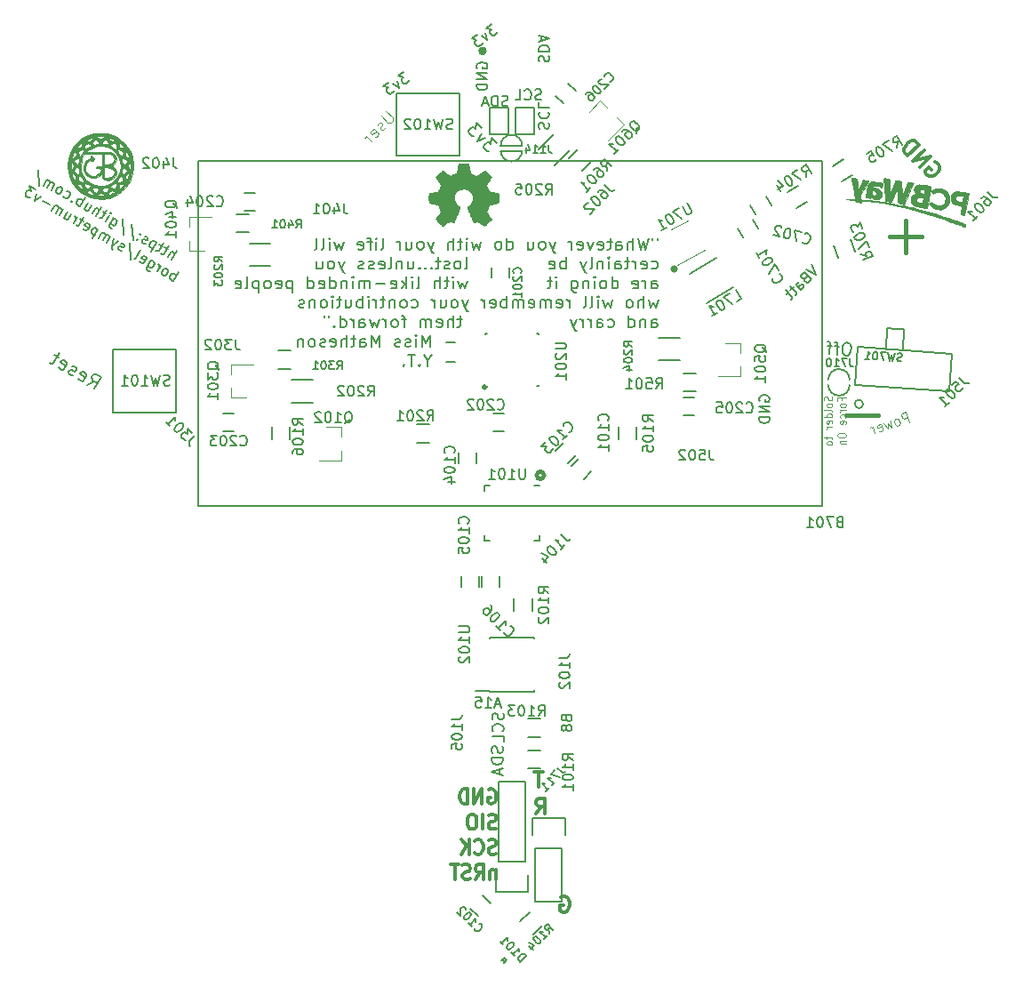
<source format=gbo>
G04 #@! TF.FileFunction,Legend,Bot*
%FSLAX46Y46*%
G04 Gerber Fmt 4.6, Leading zero omitted, Abs format (unit mm)*
G04 Created by KiCad (PCBNEW 4.0.6) date Monday, May 07, 2018 'PMt' 08:57:05 PM*
%MOMM*%
%LPD*%
G01*
G04 APERTURE LIST*
%ADD10C,0.100000*%
%ADD11C,0.400000*%
%ADD12C,0.150000*%
%ADD13C,0.200000*%
%ADD14C,0.300000*%
%ADD15C,0.010000*%
%ADD16C,0.120000*%
%ADD17C,0.203200*%
%ADD18C,0.152400*%
%ADD19C,0.140000*%
G04 APERTURE END LIST*
D10*
X180473810Y-93483334D02*
X180511905Y-93583334D01*
X180511905Y-93750001D01*
X180473810Y-93816668D01*
X180435714Y-93850001D01*
X180359524Y-93883334D01*
X180283333Y-93883334D01*
X180207143Y-93850001D01*
X180169048Y-93816668D01*
X180130952Y-93750001D01*
X180092857Y-93616668D01*
X180054762Y-93550001D01*
X180016667Y-93516668D01*
X179940476Y-93483334D01*
X179864286Y-93483334D01*
X179788095Y-93516668D01*
X179750000Y-93550001D01*
X179711905Y-93616668D01*
X179711905Y-93783334D01*
X179750000Y-93883334D01*
X180511905Y-94283335D02*
X180473810Y-94216668D01*
X180435714Y-94183335D01*
X180359524Y-94150001D01*
X180130952Y-94150001D01*
X180054762Y-94183335D01*
X180016667Y-94216668D01*
X179978571Y-94283335D01*
X179978571Y-94383335D01*
X180016667Y-94450001D01*
X180054762Y-94483335D01*
X180130952Y-94516668D01*
X180359524Y-94516668D01*
X180435714Y-94483335D01*
X180473810Y-94450001D01*
X180511905Y-94383335D01*
X180511905Y-94283335D01*
X180511905Y-94916668D02*
X180473810Y-94850001D01*
X180397619Y-94816668D01*
X179711905Y-94816668D01*
X180511905Y-95483335D02*
X179711905Y-95483335D01*
X180473810Y-95483335D02*
X180511905Y-95416668D01*
X180511905Y-95283335D01*
X180473810Y-95216668D01*
X180435714Y-95183335D01*
X180359524Y-95150001D01*
X180130952Y-95150001D01*
X180054762Y-95183335D01*
X180016667Y-95216668D01*
X179978571Y-95283335D01*
X179978571Y-95416668D01*
X180016667Y-95483335D01*
X180473810Y-96083334D02*
X180511905Y-96016668D01*
X180511905Y-95883334D01*
X180473810Y-95816668D01*
X180397619Y-95783334D01*
X180092857Y-95783334D01*
X180016667Y-95816668D01*
X179978571Y-95883334D01*
X179978571Y-96016668D01*
X180016667Y-96083334D01*
X180092857Y-96116668D01*
X180169048Y-96116668D01*
X180245238Y-95783334D01*
X180511905Y-96416668D02*
X179978571Y-96416668D01*
X180130952Y-96416668D02*
X180054762Y-96450001D01*
X180016667Y-96483334D01*
X179978571Y-96550001D01*
X179978571Y-96616668D01*
X179978571Y-97283334D02*
X179978571Y-97550000D01*
X179711905Y-97383334D02*
X180397619Y-97383334D01*
X180473810Y-97416667D01*
X180511905Y-97483334D01*
X180511905Y-97550000D01*
X180511905Y-97883334D02*
X180473810Y-97816667D01*
X180435714Y-97783334D01*
X180359524Y-97750000D01*
X180130952Y-97750000D01*
X180054762Y-97783334D01*
X180016667Y-97816667D01*
X179978571Y-97883334D01*
X179978571Y-97983334D01*
X180016667Y-98050000D01*
X180054762Y-98083334D01*
X180130952Y-98116667D01*
X180359524Y-98116667D01*
X180435714Y-98083334D01*
X180473810Y-98050000D01*
X180511905Y-97983334D01*
X180511905Y-97883334D01*
X181392857Y-93816668D02*
X181392857Y-93583335D01*
X181811905Y-93583335D02*
X181011905Y-93583335D01*
X181011905Y-93916668D01*
X181811905Y-94283335D02*
X181773810Y-94216668D01*
X181735714Y-94183335D01*
X181659524Y-94150001D01*
X181430952Y-94150001D01*
X181354762Y-94183335D01*
X181316667Y-94216668D01*
X181278571Y-94283335D01*
X181278571Y-94383335D01*
X181316667Y-94450001D01*
X181354762Y-94483335D01*
X181430952Y-94516668D01*
X181659524Y-94516668D01*
X181735714Y-94483335D01*
X181773810Y-94450001D01*
X181811905Y-94383335D01*
X181811905Y-94283335D01*
X181811905Y-94816668D02*
X181278571Y-94816668D01*
X181430952Y-94816668D02*
X181354762Y-94850001D01*
X181316667Y-94883334D01*
X181278571Y-94950001D01*
X181278571Y-95016668D01*
X181773810Y-95550001D02*
X181811905Y-95483334D01*
X181811905Y-95350001D01*
X181773810Y-95283334D01*
X181735714Y-95250001D01*
X181659524Y-95216667D01*
X181430952Y-95216667D01*
X181354762Y-95250001D01*
X181316667Y-95283334D01*
X181278571Y-95350001D01*
X181278571Y-95483334D01*
X181316667Y-95550001D01*
X181773810Y-96116667D02*
X181811905Y-96050001D01*
X181811905Y-95916667D01*
X181773810Y-95850001D01*
X181697619Y-95816667D01*
X181392857Y-95816667D01*
X181316667Y-95850001D01*
X181278571Y-95916667D01*
X181278571Y-96050001D01*
X181316667Y-96116667D01*
X181392857Y-96150001D01*
X181469048Y-96150001D01*
X181545238Y-95816667D01*
X181011905Y-97116667D02*
X181011905Y-97250000D01*
X181050000Y-97316667D01*
X181126190Y-97383334D01*
X181278571Y-97416667D01*
X181545238Y-97416667D01*
X181697619Y-97383334D01*
X181773810Y-97316667D01*
X181811905Y-97250000D01*
X181811905Y-97116667D01*
X181773810Y-97050000D01*
X181697619Y-96983334D01*
X181545238Y-96950000D01*
X181278571Y-96950000D01*
X181126190Y-96983334D01*
X181050000Y-97050000D01*
X181011905Y-97116667D01*
X181278571Y-97716667D02*
X181811905Y-97716667D01*
X181354762Y-97716667D02*
X181316667Y-97750000D01*
X181278571Y-97816667D01*
X181278571Y-97916667D01*
X181316667Y-97983333D01*
X181392857Y-98016667D01*
X181811905Y-98016667D01*
D11*
X147400000Y-60600000D02*
G75*
G03X147400000Y-60600000I-200000J0D01*
G01*
D12*
X146700000Y-62238096D02*
X146652381Y-62142858D01*
X146652381Y-62000001D01*
X146700000Y-61857143D01*
X146795238Y-61761905D01*
X146890476Y-61714286D01*
X147080952Y-61666667D01*
X147223810Y-61666667D01*
X147414286Y-61714286D01*
X147509524Y-61761905D01*
X147604762Y-61857143D01*
X147652381Y-62000001D01*
X147652381Y-62095239D01*
X147604762Y-62238096D01*
X147557143Y-62285715D01*
X147223810Y-62285715D01*
X147223810Y-62095239D01*
X147652381Y-62714286D02*
X146652381Y-62714286D01*
X147652381Y-63285715D01*
X146652381Y-63285715D01*
X147652381Y-63761905D02*
X146652381Y-63761905D01*
X146652381Y-64000000D01*
X146700000Y-64142858D01*
X146795238Y-64238096D01*
X146890476Y-64285715D01*
X147080952Y-64333334D01*
X147223810Y-64333334D01*
X147414286Y-64285715D01*
X147509524Y-64238096D01*
X147604762Y-64142858D01*
X147652381Y-64000000D01*
X147652381Y-63761905D01*
X148061079Y-58068588D02*
X147553985Y-58423659D01*
X148045541Y-58544524D01*
X147928519Y-58626464D01*
X147877818Y-58720098D01*
X147866124Y-58786418D01*
X147881743Y-58891746D01*
X148018309Y-59086782D01*
X148111942Y-59137484D01*
X148178263Y-59149178D01*
X148283590Y-59133559D01*
X148517634Y-58969679D01*
X148568336Y-58876046D01*
X148580030Y-58809725D01*
X147472127Y-58887902D02*
X147659475Y-59570569D01*
X147082054Y-59161033D01*
X146656819Y-59051862D02*
X146149724Y-59406933D01*
X146641280Y-59527798D01*
X146524258Y-59609738D01*
X146473557Y-59703372D01*
X146461863Y-59769692D01*
X146477482Y-59875020D01*
X146614048Y-60070056D01*
X146707682Y-60120758D01*
X146774002Y-60132452D01*
X146879329Y-60116833D01*
X147113373Y-59952953D01*
X147164075Y-59859320D01*
X147175769Y-59792999D01*
X152790476Y-65204762D02*
X152647619Y-65252381D01*
X152409523Y-65252381D01*
X152314285Y-65204762D01*
X152266666Y-65157143D01*
X152219047Y-65061905D01*
X152219047Y-64966667D01*
X152266666Y-64871429D01*
X152314285Y-64823810D01*
X152409523Y-64776190D01*
X152600000Y-64728571D01*
X152695238Y-64680952D01*
X152742857Y-64633333D01*
X152790476Y-64538095D01*
X152790476Y-64442857D01*
X152742857Y-64347619D01*
X152695238Y-64300000D01*
X152600000Y-64252381D01*
X152361904Y-64252381D01*
X152219047Y-64300000D01*
X151219047Y-65157143D02*
X151266666Y-65204762D01*
X151409523Y-65252381D01*
X151504761Y-65252381D01*
X151647619Y-65204762D01*
X151742857Y-65109524D01*
X151790476Y-65014286D01*
X151838095Y-64823810D01*
X151838095Y-64680952D01*
X151790476Y-64490476D01*
X151742857Y-64395238D01*
X151647619Y-64300000D01*
X151504761Y-64252381D01*
X151409523Y-64252381D01*
X151266666Y-64300000D01*
X151219047Y-64347619D01*
X150314285Y-65252381D02*
X150790476Y-65252381D01*
X150790476Y-64252381D01*
X152595238Y-61614286D02*
X152547619Y-61471429D01*
X152547619Y-61233333D01*
X152595238Y-61138095D01*
X152642857Y-61090476D01*
X152738095Y-61042857D01*
X152833333Y-61042857D01*
X152928571Y-61090476D01*
X152976190Y-61138095D01*
X153023810Y-61233333D01*
X153071429Y-61423810D01*
X153119048Y-61519048D01*
X153166667Y-61566667D01*
X153261905Y-61614286D01*
X153357143Y-61614286D01*
X153452381Y-61566667D01*
X153500000Y-61519048D01*
X153547619Y-61423810D01*
X153547619Y-61185714D01*
X153500000Y-61042857D01*
X152547619Y-60614286D02*
X153547619Y-60614286D01*
X153547619Y-60376191D01*
X153500000Y-60233333D01*
X153404762Y-60138095D01*
X153309524Y-60090476D01*
X153119048Y-60042857D01*
X152976190Y-60042857D01*
X152785714Y-60090476D01*
X152690476Y-60138095D01*
X152595238Y-60233333D01*
X152547619Y-60376191D01*
X152547619Y-60614286D01*
X152833333Y-59661905D02*
X152833333Y-59185714D01*
X152547619Y-59757143D02*
X153547619Y-59423810D01*
X152547619Y-59090476D01*
D13*
X117569106Y-80446128D02*
X118069106Y-79580103D01*
X117197951Y-80231842D02*
X117459856Y-79778209D01*
X117548715Y-79719540D01*
X117655003Y-79725920D01*
X117778721Y-79797349D01*
X117837390Y-79886207D01*
X117854820Y-79951256D01*
X117242610Y-79487825D02*
X116912696Y-79297349D01*
X117285559Y-79127722D02*
X116856987Y-79870029D01*
X116768129Y-79928698D01*
X116661841Y-79922318D01*
X116579362Y-79874699D01*
X116747738Y-79202110D02*
X116417824Y-79011634D01*
X116790687Y-78842007D02*
X116362115Y-79584315D01*
X116273257Y-79642984D01*
X116166969Y-79636604D01*
X116084490Y-79588985D01*
X116129148Y-78844967D02*
X115629148Y-79710993D01*
X116105339Y-78886207D02*
X116046670Y-78797348D01*
X115881712Y-78702110D01*
X115775424Y-78695730D01*
X115710375Y-78713160D01*
X115621517Y-78771829D01*
X115478659Y-79019265D01*
X115472279Y-79125553D01*
X115489709Y-79190602D01*
X115548378Y-79279460D01*
X115713336Y-79374699D01*
X115819624Y-79381079D01*
X115077316Y-78952507D02*
X114971028Y-78946127D01*
X114806071Y-78850889D01*
X114747402Y-78762031D01*
X114753781Y-78655743D01*
X114777591Y-78614503D01*
X114866449Y-78555834D01*
X114972738Y-78562215D01*
X115096456Y-78633643D01*
X115202744Y-78640023D01*
X115291602Y-78581353D01*
X115315412Y-78540114D01*
X115321792Y-78433826D01*
X115263123Y-78344967D01*
X115139405Y-78273539D01*
X115033116Y-78267159D01*
X114358818Y-78482696D02*
X114293770Y-78500126D01*
X114311199Y-78565175D01*
X114376248Y-78547745D01*
X114358818Y-78482696D01*
X114311199Y-78565175D01*
X114620723Y-78029064D02*
X114555675Y-78046493D01*
X114573104Y-78111542D01*
X114638153Y-78094112D01*
X114620723Y-78029064D01*
X114573104Y-78111542D01*
X113804026Y-77062672D02*
X113903477Y-78604705D01*
X112896762Y-76538863D02*
X112996212Y-78080895D01*
X112046457Y-76487824D02*
X111641695Y-77188893D01*
X111635315Y-77295181D01*
X111652745Y-77360230D01*
X111711415Y-77449088D01*
X111835132Y-77520517D01*
X111941420Y-77526897D01*
X111736933Y-77023936D02*
X111795602Y-77112794D01*
X111960560Y-77208032D01*
X112066848Y-77214412D01*
X112131896Y-77196982D01*
X112220755Y-77138313D01*
X112363612Y-76890877D01*
X112369992Y-76784589D01*
X112352562Y-76719540D01*
X112293893Y-76630682D01*
X112128935Y-76535443D01*
X112022647Y-76529064D01*
X111300731Y-76827080D02*
X111634064Y-76249729D01*
X111800731Y-75961055D02*
X111818160Y-76026103D01*
X111753112Y-76043533D01*
X111735682Y-75978484D01*
X111800731Y-75961055D01*
X111753112Y-76043533D01*
X111345389Y-76083063D02*
X111015475Y-75892587D01*
X111388338Y-75722960D02*
X110959766Y-76465267D01*
X110870908Y-76523936D01*
X110764620Y-76517556D01*
X110682142Y-76469937D01*
X110393466Y-76303270D02*
X110893466Y-75437245D01*
X110022312Y-76088984D02*
X110284217Y-75635352D01*
X110373075Y-75576683D01*
X110479363Y-75583062D01*
X110603082Y-75654491D01*
X110661751Y-75743350D01*
X110679180Y-75808398D01*
X109572098Y-75059253D02*
X109238765Y-75636603D01*
X109943252Y-75273539D02*
X109681347Y-75727172D01*
X109592489Y-75785841D01*
X109486201Y-75779461D01*
X109362483Y-75708032D01*
X109303814Y-75619174D01*
X109286384Y-75554125D01*
X108826372Y-75398508D02*
X109326372Y-74532483D01*
X109135896Y-74862397D02*
X109077227Y-74773539D01*
X108912269Y-74678300D01*
X108805981Y-74671921D01*
X108740932Y-74689350D01*
X108652074Y-74748019D01*
X108509217Y-74995456D01*
X108502837Y-75101744D01*
X108520267Y-75166793D01*
X108578936Y-75255651D01*
X108743894Y-75350889D01*
X108850182Y-75357269D01*
X108090444Y-74863649D02*
X108025395Y-74881079D01*
X108042825Y-74946127D01*
X108107874Y-74928698D01*
X108090444Y-74863649D01*
X108042825Y-74946127D01*
X107283088Y-74452507D02*
X107341757Y-74541365D01*
X107506715Y-74636604D01*
X107613003Y-74642984D01*
X107678052Y-74625554D01*
X107766910Y-74566885D01*
X107909767Y-74319448D01*
X107916147Y-74213160D01*
X107898717Y-74148112D01*
X107840048Y-74059253D01*
X107675090Y-73964015D01*
X107568802Y-73957635D01*
X106764407Y-74208032D02*
X106870695Y-74214412D01*
X106935744Y-74196982D01*
X107024602Y-74138313D01*
X107167460Y-73890877D01*
X107173839Y-73784589D01*
X107156410Y-73719540D01*
X107097741Y-73630682D01*
X106974022Y-73559253D01*
X106867734Y-73552873D01*
X106802685Y-73570303D01*
X106713827Y-73628972D01*
X106570969Y-73876408D01*
X106564590Y-73982696D01*
X106582019Y-74047745D01*
X106640689Y-74136603D01*
X106764407Y-74208032D01*
X106104578Y-73827080D02*
X106437912Y-73249729D01*
X106390293Y-73332208D02*
X106372863Y-73267159D01*
X106314194Y-73178301D01*
X106190475Y-73106872D01*
X106084187Y-73100492D01*
X105995329Y-73159161D01*
X105733424Y-73612794D01*
X105995329Y-73159161D02*
X106001709Y-73052873D01*
X105943040Y-72964015D01*
X105819322Y-72892586D01*
X105713034Y-72886207D01*
X105624175Y-72944876D01*
X105362270Y-73398508D01*
X104855098Y-71896006D02*
X104954548Y-73438038D01*
X117750090Y-82513610D02*
X118250090Y-81647585D01*
X118059614Y-81977499D02*
X118000945Y-81888640D01*
X117835987Y-81793402D01*
X117729699Y-81787022D01*
X117664650Y-81804452D01*
X117575792Y-81863121D01*
X117432934Y-82110557D01*
X117426554Y-82216845D01*
X117443984Y-82281894D01*
X117502653Y-82370752D01*
X117667611Y-82465991D01*
X117773899Y-82472371D01*
X116842825Y-81989800D02*
X116949113Y-81996180D01*
X117014162Y-81978750D01*
X117103020Y-81920081D01*
X117245878Y-81672645D01*
X117252257Y-81566357D01*
X117234828Y-81501308D01*
X117176159Y-81412450D01*
X117052440Y-81341021D01*
X116946152Y-81334641D01*
X116881103Y-81352071D01*
X116792245Y-81410740D01*
X116649387Y-81658176D01*
X116643008Y-81764464D01*
X116660437Y-81829513D01*
X116719106Y-81918371D01*
X116842825Y-81989800D01*
X116182996Y-81608848D02*
X116516329Y-81031497D01*
X116421091Y-81196454D02*
X116427471Y-81090166D01*
X116410041Y-81025118D01*
X116351372Y-80936259D01*
X116268893Y-80888640D01*
X115609064Y-80507687D02*
X115204302Y-81208756D01*
X115197922Y-81315044D01*
X115215352Y-81380093D01*
X115274022Y-81468951D01*
X115397740Y-81540380D01*
X115504028Y-81546760D01*
X115299540Y-81043799D02*
X115358209Y-81132657D01*
X115523167Y-81227895D01*
X115629455Y-81234275D01*
X115694504Y-81216845D01*
X115783362Y-81158176D01*
X115926219Y-80910740D01*
X115932599Y-80804452D01*
X115915169Y-80739403D01*
X115856500Y-80650545D01*
X115691542Y-80555306D01*
X115585254Y-80548927D01*
X114557232Y-80615227D02*
X114615901Y-80704085D01*
X114780859Y-80799324D01*
X114887147Y-80805704D01*
X114976006Y-80747035D01*
X115166482Y-80417120D01*
X115172862Y-80310832D01*
X115114193Y-80221973D01*
X114949235Y-80126735D01*
X114842947Y-80120355D01*
X114754089Y-80179024D01*
X114706469Y-80261504D01*
X115071244Y-80582078D01*
X113997312Y-80346943D02*
X114103600Y-80353323D01*
X114192459Y-80294654D01*
X114621030Y-79552346D01*
X113572617Y-78892059D02*
X113672068Y-80434091D01*
X112825182Y-79615227D02*
X112718893Y-79608847D01*
X112553936Y-79513609D01*
X112495267Y-79424751D01*
X112501646Y-79318463D01*
X112525456Y-79277223D01*
X112614314Y-79218554D01*
X112720603Y-79224935D01*
X112844321Y-79296363D01*
X112950609Y-79302743D01*
X113039468Y-79244073D01*
X113063277Y-79202834D01*
X113069657Y-79096546D01*
X113010988Y-79007687D01*
X112887270Y-78936259D01*
X112780981Y-78929879D01*
X112474876Y-78698163D02*
X111935347Y-79156466D01*
X112062483Y-78460068D02*
X111935347Y-79156466D01*
X111898778Y-79410282D01*
X111916207Y-79475331D01*
X111974876Y-79564189D01*
X111399235Y-78846942D02*
X111732569Y-78269592D01*
X111684950Y-78352070D02*
X111667520Y-78287022D01*
X111608851Y-78198163D01*
X111485132Y-78126734D01*
X111378844Y-78120355D01*
X111289986Y-78179024D01*
X111028081Y-78632656D01*
X111289986Y-78179024D02*
X111296366Y-78072736D01*
X111237697Y-77983877D01*
X111113979Y-77912449D01*
X111007691Y-77906069D01*
X110918833Y-77964738D01*
X110656928Y-78418371D01*
X110577869Y-77602925D02*
X110077869Y-78468951D01*
X110554059Y-77644165D02*
X110495390Y-77555306D01*
X110330432Y-77460068D01*
X110224144Y-77453688D01*
X110159095Y-77471118D01*
X110070237Y-77529787D01*
X109927380Y-77777223D01*
X109921000Y-77883511D01*
X109938430Y-77948560D01*
X109997099Y-78037418D01*
X110162057Y-78132657D01*
X110268345Y-78139037D01*
X109154883Y-77496179D02*
X109213552Y-77585037D01*
X109378510Y-77680276D01*
X109484798Y-77686656D01*
X109573656Y-77627987D01*
X109764132Y-77298072D01*
X109770512Y-77191784D01*
X109711843Y-77102925D01*
X109546885Y-77007687D01*
X109440597Y-77001307D01*
X109351739Y-77059976D01*
X109304119Y-77142456D01*
X109668894Y-77463030D01*
X109175732Y-76793401D02*
X108845818Y-76602925D01*
X109218681Y-76433298D02*
X108790109Y-77175606D01*
X108701251Y-77234275D01*
X108594963Y-77227895D01*
X108512484Y-77180276D01*
X108223809Y-77013609D02*
X108557142Y-76436258D01*
X108461904Y-76601215D02*
X108468284Y-76494927D01*
X108450854Y-76429879D01*
X108392185Y-76341020D01*
X108309706Y-76293401D01*
X107649877Y-75912448D02*
X107316543Y-76489799D01*
X108021031Y-76126734D02*
X107759126Y-76580367D01*
X107670267Y-76639036D01*
X107563979Y-76632656D01*
X107440261Y-76561227D01*
X107381592Y-76472369D01*
X107364162Y-76407320D01*
X106904150Y-76251704D02*
X107237484Y-75674353D01*
X107189865Y-75756832D02*
X107172435Y-75691783D01*
X107113766Y-75602925D01*
X106990047Y-75531496D01*
X106883759Y-75525116D01*
X106794901Y-75583785D01*
X106532996Y-76037418D01*
X106794901Y-75583785D02*
X106801281Y-75477497D01*
X106742612Y-75388639D01*
X106618894Y-75317210D01*
X106512606Y-75310831D01*
X106423748Y-75369500D01*
X106161843Y-75823132D01*
X105939926Y-75255123D02*
X105280097Y-74874171D01*
X105093040Y-74436258D02*
X104553511Y-74894561D01*
X104680647Y-74198163D01*
X104599878Y-73766631D02*
X104063767Y-73457107D01*
X104161966Y-73953688D01*
X104038248Y-73882259D01*
X103931960Y-73875879D01*
X103866911Y-73893309D01*
X103778052Y-73951979D01*
X103659005Y-74158175D01*
X103652625Y-74264463D01*
X103670055Y-74329512D01*
X103728724Y-74418370D01*
X103976160Y-74561228D01*
X104082448Y-74567608D01*
X104147497Y-74550178D01*
X182054975Y-88391943D02*
X181826960Y-88375999D01*
X181708967Y-88425030D01*
X181586987Y-88531066D01*
X181514040Y-88755094D01*
X181486137Y-89154119D01*
X181527196Y-89386121D01*
X181633231Y-89508099D01*
X181743253Y-89573075D01*
X181971267Y-89589020D01*
X182089261Y-89539988D01*
X182211240Y-89433954D01*
X182284189Y-89209925D01*
X182312091Y-88810899D01*
X182271032Y-88578899D01*
X182164996Y-88456919D01*
X182054975Y-88391943D01*
X181172017Y-88731177D02*
X180715988Y-88699288D01*
X180945201Y-89517270D02*
X181016951Y-88491205D01*
X180967919Y-88373211D01*
X180857898Y-88308235D01*
X180743890Y-88300263D01*
X180487973Y-88683344D02*
X180031944Y-88651456D01*
X180261158Y-89469437D02*
X180332907Y-88443372D01*
X180283876Y-88325378D01*
X180173854Y-88260402D01*
X180059847Y-88252430D01*
D14*
X154657143Y-141150000D02*
X154800000Y-141078571D01*
X155014286Y-141078571D01*
X155228571Y-141150000D01*
X155371429Y-141292857D01*
X155442857Y-141435714D01*
X155514286Y-141721429D01*
X155514286Y-141935714D01*
X155442857Y-142221429D01*
X155371429Y-142364286D01*
X155228571Y-142507143D01*
X155014286Y-142578571D01*
X154871429Y-142578571D01*
X154657143Y-142507143D01*
X154585714Y-142435714D01*
X154585714Y-141935714D01*
X154871429Y-141935714D01*
X165630278Y-81350000D02*
G75*
G03X165630278Y-81350000I-180278J0D01*
G01*
D13*
X163871429Y-78397619D02*
X163871429Y-78607143D01*
X163414286Y-78397619D02*
X163414286Y-78607143D01*
X163014285Y-78397619D02*
X162728571Y-79497619D01*
X162500000Y-78711905D01*
X162271428Y-79497619D01*
X161985714Y-78397619D01*
X161528571Y-79497619D02*
X161528571Y-78397619D01*
X161014285Y-79497619D02*
X161014285Y-78921429D01*
X161071428Y-78816667D01*
X161185714Y-78764286D01*
X161357142Y-78764286D01*
X161471428Y-78816667D01*
X161528571Y-78869048D01*
X159928571Y-79497619D02*
X159928571Y-78921429D01*
X159985714Y-78816667D01*
X160100000Y-78764286D01*
X160328571Y-78764286D01*
X160442857Y-78816667D01*
X159928571Y-79445238D02*
X160042857Y-79497619D01*
X160328571Y-79497619D01*
X160442857Y-79445238D01*
X160500000Y-79340476D01*
X160500000Y-79235714D01*
X160442857Y-79130952D01*
X160328571Y-79078571D01*
X160042857Y-79078571D01*
X159928571Y-79026190D01*
X159528571Y-78764286D02*
X159071428Y-78764286D01*
X159357143Y-78397619D02*
X159357143Y-79340476D01*
X159300000Y-79445238D01*
X159185714Y-79497619D01*
X159071428Y-79497619D01*
X158214286Y-79445238D02*
X158328572Y-79497619D01*
X158557143Y-79497619D01*
X158671429Y-79445238D01*
X158728572Y-79340476D01*
X158728572Y-78921429D01*
X158671429Y-78816667D01*
X158557143Y-78764286D01*
X158328572Y-78764286D01*
X158214286Y-78816667D01*
X158157143Y-78921429D01*
X158157143Y-79026190D01*
X158728572Y-79130952D01*
X157757143Y-78764286D02*
X157471429Y-79497619D01*
X157185715Y-78764286D01*
X156271429Y-79445238D02*
X156385715Y-79497619D01*
X156614286Y-79497619D01*
X156728572Y-79445238D01*
X156785715Y-79340476D01*
X156785715Y-78921429D01*
X156728572Y-78816667D01*
X156614286Y-78764286D01*
X156385715Y-78764286D01*
X156271429Y-78816667D01*
X156214286Y-78921429D01*
X156214286Y-79026190D01*
X156785715Y-79130952D01*
X155700001Y-79497619D02*
X155700001Y-78764286D01*
X155700001Y-78973810D02*
X155642858Y-78869048D01*
X155585715Y-78816667D01*
X155471429Y-78764286D01*
X155357144Y-78764286D01*
X154157143Y-78764286D02*
X153871429Y-79497619D01*
X153585715Y-78764286D02*
X153871429Y-79497619D01*
X153985715Y-79759524D01*
X154042858Y-79811905D01*
X154157143Y-79864286D01*
X152957143Y-79497619D02*
X153071429Y-79445238D01*
X153128572Y-79392857D01*
X153185715Y-79288095D01*
X153185715Y-78973810D01*
X153128572Y-78869048D01*
X153071429Y-78816667D01*
X152957143Y-78764286D01*
X152785715Y-78764286D01*
X152671429Y-78816667D01*
X152614286Y-78869048D01*
X152557143Y-78973810D01*
X152557143Y-79288095D01*
X152614286Y-79392857D01*
X152671429Y-79445238D01*
X152785715Y-79497619D01*
X152957143Y-79497619D01*
X151528572Y-78764286D02*
X151528572Y-79497619D01*
X152042858Y-78764286D02*
X152042858Y-79340476D01*
X151985715Y-79445238D01*
X151871429Y-79497619D01*
X151700001Y-79497619D01*
X151585715Y-79445238D01*
X151528572Y-79392857D01*
X149528572Y-79497619D02*
X149528572Y-78397619D01*
X149528572Y-79445238D02*
X149642858Y-79497619D01*
X149871429Y-79497619D01*
X149985715Y-79445238D01*
X150042858Y-79392857D01*
X150100001Y-79288095D01*
X150100001Y-78973810D01*
X150042858Y-78869048D01*
X149985715Y-78816667D01*
X149871429Y-78764286D01*
X149642858Y-78764286D01*
X149528572Y-78816667D01*
X148785715Y-79497619D02*
X148900001Y-79445238D01*
X148957144Y-79392857D01*
X149014287Y-79288095D01*
X149014287Y-78973810D01*
X148957144Y-78869048D01*
X148900001Y-78816667D01*
X148785715Y-78764286D01*
X148614287Y-78764286D01*
X148500001Y-78816667D01*
X148442858Y-78869048D01*
X148385715Y-78973810D01*
X148385715Y-79288095D01*
X148442858Y-79392857D01*
X148500001Y-79445238D01*
X148614287Y-79497619D01*
X148785715Y-79497619D01*
X147071429Y-78764286D02*
X146842858Y-79497619D01*
X146614287Y-78973810D01*
X146385715Y-79497619D01*
X146157144Y-78764286D01*
X145700001Y-79497619D02*
X145700001Y-78764286D01*
X145700001Y-78397619D02*
X145757144Y-78450000D01*
X145700001Y-78502381D01*
X145642858Y-78450000D01*
X145700001Y-78397619D01*
X145700001Y-78502381D01*
X145300000Y-78764286D02*
X144842857Y-78764286D01*
X145128572Y-78397619D02*
X145128572Y-79340476D01*
X145071429Y-79445238D01*
X144957143Y-79497619D01*
X144842857Y-79497619D01*
X144442858Y-79497619D02*
X144442858Y-78397619D01*
X143928572Y-79497619D02*
X143928572Y-78921429D01*
X143985715Y-78816667D01*
X144100001Y-78764286D01*
X144271429Y-78764286D01*
X144385715Y-78816667D01*
X144442858Y-78869048D01*
X142557143Y-78764286D02*
X142271429Y-79497619D01*
X141985715Y-78764286D02*
X142271429Y-79497619D01*
X142385715Y-79759524D01*
X142442858Y-79811905D01*
X142557143Y-79864286D01*
X141357143Y-79497619D02*
X141471429Y-79445238D01*
X141528572Y-79392857D01*
X141585715Y-79288095D01*
X141585715Y-78973810D01*
X141528572Y-78869048D01*
X141471429Y-78816667D01*
X141357143Y-78764286D01*
X141185715Y-78764286D01*
X141071429Y-78816667D01*
X141014286Y-78869048D01*
X140957143Y-78973810D01*
X140957143Y-79288095D01*
X141014286Y-79392857D01*
X141071429Y-79445238D01*
X141185715Y-79497619D01*
X141357143Y-79497619D01*
X139928572Y-78764286D02*
X139928572Y-79497619D01*
X140442858Y-78764286D02*
X140442858Y-79340476D01*
X140385715Y-79445238D01*
X140271429Y-79497619D01*
X140100001Y-79497619D01*
X139985715Y-79445238D01*
X139928572Y-79392857D01*
X139357144Y-79497619D02*
X139357144Y-78764286D01*
X139357144Y-78973810D02*
X139300001Y-78869048D01*
X139242858Y-78816667D01*
X139128572Y-78764286D01*
X139014287Y-78764286D01*
X137528572Y-79497619D02*
X137642858Y-79445238D01*
X137700001Y-79340476D01*
X137700001Y-78397619D01*
X137071430Y-79497619D02*
X137071430Y-78764286D01*
X137071430Y-78397619D02*
X137128573Y-78450000D01*
X137071430Y-78502381D01*
X137014287Y-78450000D01*
X137071430Y-78397619D01*
X137071430Y-78502381D01*
X136671429Y-78764286D02*
X136214286Y-78764286D01*
X136500001Y-79497619D02*
X136500001Y-78554762D01*
X136442858Y-78450000D01*
X136328572Y-78397619D01*
X136214286Y-78397619D01*
X135357144Y-79445238D02*
X135471430Y-79497619D01*
X135700001Y-79497619D01*
X135814287Y-79445238D01*
X135871430Y-79340476D01*
X135871430Y-78921429D01*
X135814287Y-78816667D01*
X135700001Y-78764286D01*
X135471430Y-78764286D01*
X135357144Y-78816667D01*
X135300001Y-78921429D01*
X135300001Y-79026190D01*
X135871430Y-79130952D01*
X133985715Y-78764286D02*
X133757144Y-79497619D01*
X133528573Y-78973810D01*
X133300001Y-79497619D01*
X133071430Y-78764286D01*
X132614287Y-79497619D02*
X132614287Y-78764286D01*
X132614287Y-78397619D02*
X132671430Y-78450000D01*
X132614287Y-78502381D01*
X132557144Y-78450000D01*
X132614287Y-78397619D01*
X132614287Y-78502381D01*
X131871429Y-79497619D02*
X131985715Y-79445238D01*
X132042858Y-79340476D01*
X132042858Y-78397619D01*
X131242858Y-79497619D02*
X131357144Y-79445238D01*
X131414287Y-79340476D01*
X131414287Y-78397619D01*
X163300000Y-81295238D02*
X163414286Y-81347619D01*
X163642857Y-81347619D01*
X163757143Y-81295238D01*
X163814286Y-81242857D01*
X163871429Y-81138095D01*
X163871429Y-80823810D01*
X163814286Y-80719048D01*
X163757143Y-80666667D01*
X163642857Y-80614286D01*
X163414286Y-80614286D01*
X163300000Y-80666667D01*
X162328572Y-81295238D02*
X162442858Y-81347619D01*
X162671429Y-81347619D01*
X162785715Y-81295238D01*
X162842858Y-81190476D01*
X162842858Y-80771429D01*
X162785715Y-80666667D01*
X162671429Y-80614286D01*
X162442858Y-80614286D01*
X162328572Y-80666667D01*
X162271429Y-80771429D01*
X162271429Y-80876190D01*
X162842858Y-80980952D01*
X161757144Y-81347619D02*
X161757144Y-80614286D01*
X161757144Y-80823810D02*
X161700001Y-80719048D01*
X161642858Y-80666667D01*
X161528572Y-80614286D01*
X161414287Y-80614286D01*
X161185715Y-80614286D02*
X160728572Y-80614286D01*
X161014287Y-80247619D02*
X161014287Y-81190476D01*
X160957144Y-81295238D01*
X160842858Y-81347619D01*
X160728572Y-81347619D01*
X159814287Y-81347619D02*
X159814287Y-80771429D01*
X159871430Y-80666667D01*
X159985716Y-80614286D01*
X160214287Y-80614286D01*
X160328573Y-80666667D01*
X159814287Y-81295238D02*
X159928573Y-81347619D01*
X160214287Y-81347619D01*
X160328573Y-81295238D01*
X160385716Y-81190476D01*
X160385716Y-81085714D01*
X160328573Y-80980952D01*
X160214287Y-80928571D01*
X159928573Y-80928571D01*
X159814287Y-80876190D01*
X159242859Y-81347619D02*
X159242859Y-80614286D01*
X159242859Y-80247619D02*
X159300002Y-80300000D01*
X159242859Y-80352381D01*
X159185716Y-80300000D01*
X159242859Y-80247619D01*
X159242859Y-80352381D01*
X158671430Y-80614286D02*
X158671430Y-81347619D01*
X158671430Y-80719048D02*
X158614287Y-80666667D01*
X158500001Y-80614286D01*
X158328573Y-80614286D01*
X158214287Y-80666667D01*
X158157144Y-80771429D01*
X158157144Y-81347619D01*
X157414287Y-81347619D02*
X157528573Y-81295238D01*
X157585716Y-81190476D01*
X157585716Y-80247619D01*
X157071430Y-80614286D02*
X156785716Y-81347619D01*
X156500002Y-80614286D02*
X156785716Y-81347619D01*
X156900002Y-81609524D01*
X156957145Y-81661905D01*
X157071430Y-81714286D01*
X155128573Y-81347619D02*
X155128573Y-80247619D01*
X155128573Y-80666667D02*
X155014287Y-80614286D01*
X154785716Y-80614286D01*
X154671430Y-80666667D01*
X154614287Y-80719048D01*
X154557144Y-80823810D01*
X154557144Y-81138095D01*
X154614287Y-81242857D01*
X154671430Y-81295238D01*
X154785716Y-81347619D01*
X155014287Y-81347619D01*
X155128573Y-81295238D01*
X153585716Y-81295238D02*
X153700002Y-81347619D01*
X153928573Y-81347619D01*
X154042859Y-81295238D01*
X154100002Y-81190476D01*
X154100002Y-80771429D01*
X154042859Y-80666667D01*
X153928573Y-80614286D01*
X153700002Y-80614286D01*
X153585716Y-80666667D01*
X153528573Y-80771429D01*
X153528573Y-80876190D01*
X154100002Y-80980952D01*
X145528571Y-81347619D02*
X145642857Y-81295238D01*
X145700000Y-81190476D01*
X145700000Y-80247619D01*
X144900000Y-81347619D02*
X145014286Y-81295238D01*
X145071429Y-81242857D01*
X145128572Y-81138095D01*
X145128572Y-80823810D01*
X145071429Y-80719048D01*
X145014286Y-80666667D01*
X144900000Y-80614286D01*
X144728572Y-80614286D01*
X144614286Y-80666667D01*
X144557143Y-80719048D01*
X144500000Y-80823810D01*
X144500000Y-81138095D01*
X144557143Y-81242857D01*
X144614286Y-81295238D01*
X144728572Y-81347619D01*
X144900000Y-81347619D01*
X144042858Y-81295238D02*
X143928572Y-81347619D01*
X143700000Y-81347619D01*
X143585715Y-81295238D01*
X143528572Y-81190476D01*
X143528572Y-81138095D01*
X143585715Y-81033333D01*
X143700000Y-80980952D01*
X143871429Y-80980952D01*
X143985715Y-80928571D01*
X144042858Y-80823810D01*
X144042858Y-80771429D01*
X143985715Y-80666667D01*
X143871429Y-80614286D01*
X143700000Y-80614286D01*
X143585715Y-80666667D01*
X143185714Y-80614286D02*
X142728571Y-80614286D01*
X143014286Y-80247619D02*
X143014286Y-81190476D01*
X142957143Y-81295238D01*
X142842857Y-81347619D01*
X142728571Y-81347619D01*
X142328572Y-81242857D02*
X142271429Y-81295238D01*
X142328572Y-81347619D01*
X142385715Y-81295238D01*
X142328572Y-81242857D01*
X142328572Y-81347619D01*
X141757143Y-81242857D02*
X141700000Y-81295238D01*
X141757143Y-81347619D01*
X141814286Y-81295238D01*
X141757143Y-81242857D01*
X141757143Y-81347619D01*
X141185714Y-81242857D02*
X141128571Y-81295238D01*
X141185714Y-81347619D01*
X141242857Y-81295238D01*
X141185714Y-81242857D01*
X141185714Y-81347619D01*
X140099999Y-80614286D02*
X140099999Y-81347619D01*
X140614285Y-80614286D02*
X140614285Y-81190476D01*
X140557142Y-81295238D01*
X140442856Y-81347619D01*
X140271428Y-81347619D01*
X140157142Y-81295238D01*
X140099999Y-81242857D01*
X139528571Y-80614286D02*
X139528571Y-81347619D01*
X139528571Y-80719048D02*
X139471428Y-80666667D01*
X139357142Y-80614286D01*
X139185714Y-80614286D01*
X139071428Y-80666667D01*
X139014285Y-80771429D01*
X139014285Y-81347619D01*
X138271428Y-81347619D02*
X138385714Y-81295238D01*
X138442857Y-81190476D01*
X138442857Y-80247619D01*
X137357143Y-81295238D02*
X137471429Y-81347619D01*
X137700000Y-81347619D01*
X137814286Y-81295238D01*
X137871429Y-81190476D01*
X137871429Y-80771429D01*
X137814286Y-80666667D01*
X137700000Y-80614286D01*
X137471429Y-80614286D01*
X137357143Y-80666667D01*
X137300000Y-80771429D01*
X137300000Y-80876190D01*
X137871429Y-80980952D01*
X136842858Y-81295238D02*
X136728572Y-81347619D01*
X136500000Y-81347619D01*
X136385715Y-81295238D01*
X136328572Y-81190476D01*
X136328572Y-81138095D01*
X136385715Y-81033333D01*
X136500000Y-80980952D01*
X136671429Y-80980952D01*
X136785715Y-80928571D01*
X136842858Y-80823810D01*
X136842858Y-80771429D01*
X136785715Y-80666667D01*
X136671429Y-80614286D01*
X136500000Y-80614286D01*
X136385715Y-80666667D01*
X135871429Y-81295238D02*
X135757143Y-81347619D01*
X135528571Y-81347619D01*
X135414286Y-81295238D01*
X135357143Y-81190476D01*
X135357143Y-81138095D01*
X135414286Y-81033333D01*
X135528571Y-80980952D01*
X135700000Y-80980952D01*
X135814286Y-80928571D01*
X135871429Y-80823810D01*
X135871429Y-80771429D01*
X135814286Y-80666667D01*
X135700000Y-80614286D01*
X135528571Y-80614286D01*
X135414286Y-80666667D01*
X134042856Y-80614286D02*
X133757142Y-81347619D01*
X133471428Y-80614286D02*
X133757142Y-81347619D01*
X133871428Y-81609524D01*
X133928571Y-81661905D01*
X134042856Y-81714286D01*
X132842856Y-81347619D02*
X132957142Y-81295238D01*
X133014285Y-81242857D01*
X133071428Y-81138095D01*
X133071428Y-80823810D01*
X133014285Y-80719048D01*
X132957142Y-80666667D01*
X132842856Y-80614286D01*
X132671428Y-80614286D01*
X132557142Y-80666667D01*
X132499999Y-80719048D01*
X132442856Y-80823810D01*
X132442856Y-81138095D01*
X132499999Y-81242857D01*
X132557142Y-81295238D01*
X132671428Y-81347619D01*
X132842856Y-81347619D01*
X131414285Y-80614286D02*
X131414285Y-81347619D01*
X131928571Y-80614286D02*
X131928571Y-81190476D01*
X131871428Y-81295238D01*
X131757142Y-81347619D01*
X131585714Y-81347619D01*
X131471428Y-81295238D01*
X131414285Y-81242857D01*
X163300000Y-83197619D02*
X163300000Y-82621429D01*
X163357143Y-82516667D01*
X163471429Y-82464286D01*
X163700000Y-82464286D01*
X163814286Y-82516667D01*
X163300000Y-83145238D02*
X163414286Y-83197619D01*
X163700000Y-83197619D01*
X163814286Y-83145238D01*
X163871429Y-83040476D01*
X163871429Y-82935714D01*
X163814286Y-82830952D01*
X163700000Y-82778571D01*
X163414286Y-82778571D01*
X163300000Y-82726190D01*
X162728572Y-83197619D02*
X162728572Y-82464286D01*
X162728572Y-82673810D02*
X162671429Y-82569048D01*
X162614286Y-82516667D01*
X162500000Y-82464286D01*
X162385715Y-82464286D01*
X161528572Y-83145238D02*
X161642858Y-83197619D01*
X161871429Y-83197619D01*
X161985715Y-83145238D01*
X162042858Y-83040476D01*
X162042858Y-82621429D01*
X161985715Y-82516667D01*
X161871429Y-82464286D01*
X161642858Y-82464286D01*
X161528572Y-82516667D01*
X161471429Y-82621429D01*
X161471429Y-82726190D01*
X162042858Y-82830952D01*
X159528572Y-83197619D02*
X159528572Y-82097619D01*
X159528572Y-83145238D02*
X159642858Y-83197619D01*
X159871429Y-83197619D01*
X159985715Y-83145238D01*
X160042858Y-83092857D01*
X160100001Y-82988095D01*
X160100001Y-82673810D01*
X160042858Y-82569048D01*
X159985715Y-82516667D01*
X159871429Y-82464286D01*
X159642858Y-82464286D01*
X159528572Y-82516667D01*
X158785715Y-83197619D02*
X158900001Y-83145238D01*
X158957144Y-83092857D01*
X159014287Y-82988095D01*
X159014287Y-82673810D01*
X158957144Y-82569048D01*
X158900001Y-82516667D01*
X158785715Y-82464286D01*
X158614287Y-82464286D01*
X158500001Y-82516667D01*
X158442858Y-82569048D01*
X158385715Y-82673810D01*
X158385715Y-82988095D01*
X158442858Y-83092857D01*
X158500001Y-83145238D01*
X158614287Y-83197619D01*
X158785715Y-83197619D01*
X157871430Y-83197619D02*
X157871430Y-82464286D01*
X157871430Y-82097619D02*
X157928573Y-82150000D01*
X157871430Y-82202381D01*
X157814287Y-82150000D01*
X157871430Y-82097619D01*
X157871430Y-82202381D01*
X157300001Y-82464286D02*
X157300001Y-83197619D01*
X157300001Y-82569048D02*
X157242858Y-82516667D01*
X157128572Y-82464286D01*
X156957144Y-82464286D01*
X156842858Y-82516667D01*
X156785715Y-82621429D01*
X156785715Y-83197619D01*
X155700001Y-82464286D02*
X155700001Y-83354762D01*
X155757144Y-83459524D01*
X155814287Y-83511905D01*
X155928572Y-83564286D01*
X156100001Y-83564286D01*
X156214287Y-83511905D01*
X155700001Y-83145238D02*
X155814287Y-83197619D01*
X156042858Y-83197619D01*
X156157144Y-83145238D01*
X156214287Y-83092857D01*
X156271430Y-82988095D01*
X156271430Y-82673810D01*
X156214287Y-82569048D01*
X156157144Y-82516667D01*
X156042858Y-82464286D01*
X155814287Y-82464286D01*
X155700001Y-82516667D01*
X154214287Y-83197619D02*
X154214287Y-82464286D01*
X154214287Y-82097619D02*
X154271430Y-82150000D01*
X154214287Y-82202381D01*
X154157144Y-82150000D01*
X154214287Y-82097619D01*
X154214287Y-82202381D01*
X153814286Y-82464286D02*
X153357143Y-82464286D01*
X153642858Y-82097619D02*
X153642858Y-83040476D01*
X153585715Y-83145238D01*
X153471429Y-83197619D01*
X153357143Y-83197619D01*
X145757141Y-82464286D02*
X145528570Y-83197619D01*
X145299999Y-82673810D01*
X145071427Y-83197619D01*
X144842856Y-82464286D01*
X144385713Y-83197619D02*
X144385713Y-82464286D01*
X144385713Y-82097619D02*
X144442856Y-82150000D01*
X144385713Y-82202381D01*
X144328570Y-82150000D01*
X144385713Y-82097619D01*
X144385713Y-82202381D01*
X143985712Y-82464286D02*
X143528569Y-82464286D01*
X143814284Y-82097619D02*
X143814284Y-83040476D01*
X143757141Y-83145238D01*
X143642855Y-83197619D01*
X143528569Y-83197619D01*
X143128570Y-83197619D02*
X143128570Y-82097619D01*
X142614284Y-83197619D02*
X142614284Y-82621429D01*
X142671427Y-82516667D01*
X142785713Y-82464286D01*
X142957141Y-82464286D01*
X143071427Y-82516667D01*
X143128570Y-82569048D01*
X140957141Y-83197619D02*
X141071427Y-83145238D01*
X141128570Y-83040476D01*
X141128570Y-82097619D01*
X140499999Y-83197619D02*
X140499999Y-82464286D01*
X140499999Y-82097619D02*
X140557142Y-82150000D01*
X140499999Y-82202381D01*
X140442856Y-82150000D01*
X140499999Y-82097619D01*
X140499999Y-82202381D01*
X139928570Y-83197619D02*
X139928570Y-82097619D01*
X139814284Y-82778571D02*
X139471427Y-83197619D01*
X139471427Y-82464286D02*
X139928570Y-82883333D01*
X138499998Y-83145238D02*
X138614284Y-83197619D01*
X138842855Y-83197619D01*
X138957141Y-83145238D01*
X139014284Y-83040476D01*
X139014284Y-82621429D01*
X138957141Y-82516667D01*
X138842855Y-82464286D01*
X138614284Y-82464286D01*
X138499998Y-82516667D01*
X138442855Y-82621429D01*
X138442855Y-82726190D01*
X139014284Y-82830952D01*
X137928570Y-82778571D02*
X137014284Y-82778571D01*
X136442856Y-83197619D02*
X136442856Y-82464286D01*
X136442856Y-82569048D02*
X136385713Y-82516667D01*
X136271427Y-82464286D01*
X136099999Y-82464286D01*
X135985713Y-82516667D01*
X135928570Y-82621429D01*
X135928570Y-83197619D01*
X135928570Y-82621429D02*
X135871427Y-82516667D01*
X135757141Y-82464286D01*
X135585713Y-82464286D01*
X135471427Y-82516667D01*
X135414284Y-82621429D01*
X135414284Y-83197619D01*
X134842856Y-83197619D02*
X134842856Y-82464286D01*
X134842856Y-82097619D02*
X134899999Y-82150000D01*
X134842856Y-82202381D01*
X134785713Y-82150000D01*
X134842856Y-82097619D01*
X134842856Y-82202381D01*
X134271427Y-82464286D02*
X134271427Y-83197619D01*
X134271427Y-82569048D02*
X134214284Y-82516667D01*
X134099998Y-82464286D01*
X133928570Y-82464286D01*
X133814284Y-82516667D01*
X133757141Y-82621429D01*
X133757141Y-83197619D01*
X132671427Y-83197619D02*
X132671427Y-82097619D01*
X132671427Y-83145238D02*
X132785713Y-83197619D01*
X133014284Y-83197619D01*
X133128570Y-83145238D01*
X133185713Y-83092857D01*
X133242856Y-82988095D01*
X133242856Y-82673810D01*
X133185713Y-82569048D01*
X133128570Y-82516667D01*
X133014284Y-82464286D01*
X132785713Y-82464286D01*
X132671427Y-82516667D01*
X131642856Y-83145238D02*
X131757142Y-83197619D01*
X131985713Y-83197619D01*
X132099999Y-83145238D01*
X132157142Y-83040476D01*
X132157142Y-82621429D01*
X132099999Y-82516667D01*
X131985713Y-82464286D01*
X131757142Y-82464286D01*
X131642856Y-82516667D01*
X131585713Y-82621429D01*
X131585713Y-82726190D01*
X132157142Y-82830952D01*
X130557142Y-83197619D02*
X130557142Y-82097619D01*
X130557142Y-83145238D02*
X130671428Y-83197619D01*
X130899999Y-83197619D01*
X131014285Y-83145238D01*
X131071428Y-83092857D01*
X131128571Y-82988095D01*
X131128571Y-82673810D01*
X131071428Y-82569048D01*
X131014285Y-82516667D01*
X130899999Y-82464286D01*
X130671428Y-82464286D01*
X130557142Y-82516667D01*
X129071428Y-82464286D02*
X129071428Y-83564286D01*
X129071428Y-82516667D02*
X128957142Y-82464286D01*
X128728571Y-82464286D01*
X128614285Y-82516667D01*
X128557142Y-82569048D01*
X128499999Y-82673810D01*
X128499999Y-82988095D01*
X128557142Y-83092857D01*
X128614285Y-83145238D01*
X128728571Y-83197619D01*
X128957142Y-83197619D01*
X129071428Y-83145238D01*
X127528571Y-83145238D02*
X127642857Y-83197619D01*
X127871428Y-83197619D01*
X127985714Y-83145238D01*
X128042857Y-83040476D01*
X128042857Y-82621429D01*
X127985714Y-82516667D01*
X127871428Y-82464286D01*
X127642857Y-82464286D01*
X127528571Y-82516667D01*
X127471428Y-82621429D01*
X127471428Y-82726190D01*
X128042857Y-82830952D01*
X126785714Y-83197619D02*
X126900000Y-83145238D01*
X126957143Y-83092857D01*
X127014286Y-82988095D01*
X127014286Y-82673810D01*
X126957143Y-82569048D01*
X126900000Y-82516667D01*
X126785714Y-82464286D01*
X126614286Y-82464286D01*
X126500000Y-82516667D01*
X126442857Y-82569048D01*
X126385714Y-82673810D01*
X126385714Y-82988095D01*
X126442857Y-83092857D01*
X126500000Y-83145238D01*
X126614286Y-83197619D01*
X126785714Y-83197619D01*
X125871429Y-82464286D02*
X125871429Y-83564286D01*
X125871429Y-82516667D02*
X125757143Y-82464286D01*
X125528572Y-82464286D01*
X125414286Y-82516667D01*
X125357143Y-82569048D01*
X125300000Y-82673810D01*
X125300000Y-82988095D01*
X125357143Y-83092857D01*
X125414286Y-83145238D01*
X125528572Y-83197619D01*
X125757143Y-83197619D01*
X125871429Y-83145238D01*
X124614286Y-83197619D02*
X124728572Y-83145238D01*
X124785715Y-83040476D01*
X124785715Y-82097619D01*
X123700001Y-83145238D02*
X123814287Y-83197619D01*
X124042858Y-83197619D01*
X124157144Y-83145238D01*
X124214287Y-83040476D01*
X124214287Y-82621429D01*
X124157144Y-82516667D01*
X124042858Y-82464286D01*
X123814287Y-82464286D01*
X123700001Y-82516667D01*
X123642858Y-82621429D01*
X123642858Y-82726190D01*
X124214287Y-82830952D01*
X163928571Y-84314286D02*
X163700000Y-85047619D01*
X163471429Y-84523810D01*
X163242857Y-85047619D01*
X163014286Y-84314286D01*
X162557143Y-85047619D02*
X162557143Y-83947619D01*
X162042857Y-85047619D02*
X162042857Y-84471429D01*
X162100000Y-84366667D01*
X162214286Y-84314286D01*
X162385714Y-84314286D01*
X162500000Y-84366667D01*
X162557143Y-84419048D01*
X161300000Y-85047619D02*
X161414286Y-84995238D01*
X161471429Y-84942857D01*
X161528572Y-84838095D01*
X161528572Y-84523810D01*
X161471429Y-84419048D01*
X161414286Y-84366667D01*
X161300000Y-84314286D01*
X161128572Y-84314286D01*
X161014286Y-84366667D01*
X160957143Y-84419048D01*
X160900000Y-84523810D01*
X160900000Y-84838095D01*
X160957143Y-84942857D01*
X161014286Y-84995238D01*
X161128572Y-85047619D01*
X161300000Y-85047619D01*
X159585714Y-84314286D02*
X159357143Y-85047619D01*
X159128572Y-84523810D01*
X158900000Y-85047619D01*
X158671429Y-84314286D01*
X158214286Y-85047619D02*
X158214286Y-84314286D01*
X158214286Y-83947619D02*
X158271429Y-84000000D01*
X158214286Y-84052381D01*
X158157143Y-84000000D01*
X158214286Y-83947619D01*
X158214286Y-84052381D01*
X157471428Y-85047619D02*
X157585714Y-84995238D01*
X157642857Y-84890476D01*
X157642857Y-83947619D01*
X156842857Y-85047619D02*
X156957143Y-84995238D01*
X157014286Y-84890476D01*
X157014286Y-83947619D01*
X155471429Y-85047619D02*
X155471429Y-84314286D01*
X155471429Y-84523810D02*
X155414286Y-84419048D01*
X155357143Y-84366667D01*
X155242857Y-84314286D01*
X155128572Y-84314286D01*
X154271429Y-84995238D02*
X154385715Y-85047619D01*
X154614286Y-85047619D01*
X154728572Y-84995238D01*
X154785715Y-84890476D01*
X154785715Y-84471429D01*
X154728572Y-84366667D01*
X154614286Y-84314286D01*
X154385715Y-84314286D01*
X154271429Y-84366667D01*
X154214286Y-84471429D01*
X154214286Y-84576190D01*
X154785715Y-84680952D01*
X153700001Y-85047619D02*
X153700001Y-84314286D01*
X153700001Y-84419048D02*
X153642858Y-84366667D01*
X153528572Y-84314286D01*
X153357144Y-84314286D01*
X153242858Y-84366667D01*
X153185715Y-84471429D01*
X153185715Y-85047619D01*
X153185715Y-84471429D02*
X153128572Y-84366667D01*
X153014286Y-84314286D01*
X152842858Y-84314286D01*
X152728572Y-84366667D01*
X152671429Y-84471429D01*
X152671429Y-85047619D01*
X151642858Y-84995238D02*
X151757144Y-85047619D01*
X151985715Y-85047619D01*
X152100001Y-84995238D01*
X152157144Y-84890476D01*
X152157144Y-84471429D01*
X152100001Y-84366667D01*
X151985715Y-84314286D01*
X151757144Y-84314286D01*
X151642858Y-84366667D01*
X151585715Y-84471429D01*
X151585715Y-84576190D01*
X152157144Y-84680952D01*
X151071430Y-85047619D02*
X151071430Y-84314286D01*
X151071430Y-84419048D02*
X151014287Y-84366667D01*
X150900001Y-84314286D01*
X150728573Y-84314286D01*
X150614287Y-84366667D01*
X150557144Y-84471429D01*
X150557144Y-85047619D01*
X150557144Y-84471429D02*
X150500001Y-84366667D01*
X150385715Y-84314286D01*
X150214287Y-84314286D01*
X150100001Y-84366667D01*
X150042858Y-84471429D01*
X150042858Y-85047619D01*
X149471430Y-85047619D02*
X149471430Y-83947619D01*
X149471430Y-84366667D02*
X149357144Y-84314286D01*
X149128573Y-84314286D01*
X149014287Y-84366667D01*
X148957144Y-84419048D01*
X148900001Y-84523810D01*
X148900001Y-84838095D01*
X148957144Y-84942857D01*
X149014287Y-84995238D01*
X149128573Y-85047619D01*
X149357144Y-85047619D01*
X149471430Y-84995238D01*
X147928573Y-84995238D02*
X148042859Y-85047619D01*
X148271430Y-85047619D01*
X148385716Y-84995238D01*
X148442859Y-84890476D01*
X148442859Y-84471429D01*
X148385716Y-84366667D01*
X148271430Y-84314286D01*
X148042859Y-84314286D01*
X147928573Y-84366667D01*
X147871430Y-84471429D01*
X147871430Y-84576190D01*
X148442859Y-84680952D01*
X147357145Y-85047619D02*
X147357145Y-84314286D01*
X147357145Y-84523810D02*
X147300002Y-84419048D01*
X147242859Y-84366667D01*
X147128573Y-84314286D01*
X147014288Y-84314286D01*
X145814287Y-84314286D02*
X145528573Y-85047619D01*
X145242859Y-84314286D02*
X145528573Y-85047619D01*
X145642859Y-85309524D01*
X145700002Y-85361905D01*
X145814287Y-85414286D01*
X144614287Y-85047619D02*
X144728573Y-84995238D01*
X144785716Y-84942857D01*
X144842859Y-84838095D01*
X144842859Y-84523810D01*
X144785716Y-84419048D01*
X144728573Y-84366667D01*
X144614287Y-84314286D01*
X144442859Y-84314286D01*
X144328573Y-84366667D01*
X144271430Y-84419048D01*
X144214287Y-84523810D01*
X144214287Y-84838095D01*
X144271430Y-84942857D01*
X144328573Y-84995238D01*
X144442859Y-85047619D01*
X144614287Y-85047619D01*
X143185716Y-84314286D02*
X143185716Y-85047619D01*
X143700002Y-84314286D02*
X143700002Y-84890476D01*
X143642859Y-84995238D01*
X143528573Y-85047619D01*
X143357145Y-85047619D01*
X143242859Y-84995238D01*
X143185716Y-84942857D01*
X142614288Y-85047619D02*
X142614288Y-84314286D01*
X142614288Y-84523810D02*
X142557145Y-84419048D01*
X142500002Y-84366667D01*
X142385716Y-84314286D01*
X142271431Y-84314286D01*
X140442859Y-84995238D02*
X140557145Y-85047619D01*
X140785716Y-85047619D01*
X140900002Y-84995238D01*
X140957145Y-84942857D01*
X141014288Y-84838095D01*
X141014288Y-84523810D01*
X140957145Y-84419048D01*
X140900002Y-84366667D01*
X140785716Y-84314286D01*
X140557145Y-84314286D01*
X140442859Y-84366667D01*
X139757145Y-85047619D02*
X139871431Y-84995238D01*
X139928574Y-84942857D01*
X139985717Y-84838095D01*
X139985717Y-84523810D01*
X139928574Y-84419048D01*
X139871431Y-84366667D01*
X139757145Y-84314286D01*
X139585717Y-84314286D01*
X139471431Y-84366667D01*
X139414288Y-84419048D01*
X139357145Y-84523810D01*
X139357145Y-84838095D01*
X139414288Y-84942857D01*
X139471431Y-84995238D01*
X139585717Y-85047619D01*
X139757145Y-85047619D01*
X138842860Y-84314286D02*
X138842860Y-85047619D01*
X138842860Y-84419048D02*
X138785717Y-84366667D01*
X138671431Y-84314286D01*
X138500003Y-84314286D01*
X138385717Y-84366667D01*
X138328574Y-84471429D01*
X138328574Y-85047619D01*
X137928574Y-84314286D02*
X137471431Y-84314286D01*
X137757146Y-83947619D02*
X137757146Y-84890476D01*
X137700003Y-84995238D01*
X137585717Y-85047619D01*
X137471431Y-85047619D01*
X137071432Y-85047619D02*
X137071432Y-84314286D01*
X137071432Y-84523810D02*
X137014289Y-84419048D01*
X136957146Y-84366667D01*
X136842860Y-84314286D01*
X136728575Y-84314286D01*
X136328575Y-85047619D02*
X136328575Y-84314286D01*
X136328575Y-83947619D02*
X136385718Y-84000000D01*
X136328575Y-84052381D01*
X136271432Y-84000000D01*
X136328575Y-83947619D01*
X136328575Y-84052381D01*
X135757146Y-85047619D02*
X135757146Y-83947619D01*
X135757146Y-84366667D02*
X135642860Y-84314286D01*
X135414289Y-84314286D01*
X135300003Y-84366667D01*
X135242860Y-84419048D01*
X135185717Y-84523810D01*
X135185717Y-84838095D01*
X135242860Y-84942857D01*
X135300003Y-84995238D01*
X135414289Y-85047619D01*
X135642860Y-85047619D01*
X135757146Y-84995238D01*
X134157146Y-84314286D02*
X134157146Y-85047619D01*
X134671432Y-84314286D02*
X134671432Y-84890476D01*
X134614289Y-84995238D01*
X134500003Y-85047619D01*
X134328575Y-85047619D01*
X134214289Y-84995238D01*
X134157146Y-84942857D01*
X133757146Y-84314286D02*
X133300003Y-84314286D01*
X133585718Y-83947619D02*
X133585718Y-84890476D01*
X133528575Y-84995238D01*
X133414289Y-85047619D01*
X133300003Y-85047619D01*
X132900004Y-85047619D02*
X132900004Y-84314286D01*
X132900004Y-83947619D02*
X132957147Y-84000000D01*
X132900004Y-84052381D01*
X132842861Y-84000000D01*
X132900004Y-83947619D01*
X132900004Y-84052381D01*
X132157146Y-85047619D02*
X132271432Y-84995238D01*
X132328575Y-84942857D01*
X132385718Y-84838095D01*
X132385718Y-84523810D01*
X132328575Y-84419048D01*
X132271432Y-84366667D01*
X132157146Y-84314286D01*
X131985718Y-84314286D01*
X131871432Y-84366667D01*
X131814289Y-84419048D01*
X131757146Y-84523810D01*
X131757146Y-84838095D01*
X131814289Y-84942857D01*
X131871432Y-84995238D01*
X131985718Y-85047619D01*
X132157146Y-85047619D01*
X131242861Y-84314286D02*
X131242861Y-85047619D01*
X131242861Y-84419048D02*
X131185718Y-84366667D01*
X131071432Y-84314286D01*
X130900004Y-84314286D01*
X130785718Y-84366667D01*
X130728575Y-84471429D01*
X130728575Y-85047619D01*
X130214290Y-84995238D02*
X130100004Y-85047619D01*
X129871432Y-85047619D01*
X129757147Y-84995238D01*
X129700004Y-84890476D01*
X129700004Y-84838095D01*
X129757147Y-84733333D01*
X129871432Y-84680952D01*
X130042861Y-84680952D01*
X130157147Y-84628571D01*
X130214290Y-84523810D01*
X130214290Y-84471429D01*
X130157147Y-84366667D01*
X130042861Y-84314286D01*
X129871432Y-84314286D01*
X129757147Y-84366667D01*
X163300000Y-86897619D02*
X163300000Y-86321429D01*
X163357143Y-86216667D01*
X163471429Y-86164286D01*
X163700000Y-86164286D01*
X163814286Y-86216667D01*
X163300000Y-86845238D02*
X163414286Y-86897619D01*
X163700000Y-86897619D01*
X163814286Y-86845238D01*
X163871429Y-86740476D01*
X163871429Y-86635714D01*
X163814286Y-86530952D01*
X163700000Y-86478571D01*
X163414286Y-86478571D01*
X163300000Y-86426190D01*
X162728572Y-86164286D02*
X162728572Y-86897619D01*
X162728572Y-86269048D02*
X162671429Y-86216667D01*
X162557143Y-86164286D01*
X162385715Y-86164286D01*
X162271429Y-86216667D01*
X162214286Y-86321429D01*
X162214286Y-86897619D01*
X161128572Y-86897619D02*
X161128572Y-85797619D01*
X161128572Y-86845238D02*
X161242858Y-86897619D01*
X161471429Y-86897619D01*
X161585715Y-86845238D01*
X161642858Y-86792857D01*
X161700001Y-86688095D01*
X161700001Y-86373810D01*
X161642858Y-86269048D01*
X161585715Y-86216667D01*
X161471429Y-86164286D01*
X161242858Y-86164286D01*
X161128572Y-86216667D01*
X159128572Y-86845238D02*
X159242858Y-86897619D01*
X159471429Y-86897619D01*
X159585715Y-86845238D01*
X159642858Y-86792857D01*
X159700001Y-86688095D01*
X159700001Y-86373810D01*
X159642858Y-86269048D01*
X159585715Y-86216667D01*
X159471429Y-86164286D01*
X159242858Y-86164286D01*
X159128572Y-86216667D01*
X158100001Y-86897619D02*
X158100001Y-86321429D01*
X158157144Y-86216667D01*
X158271430Y-86164286D01*
X158500001Y-86164286D01*
X158614287Y-86216667D01*
X158100001Y-86845238D02*
X158214287Y-86897619D01*
X158500001Y-86897619D01*
X158614287Y-86845238D01*
X158671430Y-86740476D01*
X158671430Y-86635714D01*
X158614287Y-86530952D01*
X158500001Y-86478571D01*
X158214287Y-86478571D01*
X158100001Y-86426190D01*
X157528573Y-86897619D02*
X157528573Y-86164286D01*
X157528573Y-86373810D02*
X157471430Y-86269048D01*
X157414287Y-86216667D01*
X157300001Y-86164286D01*
X157185716Y-86164286D01*
X156785716Y-86897619D02*
X156785716Y-86164286D01*
X156785716Y-86373810D02*
X156728573Y-86269048D01*
X156671430Y-86216667D01*
X156557144Y-86164286D01*
X156442859Y-86164286D01*
X156157144Y-86164286D02*
X155871430Y-86897619D01*
X155585716Y-86164286D02*
X155871430Y-86897619D01*
X155985716Y-87159524D01*
X156042859Y-87211905D01*
X156157144Y-87264286D01*
X145242855Y-86164286D02*
X144785712Y-86164286D01*
X145071427Y-85797619D02*
X145071427Y-86740476D01*
X145014284Y-86845238D01*
X144899998Y-86897619D01*
X144785712Y-86897619D01*
X144385713Y-86897619D02*
X144385713Y-85797619D01*
X143871427Y-86897619D02*
X143871427Y-86321429D01*
X143928570Y-86216667D01*
X144042856Y-86164286D01*
X144214284Y-86164286D01*
X144328570Y-86216667D01*
X144385713Y-86269048D01*
X142842856Y-86845238D02*
X142957142Y-86897619D01*
X143185713Y-86897619D01*
X143299999Y-86845238D01*
X143357142Y-86740476D01*
X143357142Y-86321429D01*
X143299999Y-86216667D01*
X143185713Y-86164286D01*
X142957142Y-86164286D01*
X142842856Y-86216667D01*
X142785713Y-86321429D01*
X142785713Y-86426190D01*
X143357142Y-86530952D01*
X142271428Y-86897619D02*
X142271428Y-86164286D01*
X142271428Y-86269048D02*
X142214285Y-86216667D01*
X142099999Y-86164286D01*
X141928571Y-86164286D01*
X141814285Y-86216667D01*
X141757142Y-86321429D01*
X141757142Y-86897619D01*
X141757142Y-86321429D02*
X141699999Y-86216667D01*
X141585713Y-86164286D01*
X141414285Y-86164286D01*
X141299999Y-86216667D01*
X141242856Y-86321429D01*
X141242856Y-86897619D01*
X139928570Y-86164286D02*
X139471427Y-86164286D01*
X139757142Y-86897619D02*
X139757142Y-85954762D01*
X139699999Y-85850000D01*
X139585713Y-85797619D01*
X139471427Y-85797619D01*
X138899999Y-86897619D02*
X139014285Y-86845238D01*
X139071428Y-86792857D01*
X139128571Y-86688095D01*
X139128571Y-86373810D01*
X139071428Y-86269048D01*
X139014285Y-86216667D01*
X138899999Y-86164286D01*
X138728571Y-86164286D01*
X138614285Y-86216667D01*
X138557142Y-86269048D01*
X138499999Y-86373810D01*
X138499999Y-86688095D01*
X138557142Y-86792857D01*
X138614285Y-86845238D01*
X138728571Y-86897619D01*
X138899999Y-86897619D01*
X137985714Y-86897619D02*
X137985714Y-86164286D01*
X137985714Y-86373810D02*
X137928571Y-86269048D01*
X137871428Y-86216667D01*
X137757142Y-86164286D01*
X137642857Y-86164286D01*
X137357142Y-86164286D02*
X137128571Y-86897619D01*
X136900000Y-86373810D01*
X136671428Y-86897619D01*
X136442857Y-86164286D01*
X135471428Y-86897619D02*
X135471428Y-86321429D01*
X135528571Y-86216667D01*
X135642857Y-86164286D01*
X135871428Y-86164286D01*
X135985714Y-86216667D01*
X135471428Y-86845238D02*
X135585714Y-86897619D01*
X135871428Y-86897619D01*
X135985714Y-86845238D01*
X136042857Y-86740476D01*
X136042857Y-86635714D01*
X135985714Y-86530952D01*
X135871428Y-86478571D01*
X135585714Y-86478571D01*
X135471428Y-86426190D01*
X134900000Y-86897619D02*
X134900000Y-86164286D01*
X134900000Y-86373810D02*
X134842857Y-86269048D01*
X134785714Y-86216667D01*
X134671428Y-86164286D01*
X134557143Y-86164286D01*
X133642857Y-86897619D02*
X133642857Y-85797619D01*
X133642857Y-86845238D02*
X133757143Y-86897619D01*
X133985714Y-86897619D01*
X134100000Y-86845238D01*
X134157143Y-86792857D01*
X134214286Y-86688095D01*
X134214286Y-86373810D01*
X134157143Y-86269048D01*
X134100000Y-86216667D01*
X133985714Y-86164286D01*
X133757143Y-86164286D01*
X133642857Y-86216667D01*
X133071429Y-86792857D02*
X133014286Y-86845238D01*
X133071429Y-86897619D01*
X133128572Y-86845238D01*
X133071429Y-86792857D01*
X133071429Y-86897619D01*
X132557143Y-85797619D02*
X132557143Y-86007143D01*
X132100000Y-85797619D02*
X132100000Y-86007143D01*
X144614280Y-88328571D02*
X143699994Y-88328571D01*
X142214280Y-88747619D02*
X142214280Y-87647619D01*
X141814280Y-88433333D01*
X141414280Y-87647619D01*
X141414280Y-88747619D01*
X140842851Y-88747619D02*
X140842851Y-88014286D01*
X140842851Y-87647619D02*
X140899994Y-87700000D01*
X140842851Y-87752381D01*
X140785708Y-87700000D01*
X140842851Y-87647619D01*
X140842851Y-87752381D01*
X140328565Y-88695238D02*
X140214279Y-88747619D01*
X139985707Y-88747619D01*
X139871422Y-88695238D01*
X139814279Y-88590476D01*
X139814279Y-88538095D01*
X139871422Y-88433333D01*
X139985707Y-88380952D01*
X140157136Y-88380952D01*
X140271422Y-88328571D01*
X140328565Y-88223810D01*
X140328565Y-88171429D01*
X140271422Y-88066667D01*
X140157136Y-88014286D01*
X139985707Y-88014286D01*
X139871422Y-88066667D01*
X139357136Y-88695238D02*
X139242850Y-88747619D01*
X139014278Y-88747619D01*
X138899993Y-88695238D01*
X138842850Y-88590476D01*
X138842850Y-88538095D01*
X138899993Y-88433333D01*
X139014278Y-88380952D01*
X139185707Y-88380952D01*
X139299993Y-88328571D01*
X139357136Y-88223810D01*
X139357136Y-88171429D01*
X139299993Y-88066667D01*
X139185707Y-88014286D01*
X139014278Y-88014286D01*
X138899993Y-88066667D01*
X137414278Y-88747619D02*
X137414278Y-87647619D01*
X137014278Y-88433333D01*
X136614278Y-87647619D01*
X136614278Y-88747619D01*
X135528563Y-88747619D02*
X135528563Y-88171429D01*
X135585706Y-88066667D01*
X135699992Y-88014286D01*
X135928563Y-88014286D01*
X136042849Y-88066667D01*
X135528563Y-88695238D02*
X135642849Y-88747619D01*
X135928563Y-88747619D01*
X136042849Y-88695238D01*
X136099992Y-88590476D01*
X136099992Y-88485714D01*
X136042849Y-88380952D01*
X135928563Y-88328571D01*
X135642849Y-88328571D01*
X135528563Y-88276190D01*
X135128563Y-88014286D02*
X134671420Y-88014286D01*
X134957135Y-87647619D02*
X134957135Y-88590476D01*
X134899992Y-88695238D01*
X134785706Y-88747619D01*
X134671420Y-88747619D01*
X134271421Y-88747619D02*
X134271421Y-87647619D01*
X133757135Y-88747619D02*
X133757135Y-88171429D01*
X133814278Y-88066667D01*
X133928564Y-88014286D01*
X134099992Y-88014286D01*
X134214278Y-88066667D01*
X134271421Y-88119048D01*
X132728564Y-88695238D02*
X132842850Y-88747619D01*
X133071421Y-88747619D01*
X133185707Y-88695238D01*
X133242850Y-88590476D01*
X133242850Y-88171429D01*
X133185707Y-88066667D01*
X133071421Y-88014286D01*
X132842850Y-88014286D01*
X132728564Y-88066667D01*
X132671421Y-88171429D01*
X132671421Y-88276190D01*
X133242850Y-88380952D01*
X132214279Y-88695238D02*
X132099993Y-88747619D01*
X131871421Y-88747619D01*
X131757136Y-88695238D01*
X131699993Y-88590476D01*
X131699993Y-88538095D01*
X131757136Y-88433333D01*
X131871421Y-88380952D01*
X132042850Y-88380952D01*
X132157136Y-88328571D01*
X132214279Y-88223810D01*
X132214279Y-88171429D01*
X132157136Y-88066667D01*
X132042850Y-88014286D01*
X131871421Y-88014286D01*
X131757136Y-88066667D01*
X131014278Y-88747619D02*
X131128564Y-88695238D01*
X131185707Y-88642857D01*
X131242850Y-88538095D01*
X131242850Y-88223810D01*
X131185707Y-88119048D01*
X131128564Y-88066667D01*
X131014278Y-88014286D01*
X130842850Y-88014286D01*
X130728564Y-88066667D01*
X130671421Y-88119048D01*
X130614278Y-88223810D01*
X130614278Y-88538095D01*
X130671421Y-88642857D01*
X130728564Y-88695238D01*
X130842850Y-88747619D01*
X131014278Y-88747619D01*
X130099993Y-88014286D02*
X130099993Y-88747619D01*
X130099993Y-88119048D02*
X130042850Y-88066667D01*
X129928564Y-88014286D01*
X129757136Y-88014286D01*
X129642850Y-88066667D01*
X129585707Y-88171429D01*
X129585707Y-88747619D01*
X144614280Y-90178571D02*
X143699994Y-90178571D01*
X141985708Y-90073810D02*
X141985708Y-90597619D01*
X142385708Y-89497619D02*
X141985708Y-90073810D01*
X141585708Y-89497619D01*
X141185709Y-90492857D02*
X141128566Y-90545238D01*
X141185709Y-90597619D01*
X141242852Y-90545238D01*
X141185709Y-90492857D01*
X141185709Y-90597619D01*
X140785708Y-89497619D02*
X140099994Y-89497619D01*
X140442851Y-90597619D02*
X140442851Y-89497619D01*
X139699994Y-90492857D02*
X139642851Y-90545238D01*
X139699994Y-90597619D01*
X139757137Y-90545238D01*
X139699994Y-90492857D01*
X139699994Y-90597619D01*
D12*
X139661079Y-62618588D02*
X139153985Y-62973659D01*
X139645541Y-63094524D01*
X139528519Y-63176464D01*
X139477818Y-63270098D01*
X139466124Y-63336418D01*
X139481743Y-63441746D01*
X139618309Y-63636782D01*
X139711942Y-63687484D01*
X139778263Y-63699178D01*
X139883590Y-63683559D01*
X140117634Y-63519679D01*
X140168336Y-63426046D01*
X140180030Y-63359725D01*
X139072127Y-63437902D02*
X139259475Y-64120569D01*
X138682054Y-63711033D01*
X138256819Y-63601862D02*
X137749724Y-63956933D01*
X138241280Y-64077798D01*
X138124258Y-64159738D01*
X138073557Y-64253372D01*
X138061863Y-64319692D01*
X138077482Y-64425020D01*
X138214048Y-64620056D01*
X138307682Y-64670758D01*
X138374002Y-64682452D01*
X138479329Y-64666833D01*
X138713373Y-64502953D01*
X138764075Y-64409320D01*
X138775769Y-64342999D01*
D14*
X190338452Y-71177792D02*
X190489975Y-71228299D01*
X190641498Y-71379822D01*
X190742513Y-71581852D01*
X190742513Y-71783883D01*
X190692005Y-71935406D01*
X190540482Y-72187945D01*
X190388960Y-72339467D01*
X190136421Y-72490990D01*
X189984899Y-72541498D01*
X189782868Y-72541497D01*
X189580838Y-72440482D01*
X189479823Y-72339467D01*
X189378807Y-72137437D01*
X189378807Y-72036421D01*
X189732360Y-71682868D01*
X189934391Y-71884899D01*
X188823223Y-71682868D02*
X189883883Y-70622207D01*
X188217132Y-71076776D01*
X189277792Y-70016116D01*
X187712055Y-70571700D02*
X188772715Y-69511039D01*
X188520177Y-69258501D01*
X188318147Y-69157487D01*
X188116116Y-69157486D01*
X187964593Y-69207994D01*
X187712054Y-69359517D01*
X187560532Y-69511039D01*
X187409009Y-69763578D01*
X187358501Y-69915101D01*
X187358502Y-70117132D01*
X187459517Y-70319161D01*
X187712055Y-70571700D01*
D13*
X109549841Y-92364067D02*
X110234642Y-92044623D01*
X110193174Y-92735496D02*
X110843174Y-91609663D01*
X110414286Y-91362044D01*
X110276111Y-91353750D01*
X110191547Y-91376409D01*
X110076032Y-91452679D01*
X109983174Y-91613512D01*
X109974881Y-91751687D01*
X109997540Y-91836250D01*
X110073809Y-91951766D01*
X110502698Y-92199385D01*
X108669405Y-91784265D02*
X108745675Y-91899782D01*
X108960119Y-92023591D01*
X109098294Y-92031884D01*
X109213809Y-91955615D01*
X109461428Y-91526726D01*
X109469722Y-91388551D01*
X109393452Y-91273036D01*
X109179008Y-91149227D01*
X109040833Y-91140932D01*
X108925317Y-91217202D01*
X108863413Y-91324424D01*
X109337619Y-91741171D01*
X108186905Y-91505694D02*
X108048730Y-91497400D01*
X107834286Y-91373591D01*
X107758016Y-91258075D01*
X107766310Y-91119901D01*
X107797262Y-91066289D01*
X107912778Y-90990020D01*
X108050952Y-90998313D01*
X108211786Y-91091171D01*
X108349960Y-91099464D01*
X108465476Y-91023195D01*
X108496428Y-90969583D01*
X108504722Y-90831408D01*
X108428452Y-90715893D01*
X108267619Y-90623036D01*
X108129445Y-90614742D01*
X106793016Y-90700932D02*
X106869286Y-90816448D01*
X107083731Y-90940258D01*
X107221905Y-90948551D01*
X107337421Y-90872282D01*
X107585040Y-90443393D01*
X107593334Y-90305218D01*
X107517064Y-90189703D01*
X107302619Y-90065893D01*
X107164445Y-90057599D01*
X107048929Y-90133869D01*
X106987024Y-90241091D01*
X107461230Y-90657837D01*
X106820119Y-89787321D02*
X106391230Y-89539702D01*
X106875953Y-89319186D02*
X106318810Y-90284186D01*
X106203294Y-90360455D01*
X106065119Y-90352162D01*
X105957897Y-90290257D01*
X149095238Y-126814286D02*
X149147619Y-126971429D01*
X149147619Y-127233333D01*
X149095238Y-127338095D01*
X149042857Y-127390476D01*
X148938095Y-127442857D01*
X148833333Y-127442857D01*
X148728571Y-127390476D01*
X148676190Y-127338095D01*
X148623810Y-127233333D01*
X148571429Y-127023810D01*
X148519048Y-126919048D01*
X148466667Y-126866667D01*
X148361905Y-126814286D01*
X148257143Y-126814286D01*
X148152381Y-126866667D01*
X148100000Y-126919048D01*
X148047619Y-127023810D01*
X148047619Y-127285714D01*
X148100000Y-127442857D01*
X149147619Y-127914286D02*
X148047619Y-127914286D01*
X148047619Y-128176191D01*
X148100000Y-128333333D01*
X148204762Y-128438095D01*
X148309524Y-128490476D01*
X148519048Y-128542857D01*
X148676190Y-128542857D01*
X148885714Y-128490476D01*
X148990476Y-128438095D01*
X149095238Y-128333333D01*
X149147619Y-128176191D01*
X149147619Y-127914286D01*
X148833333Y-128961905D02*
X148833333Y-129485714D01*
X149147619Y-128857143D02*
X148047619Y-129223810D01*
X149147619Y-129590476D01*
X149145238Y-123640477D02*
X149197619Y-123797620D01*
X149197619Y-124059524D01*
X149145238Y-124164286D01*
X149092857Y-124216667D01*
X148988095Y-124269048D01*
X148883333Y-124269048D01*
X148778571Y-124216667D01*
X148726190Y-124164286D01*
X148673810Y-124059524D01*
X148621429Y-123850001D01*
X148569048Y-123745239D01*
X148516667Y-123692858D01*
X148411905Y-123640477D01*
X148307143Y-123640477D01*
X148202381Y-123692858D01*
X148150000Y-123745239D01*
X148097619Y-123850001D01*
X148097619Y-124111905D01*
X148150000Y-124269048D01*
X149092857Y-125369048D02*
X149145238Y-125316667D01*
X149197619Y-125159524D01*
X149197619Y-125054762D01*
X149145238Y-124897620D01*
X149040476Y-124792858D01*
X148935714Y-124740477D01*
X148726190Y-124688096D01*
X148569048Y-124688096D01*
X148359524Y-124740477D01*
X148254762Y-124792858D01*
X148150000Y-124897620D01*
X148097619Y-125054762D01*
X148097619Y-125159524D01*
X148150000Y-125316667D01*
X148202381Y-125369048D01*
X149197619Y-126364286D02*
X149197619Y-125840477D01*
X148097619Y-125840477D01*
D11*
X153050000Y-101000000D02*
G75*
G03X153050000Y-101000000I-350000J0D01*
G01*
D10*
X137985220Y-66312885D02*
X138614881Y-66942547D01*
X138651920Y-67053663D01*
X138651920Y-67127741D01*
X138614881Y-67238858D01*
X138466726Y-67387013D01*
X138355609Y-67424052D01*
X138281531Y-67424052D01*
X138170415Y-67387013D01*
X137540753Y-66757352D01*
X137948181Y-67831481D02*
X137911142Y-67942598D01*
X137762986Y-68090754D01*
X137651870Y-68127792D01*
X137540753Y-68090753D01*
X137503714Y-68053714D01*
X137466675Y-67942597D01*
X137503713Y-67831481D01*
X137614830Y-67720364D01*
X137651869Y-67609247D01*
X137614831Y-67498131D01*
X137577792Y-67461092D01*
X137466675Y-67424053D01*
X137355558Y-67461092D01*
X137244441Y-67572209D01*
X137207403Y-67683325D01*
X136985169Y-68794492D02*
X137096286Y-68757453D01*
X137244441Y-68609298D01*
X137281480Y-68498181D01*
X137244441Y-68387065D01*
X136948130Y-68090754D01*
X136837013Y-68053715D01*
X136725896Y-68090754D01*
X136577741Y-68238909D01*
X136540702Y-68350026D01*
X136577741Y-68461142D01*
X136651819Y-68535220D01*
X137096285Y-68238909D01*
X136651819Y-69201921D02*
X136133274Y-68683376D01*
X136281430Y-68831532D02*
X136170313Y-68794493D01*
X136096235Y-68794493D01*
X135985118Y-68831532D01*
X135911041Y-68905609D01*
X187831315Y-95930631D02*
X187522298Y-94979575D01*
X187196222Y-95085523D01*
X187129418Y-95157299D01*
X187103373Y-95215831D01*
X187092044Y-95319651D01*
X187136189Y-95455516D01*
X187206379Y-95532849D01*
X187261854Y-95564894D01*
X187358087Y-95583695D01*
X187684164Y-95477747D01*
X186853086Y-96248477D02*
X186919890Y-96176702D01*
X186945934Y-96118170D01*
X186957263Y-96014350D01*
X186868972Y-95742618D01*
X186798783Y-95665285D01*
X186743308Y-95633240D01*
X186647074Y-95614439D01*
X186524795Y-95654170D01*
X186457991Y-95725946D01*
X186431947Y-95784477D01*
X186420618Y-95888298D01*
X186508909Y-96160029D01*
X186579098Y-96237362D01*
X186634573Y-96269407D01*
X186730807Y-96288208D01*
X186853086Y-96248477D01*
X186076440Y-95799849D02*
X186119413Y-96486862D01*
X185809223Y-96086952D01*
X185793337Y-96592810D01*
X185424287Y-96011747D01*
X184963430Y-96812394D02*
X185059664Y-96831195D01*
X185222703Y-96778221D01*
X185289507Y-96706445D01*
X185300836Y-96602625D01*
X185183115Y-96240317D01*
X185112925Y-96162984D01*
X185016692Y-96144183D01*
X184853653Y-96197157D01*
X184786849Y-96268933D01*
X184775520Y-96372753D01*
X184804950Y-96463331D01*
X185241976Y-96421472D01*
X184570549Y-96990118D02*
X184364538Y-96356080D01*
X184423398Y-96537234D02*
X184353209Y-96459901D01*
X184297734Y-96427856D01*
X184201500Y-96409054D01*
X184119980Y-96435542D01*
D13*
X148574823Y-69395482D02*
X148049543Y-68870203D01*
X148009137Y-69476294D01*
X147887919Y-69355076D01*
X147766701Y-69314670D01*
X147685888Y-69314670D01*
X147564670Y-69355076D01*
X147362639Y-69557107D01*
X147322234Y-69678325D01*
X147322234Y-69759137D01*
X147362640Y-69880356D01*
X147605076Y-70122792D01*
X147726295Y-70163198D01*
X147807107Y-70163198D01*
X147483858Y-68870203D02*
X146716142Y-69233858D01*
X147079797Y-68466142D01*
X147120203Y-67940862D02*
X146594924Y-67415583D01*
X146554517Y-68021675D01*
X146433299Y-67900457D01*
X146312081Y-67860051D01*
X146231268Y-67860051D01*
X146110051Y-67900456D01*
X145908019Y-68102487D01*
X145867614Y-68223705D01*
X145867614Y-68304517D01*
X145908020Y-68425736D01*
X146150457Y-68668172D01*
X146271675Y-68708579D01*
X146352487Y-68708578D01*
D12*
X152595238Y-67990476D02*
X152547619Y-67847619D01*
X152547619Y-67609523D01*
X152595238Y-67514285D01*
X152642857Y-67466666D01*
X152738095Y-67419047D01*
X152833333Y-67419047D01*
X152928571Y-67466666D01*
X152976190Y-67514285D01*
X153023810Y-67609523D01*
X153071429Y-67800000D01*
X153119048Y-67895238D01*
X153166667Y-67942857D01*
X153261905Y-67990476D01*
X153357143Y-67990476D01*
X153452381Y-67942857D01*
X153500000Y-67895238D01*
X153547619Y-67800000D01*
X153547619Y-67561904D01*
X153500000Y-67419047D01*
X152642857Y-66419047D02*
X152595238Y-66466666D01*
X152547619Y-66609523D01*
X152547619Y-66704761D01*
X152595238Y-66847619D01*
X152690476Y-66942857D01*
X152785714Y-66990476D01*
X152976190Y-67038095D01*
X153119048Y-67038095D01*
X153309524Y-66990476D01*
X153404762Y-66942857D01*
X153500000Y-66847619D01*
X153547619Y-66704761D01*
X153547619Y-66609523D01*
X153500000Y-66466666D01*
X153452381Y-66419047D01*
X152547619Y-65514285D02*
X152547619Y-65990476D01*
X153547619Y-65990476D01*
X149614286Y-65804762D02*
X149471429Y-65852381D01*
X149233333Y-65852381D01*
X149138095Y-65804762D01*
X149090476Y-65757143D01*
X149042857Y-65661905D01*
X149042857Y-65566667D01*
X149090476Y-65471429D01*
X149138095Y-65423810D01*
X149233333Y-65376190D01*
X149423810Y-65328571D01*
X149519048Y-65280952D01*
X149566667Y-65233333D01*
X149614286Y-65138095D01*
X149614286Y-65042857D01*
X149566667Y-64947619D01*
X149519048Y-64900000D01*
X149423810Y-64852381D01*
X149185714Y-64852381D01*
X149042857Y-64900000D01*
X148614286Y-65852381D02*
X148614286Y-64852381D01*
X148376191Y-64852381D01*
X148233333Y-64900000D01*
X148138095Y-64995238D01*
X148090476Y-65090476D01*
X148042857Y-65280952D01*
X148042857Y-65423810D01*
X148090476Y-65614286D01*
X148138095Y-65709524D01*
X148233333Y-65804762D01*
X148376191Y-65852381D01*
X148614286Y-65852381D01*
X147661905Y-65566667D02*
X147185714Y-65566667D01*
X147757143Y-65852381D02*
X147423810Y-64852381D01*
X147090476Y-65852381D01*
D14*
X153000000Y-129203571D02*
X152142857Y-129203571D01*
X152571428Y-130703571D02*
X152571428Y-129203571D01*
X152285714Y-133253571D02*
X152785714Y-132539286D01*
X153142857Y-133253571D02*
X153142857Y-131753571D01*
X152571429Y-131753571D01*
X152428571Y-131825000D01*
X152357143Y-131896429D01*
X152285714Y-132039286D01*
X152285714Y-132253571D01*
X152357143Y-132396429D01*
X152428571Y-132467857D01*
X152571429Y-132539286D01*
X153142857Y-132539286D01*
X147759524Y-130950000D02*
X147883333Y-130883333D01*
X148069048Y-130883333D01*
X148254762Y-130950000D01*
X148378571Y-131083333D01*
X148440476Y-131216667D01*
X148502381Y-131483333D01*
X148502381Y-131683333D01*
X148440476Y-131950000D01*
X148378571Y-132083333D01*
X148254762Y-132216667D01*
X148069048Y-132283333D01*
X147945238Y-132283333D01*
X147759524Y-132216667D01*
X147697619Y-132150000D01*
X147697619Y-131683333D01*
X147945238Y-131683333D01*
X147140476Y-132283333D02*
X147140476Y-130883333D01*
X146397619Y-132283333D01*
X146397619Y-130883333D01*
X145778571Y-132283333D02*
X145778571Y-130883333D01*
X145469047Y-130883333D01*
X145283333Y-130950000D01*
X145159524Y-131083333D01*
X145097619Y-131216667D01*
X145035714Y-131483333D01*
X145035714Y-131683333D01*
X145097619Y-131950000D01*
X145159524Y-132083333D01*
X145283333Y-132216667D01*
X145469047Y-132283333D01*
X145778571Y-132283333D01*
X148502381Y-134616667D02*
X148316667Y-134683333D01*
X148007143Y-134683333D01*
X147883333Y-134616667D01*
X147821429Y-134550000D01*
X147759524Y-134416667D01*
X147759524Y-134283333D01*
X147821429Y-134150000D01*
X147883333Y-134083333D01*
X148007143Y-134016667D01*
X148254762Y-133950000D01*
X148378571Y-133883333D01*
X148440476Y-133816667D01*
X148502381Y-133683333D01*
X148502381Y-133550000D01*
X148440476Y-133416667D01*
X148378571Y-133350000D01*
X148254762Y-133283333D01*
X147945238Y-133283333D01*
X147759524Y-133350000D01*
X147202381Y-134683333D02*
X147202381Y-133283333D01*
X146335714Y-133283333D02*
X146088095Y-133283333D01*
X145964286Y-133350000D01*
X145840476Y-133483333D01*
X145778571Y-133750000D01*
X145778571Y-134216667D01*
X145840476Y-134483333D01*
X145964286Y-134616667D01*
X146088095Y-134683333D01*
X146335714Y-134683333D01*
X146459524Y-134616667D01*
X146583333Y-134483333D01*
X146645238Y-134216667D01*
X146645238Y-133750000D01*
X146583333Y-133483333D01*
X146459524Y-133350000D01*
X146335714Y-133283333D01*
X148502381Y-137016667D02*
X148316667Y-137083333D01*
X148007143Y-137083333D01*
X147883333Y-137016667D01*
X147821429Y-136950000D01*
X147759524Y-136816667D01*
X147759524Y-136683333D01*
X147821429Y-136550000D01*
X147883333Y-136483333D01*
X148007143Y-136416667D01*
X148254762Y-136350000D01*
X148378571Y-136283333D01*
X148440476Y-136216667D01*
X148502381Y-136083333D01*
X148502381Y-135950000D01*
X148440476Y-135816667D01*
X148378571Y-135750000D01*
X148254762Y-135683333D01*
X147945238Y-135683333D01*
X147759524Y-135750000D01*
X146459524Y-136950000D02*
X146521429Y-137016667D01*
X146707143Y-137083333D01*
X146830953Y-137083333D01*
X147016667Y-137016667D01*
X147140476Y-136883333D01*
X147202381Y-136750000D01*
X147264286Y-136483333D01*
X147264286Y-136283333D01*
X147202381Y-136016667D01*
X147140476Y-135883333D01*
X147016667Y-135750000D01*
X146830953Y-135683333D01*
X146707143Y-135683333D01*
X146521429Y-135750000D01*
X146459524Y-135816667D01*
X145902381Y-137083333D02*
X145902381Y-135683333D01*
X145159524Y-137083333D02*
X145716667Y-136283333D01*
X145159524Y-135683333D02*
X145902381Y-136483333D01*
X148440476Y-138550000D02*
X148440476Y-139483333D01*
X148440476Y-138683333D02*
X148378571Y-138616667D01*
X148254762Y-138550000D01*
X148069048Y-138550000D01*
X147945238Y-138616667D01*
X147883333Y-138750000D01*
X147883333Y-139483333D01*
X146521429Y-139483333D02*
X146954762Y-138816667D01*
X147264286Y-139483333D02*
X147264286Y-138083333D01*
X146769048Y-138083333D01*
X146645239Y-138150000D01*
X146583334Y-138216667D01*
X146521429Y-138350000D01*
X146521429Y-138550000D01*
X146583334Y-138683333D01*
X146645239Y-138750000D01*
X146769048Y-138816667D01*
X147264286Y-138816667D01*
X146026191Y-139416667D02*
X145840477Y-139483333D01*
X145530953Y-139483333D01*
X145407143Y-139416667D01*
X145345239Y-139350000D01*
X145283334Y-139216667D01*
X145283334Y-139083333D01*
X145345239Y-138950000D01*
X145407143Y-138883333D01*
X145530953Y-138816667D01*
X145778572Y-138750000D01*
X145902381Y-138683333D01*
X145964286Y-138616667D01*
X146026191Y-138483333D01*
X146026191Y-138350000D01*
X145964286Y-138216667D01*
X145902381Y-138150000D01*
X145778572Y-138083333D01*
X145469048Y-138083333D01*
X145283334Y-138150000D01*
X144911905Y-138083333D02*
X144169048Y-138083333D01*
X144540477Y-139483333D02*
X144540477Y-138083333D01*
D12*
X172986122Y-76641987D02*
X173486122Y-77508013D01*
X172013878Y-78358013D02*
X171513878Y-77491987D01*
D15*
G36*
X182338401Y-72661817D02*
X182335140Y-72662785D01*
X182340140Y-72695409D01*
X182355183Y-72782979D01*
X182378931Y-72917966D01*
X182410048Y-73092845D01*
X182447198Y-73300089D01*
X182489044Y-73532170D01*
X182513075Y-73664913D01*
X182556886Y-73907959D01*
X182596584Y-74130867D01*
X182630843Y-74325985D01*
X182658339Y-74485659D01*
X182677746Y-74602236D01*
X182687741Y-74668063D01*
X182688768Y-74679759D01*
X182657519Y-74687809D01*
X182576329Y-74691285D01*
X182458607Y-74689941D01*
X182357250Y-74685774D01*
X182205671Y-74679047D01*
X182065521Y-74674985D01*
X181956875Y-74674069D01*
X181915818Y-74675192D01*
X181860155Y-74679877D01*
X181852693Y-74686730D01*
X181898423Y-74698498D01*
X181989297Y-74715578D01*
X182115675Y-74735321D01*
X182273138Y-74755705D01*
X182429450Y-74772588D01*
X182442448Y-74773801D01*
X182572242Y-74786692D01*
X182652326Y-74799303D01*
X182696286Y-74816452D01*
X182717705Y-74842957D01*
X182727984Y-74875072D01*
X182742557Y-74913527D01*
X182771341Y-74940405D01*
X182827759Y-74961538D01*
X182925233Y-74982760D01*
X183011951Y-74998483D01*
X183141598Y-75019698D01*
X183220004Y-75027215D01*
X183257965Y-75020878D01*
X183266280Y-75000529D01*
X183265343Y-74994803D01*
X183249112Y-74918832D01*
X183244570Y-74897628D01*
X183247414Y-74875650D01*
X183271871Y-74861321D01*
X183325222Y-74854620D01*
X183414748Y-74855522D01*
X183547732Y-74864003D01*
X183731454Y-74880041D01*
X183891953Y-74895533D01*
X184574313Y-74976652D01*
X185303008Y-75089098D01*
X186070286Y-75230938D01*
X186868387Y-75400239D01*
X187689557Y-75595069D01*
X188526040Y-75813495D01*
X189370079Y-76053586D01*
X190213918Y-76313408D01*
X191049800Y-76591029D01*
X191859777Y-76880731D01*
X192022638Y-76940501D01*
X192189897Y-77000773D01*
X192337022Y-77052753D01*
X192405598Y-77076363D01*
X192533831Y-77121800D01*
X192656039Y-77168438D01*
X192736311Y-77202047D01*
X192842621Y-77246794D01*
X192965283Y-77293546D01*
X193001712Y-77306416D01*
X193089947Y-77333808D01*
X193132207Y-77336756D01*
X193141021Y-77315503D01*
X193140019Y-77309108D01*
X193137398Y-77238286D01*
X193142150Y-77193130D01*
X193144613Y-77119644D01*
X193115491Y-77065741D01*
X193044143Y-77020223D01*
X192938002Y-76978217D01*
X192841664Y-76944078D01*
X192702006Y-76894512D01*
X192535530Y-76835376D01*
X192358738Y-76772534D01*
X192301558Y-76752199D01*
X191948496Y-76629405D01*
X191562332Y-76500033D01*
X191154327Y-76367529D01*
X190735737Y-76235344D01*
X190317825Y-76106925D01*
X189911847Y-75985721D01*
X189529065Y-75875182D01*
X189180735Y-75778753D01*
X188878120Y-75699885D01*
X188814539Y-75684195D01*
X188692365Y-75653858D01*
X188527784Y-75612185D01*
X188339792Y-75564024D01*
X188147386Y-75514226D01*
X188089534Y-75499141D01*
X187881470Y-75448744D01*
X187620215Y-75391799D01*
X187315544Y-75329986D01*
X186977227Y-75264985D01*
X186615040Y-75198480D01*
X186238757Y-75132149D01*
X185858150Y-75067675D01*
X185482993Y-75006737D01*
X185123060Y-74951017D01*
X184788123Y-74902196D01*
X184487958Y-74861954D01*
X184232337Y-74831973D01*
X184178175Y-74826440D01*
X183964501Y-74805802D01*
X183765323Y-74787344D01*
X183591663Y-74772023D01*
X183454549Y-74760803D01*
X183365004Y-74754643D01*
X183344403Y-74753799D01*
X183270549Y-74748690D01*
X183229490Y-74726051D01*
X183203501Y-74669219D01*
X183185992Y-74604875D01*
X183165129Y-74505920D01*
X183156177Y-74426267D01*
X183157099Y-74404674D01*
X183175169Y-74363501D01*
X183221397Y-74275886D01*
X183291283Y-74149846D01*
X183380330Y-73993396D01*
X183484040Y-73814555D01*
X183573958Y-73661733D01*
X183712540Y-73425182D01*
X183818019Y-73239360D01*
X183891757Y-73101665D01*
X183935116Y-73009493D01*
X183949458Y-72960243D01*
X183945979Y-72950777D01*
X183897851Y-72935889D01*
X183806477Y-72917751D01*
X183692473Y-72900407D01*
X183475052Y-72871714D01*
X183237576Y-73305377D01*
X183155188Y-73453662D01*
X183082885Y-73579718D01*
X183026251Y-73674129D01*
X182990868Y-73727480D01*
X182982290Y-73735901D01*
X182972416Y-73705040D01*
X182956848Y-73621959D01*
X182937340Y-73497498D01*
X182915643Y-73342500D01*
X182903191Y-73246416D01*
X182841901Y-72760072D01*
X182589443Y-72706193D01*
X182472851Y-72682542D01*
X182384278Y-72666915D01*
X182338401Y-72661817D01*
X182338401Y-72661817D01*
G37*
X182338401Y-72661817D02*
X182335140Y-72662785D01*
X182340140Y-72695409D01*
X182355183Y-72782979D01*
X182378931Y-72917966D01*
X182410048Y-73092845D01*
X182447198Y-73300089D01*
X182489044Y-73532170D01*
X182513075Y-73664913D01*
X182556886Y-73907959D01*
X182596584Y-74130867D01*
X182630843Y-74325985D01*
X182658339Y-74485659D01*
X182677746Y-74602236D01*
X182687741Y-74668063D01*
X182688768Y-74679759D01*
X182657519Y-74687809D01*
X182576329Y-74691285D01*
X182458607Y-74689941D01*
X182357250Y-74685774D01*
X182205671Y-74679047D01*
X182065521Y-74674985D01*
X181956875Y-74674069D01*
X181915818Y-74675192D01*
X181860155Y-74679877D01*
X181852693Y-74686730D01*
X181898423Y-74698498D01*
X181989297Y-74715578D01*
X182115675Y-74735321D01*
X182273138Y-74755705D01*
X182429450Y-74772588D01*
X182442448Y-74773801D01*
X182572242Y-74786692D01*
X182652326Y-74799303D01*
X182696286Y-74816452D01*
X182717705Y-74842957D01*
X182727984Y-74875072D01*
X182742557Y-74913527D01*
X182771341Y-74940405D01*
X182827759Y-74961538D01*
X182925233Y-74982760D01*
X183011951Y-74998483D01*
X183141598Y-75019698D01*
X183220004Y-75027215D01*
X183257965Y-75020878D01*
X183266280Y-75000529D01*
X183265343Y-74994803D01*
X183249112Y-74918832D01*
X183244570Y-74897628D01*
X183247414Y-74875650D01*
X183271871Y-74861321D01*
X183325222Y-74854620D01*
X183414748Y-74855522D01*
X183547732Y-74864003D01*
X183731454Y-74880041D01*
X183891953Y-74895533D01*
X184574313Y-74976652D01*
X185303008Y-75089098D01*
X186070286Y-75230938D01*
X186868387Y-75400239D01*
X187689557Y-75595069D01*
X188526040Y-75813495D01*
X189370079Y-76053586D01*
X190213918Y-76313408D01*
X191049800Y-76591029D01*
X191859777Y-76880731D01*
X192022638Y-76940501D01*
X192189897Y-77000773D01*
X192337022Y-77052753D01*
X192405598Y-77076363D01*
X192533831Y-77121800D01*
X192656039Y-77168438D01*
X192736311Y-77202047D01*
X192842621Y-77246794D01*
X192965283Y-77293546D01*
X193001712Y-77306416D01*
X193089947Y-77333808D01*
X193132207Y-77336756D01*
X193141021Y-77315503D01*
X193140019Y-77309108D01*
X193137398Y-77238286D01*
X193142150Y-77193130D01*
X193144613Y-77119644D01*
X193115491Y-77065741D01*
X193044143Y-77020223D01*
X192938002Y-76978217D01*
X192841664Y-76944078D01*
X192702006Y-76894512D01*
X192535530Y-76835376D01*
X192358738Y-76772534D01*
X192301558Y-76752199D01*
X191948496Y-76629405D01*
X191562332Y-76500033D01*
X191154327Y-76367529D01*
X190735737Y-76235344D01*
X190317825Y-76106925D01*
X189911847Y-75985721D01*
X189529065Y-75875182D01*
X189180735Y-75778753D01*
X188878120Y-75699885D01*
X188814539Y-75684195D01*
X188692365Y-75653858D01*
X188527784Y-75612185D01*
X188339792Y-75564024D01*
X188147386Y-75514226D01*
X188089534Y-75499141D01*
X187881470Y-75448744D01*
X187620215Y-75391799D01*
X187315544Y-75329986D01*
X186977227Y-75264985D01*
X186615040Y-75198480D01*
X186238757Y-75132149D01*
X185858150Y-75067675D01*
X185482993Y-75006737D01*
X185123060Y-74951017D01*
X184788123Y-74902196D01*
X184487958Y-74861954D01*
X184232337Y-74831973D01*
X184178175Y-74826440D01*
X183964501Y-74805802D01*
X183765323Y-74787344D01*
X183591663Y-74772023D01*
X183454549Y-74760803D01*
X183365004Y-74754643D01*
X183344403Y-74753799D01*
X183270549Y-74748690D01*
X183229490Y-74726051D01*
X183203501Y-74669219D01*
X183185992Y-74604875D01*
X183165129Y-74505920D01*
X183156177Y-74426267D01*
X183157099Y-74404674D01*
X183175169Y-74363501D01*
X183221397Y-74275886D01*
X183291283Y-74149846D01*
X183380330Y-73993396D01*
X183484040Y-73814555D01*
X183573958Y-73661733D01*
X183712540Y-73425182D01*
X183818019Y-73239360D01*
X183891757Y-73101665D01*
X183935116Y-73009493D01*
X183949458Y-72960243D01*
X183945979Y-72950777D01*
X183897851Y-72935889D01*
X183806477Y-72917751D01*
X183692473Y-72900407D01*
X183475052Y-72871714D01*
X183237576Y-73305377D01*
X183155188Y-73453662D01*
X183082885Y-73579718D01*
X183026251Y-73674129D01*
X182990868Y-73727480D01*
X182982290Y-73735901D01*
X182972416Y-73705040D01*
X182956848Y-73621959D01*
X182937340Y-73497498D01*
X182915643Y-73342500D01*
X182903191Y-73246416D01*
X182841901Y-72760072D01*
X182589443Y-72706193D01*
X182472851Y-72682542D01*
X182384278Y-72666915D01*
X182338401Y-72661817D01*
G36*
X184499669Y-73028816D02*
X184332842Y-73021912D01*
X184204115Y-73041156D01*
X184102690Y-73088793D01*
X184017768Y-73167074D01*
X183982626Y-73212112D01*
X183950246Y-73260661D01*
X183923471Y-73313090D01*
X183899565Y-73379541D01*
X183875789Y-73470159D01*
X183849408Y-73595089D01*
X183817681Y-73764474D01*
X183786815Y-73937654D01*
X183680814Y-74538817D01*
X183924749Y-74572413D01*
X184048391Y-74587960D01*
X184123521Y-74591355D01*
X184164286Y-74580786D01*
X184184826Y-74554440D01*
X184190798Y-74538313D01*
X184212913Y-74470618D01*
X184318577Y-74570872D01*
X184466436Y-74671699D01*
X184640778Y-74728640D01*
X184819973Y-74736041D01*
X184895944Y-74721833D01*
X185043514Y-74651263D01*
X185153052Y-74533008D01*
X185219549Y-74373624D01*
X185235357Y-74277735D01*
X185234072Y-74252058D01*
X184739315Y-74164819D01*
X184715996Y-74256253D01*
X184651665Y-74323496D01*
X184619006Y-74337613D01*
X184534906Y-74355762D01*
X184465027Y-74346161D01*
X184381409Y-74303337D01*
X184353115Y-74285537D01*
X184296320Y-74245147D01*
X184270115Y-74204967D01*
X184268270Y-74143764D01*
X184283275Y-74047544D01*
X184304815Y-73953721D01*
X184328440Y-73892885D01*
X184343609Y-73879219D01*
X184433114Y-73906088D01*
X184537445Y-73952577D01*
X184634204Y-74006975D01*
X184700996Y-74057573D01*
X184713329Y-74072503D01*
X184739315Y-74164819D01*
X185234072Y-74252058D01*
X185226733Y-74105400D01*
X185165298Y-73958994D01*
X185049067Y-73836511D01*
X184876052Y-73735940D01*
X184644270Y-73655272D01*
X184611568Y-73646615D01*
X184486461Y-73612202D01*
X184412633Y-73584705D01*
X184379068Y-73558720D01*
X184374489Y-73530243D01*
X184416052Y-73456305D01*
X184502439Y-73413879D01*
X184623777Y-73402223D01*
X184770197Y-73420589D01*
X184931826Y-73468236D01*
X185098792Y-73544416D01*
X185177858Y-73590852D01*
X185206226Y-73601686D01*
X185226535Y-73583133D01*
X185244466Y-73523881D01*
X185264777Y-73417879D01*
X185300953Y-73212711D01*
X185188085Y-73167169D01*
X185110665Y-73143194D01*
X184988654Y-73113624D01*
X184840212Y-73082592D01*
X184715391Y-73059621D01*
X184499669Y-73028816D01*
X184499669Y-73028816D01*
G37*
X184499669Y-73028816D02*
X184332842Y-73021912D01*
X184204115Y-73041156D01*
X184102690Y-73088793D01*
X184017768Y-73167074D01*
X183982626Y-73212112D01*
X183950246Y-73260661D01*
X183923471Y-73313090D01*
X183899565Y-73379541D01*
X183875789Y-73470159D01*
X183849408Y-73595089D01*
X183817681Y-73764474D01*
X183786815Y-73937654D01*
X183680814Y-74538817D01*
X183924749Y-74572413D01*
X184048391Y-74587960D01*
X184123521Y-74591355D01*
X184164286Y-74580786D01*
X184184826Y-74554440D01*
X184190798Y-74538313D01*
X184212913Y-74470618D01*
X184318577Y-74570872D01*
X184466436Y-74671699D01*
X184640778Y-74728640D01*
X184819973Y-74736041D01*
X184895944Y-74721833D01*
X185043514Y-74651263D01*
X185153052Y-74533008D01*
X185219549Y-74373624D01*
X185235357Y-74277735D01*
X185234072Y-74252058D01*
X184739315Y-74164819D01*
X184715996Y-74256253D01*
X184651665Y-74323496D01*
X184619006Y-74337613D01*
X184534906Y-74355762D01*
X184465027Y-74346161D01*
X184381409Y-74303337D01*
X184353115Y-74285537D01*
X184296320Y-74245147D01*
X184270115Y-74204967D01*
X184268270Y-74143764D01*
X184283275Y-74047544D01*
X184304815Y-73953721D01*
X184328440Y-73892885D01*
X184343609Y-73879219D01*
X184433114Y-73906088D01*
X184537445Y-73952577D01*
X184634204Y-74006975D01*
X184700996Y-74057573D01*
X184713329Y-74072503D01*
X184739315Y-74164819D01*
X185234072Y-74252058D01*
X185226733Y-74105400D01*
X185165298Y-73958994D01*
X185049067Y-73836511D01*
X184876052Y-73735940D01*
X184644270Y-73655272D01*
X184611568Y-73646615D01*
X184486461Y-73612202D01*
X184412633Y-73584705D01*
X184379068Y-73558720D01*
X184374489Y-73530243D01*
X184416052Y-73456305D01*
X184502439Y-73413879D01*
X184623777Y-73402223D01*
X184770197Y-73420589D01*
X184931826Y-73468236D01*
X185098792Y-73544416D01*
X185177858Y-73590852D01*
X185206226Y-73601686D01*
X185226535Y-73583133D01*
X185244466Y-73523881D01*
X185264777Y-73417879D01*
X185300953Y-73212711D01*
X185188085Y-73167169D01*
X185110665Y-73143194D01*
X184988654Y-73113624D01*
X184840212Y-73082592D01*
X184715391Y-73059621D01*
X184499669Y-73028816D01*
G36*
X192896837Y-74038643D02*
X192689587Y-74006983D01*
X192534680Y-73984786D01*
X192421739Y-73971616D01*
X192340381Y-73967040D01*
X192280227Y-73970621D01*
X192230899Y-73981928D01*
X192182013Y-74000526D01*
X192164629Y-74008006D01*
X192016796Y-74104521D01*
X191904941Y-74241766D01*
X191831850Y-74406338D01*
X191800308Y-74584834D01*
X191813096Y-74763851D01*
X191873000Y-74929986D01*
X191950631Y-75038188D01*
X192049807Y-75124826D01*
X192173564Y-75192633D01*
X192334494Y-75246892D01*
X192545188Y-75292893D01*
X192566266Y-75296674D01*
X192855461Y-75347848D01*
X192717627Y-76129539D01*
X193124107Y-76201212D01*
X193322587Y-75075577D01*
X192916107Y-75003904D01*
X192736450Y-74971456D01*
X192610552Y-74943292D01*
X192489136Y-74907528D01*
X192436832Y-74887976D01*
X192317678Y-74813003D01*
X192256801Y-74713336D01*
X192253256Y-74587198D01*
X192260138Y-74555476D01*
X192298361Y-74459158D01*
X192361003Y-74396495D01*
X192457444Y-74363937D01*
X192597069Y-74357936D01*
X192749808Y-74370281D01*
X193022415Y-74401003D01*
X192916107Y-75003904D01*
X193322587Y-75075577D01*
X193489313Y-74130023D01*
X192896837Y-74038643D01*
X192896837Y-74038643D01*
G37*
X192896837Y-74038643D02*
X192689587Y-74006983D01*
X192534680Y-73984786D01*
X192421739Y-73971616D01*
X192340381Y-73967040D01*
X192280227Y-73970621D01*
X192230899Y-73981928D01*
X192182013Y-74000526D01*
X192164629Y-74008006D01*
X192016796Y-74104521D01*
X191904941Y-74241766D01*
X191831850Y-74406338D01*
X191800308Y-74584834D01*
X191813096Y-74763851D01*
X191873000Y-74929986D01*
X191950631Y-75038188D01*
X192049807Y-75124826D01*
X192173564Y-75192633D01*
X192334494Y-75246892D01*
X192545188Y-75292893D01*
X192566266Y-75296674D01*
X192855461Y-75347848D01*
X192717627Y-76129539D01*
X193124107Y-76201212D01*
X193322587Y-75075577D01*
X192916107Y-75003904D01*
X192736450Y-74971456D01*
X192610552Y-74943292D01*
X192489136Y-74907528D01*
X192436832Y-74887976D01*
X192317678Y-74813003D01*
X192256801Y-74713336D01*
X192253256Y-74587198D01*
X192260138Y-74555476D01*
X192298361Y-74459158D01*
X192361003Y-74396495D01*
X192457444Y-74363937D01*
X192597069Y-74357936D01*
X192749808Y-74370281D01*
X193022415Y-74401003D01*
X192916107Y-75003904D01*
X193322587Y-75075577D01*
X193489313Y-74130023D01*
X192896837Y-74038643D01*
G36*
X189427891Y-73393111D02*
X189330484Y-73377703D01*
X189125815Y-73346547D01*
X188972120Y-73325741D01*
X188857847Y-73314570D01*
X188771439Y-73312319D01*
X188701346Y-73318271D01*
X188636011Y-73331710D01*
X188626714Y-73334116D01*
X188474371Y-73401185D01*
X188369569Y-73510260D01*
X188311151Y-73662614D01*
X188306609Y-73687465D01*
X188301690Y-73829504D01*
X188327830Y-73965832D01*
X188379418Y-74074744D01*
X188417297Y-74115643D01*
X188471030Y-74170755D01*
X188472307Y-74205167D01*
X188421467Y-74211225D01*
X188413107Y-74209903D01*
X188350694Y-74219767D01*
X188262734Y-74257339D01*
X188214449Y-74285218D01*
X188078784Y-74371640D01*
X188031917Y-74637433D01*
X188009086Y-74807087D01*
X188014015Y-74934688D01*
X188052854Y-75037890D01*
X188131758Y-75134348D01*
X188236958Y-75225862D01*
X188293092Y-75269836D01*
X188343863Y-75303883D01*
X188400067Y-75331536D01*
X188472500Y-75356328D01*
X188571961Y-75381789D01*
X188709245Y-75411451D01*
X188895149Y-75448847D01*
X188954697Y-75460653D01*
X189146869Y-75497114D01*
X189310621Y-75525040D01*
X189437068Y-75543124D01*
X189517322Y-75550063D01*
X189542175Y-75546856D01*
X189554999Y-75507898D01*
X189576100Y-75415484D01*
X189603877Y-75278888D01*
X189636722Y-75107377D01*
X189673033Y-74910225D01*
X189711204Y-74696702D01*
X189716650Y-74665432D01*
X189187932Y-74572204D01*
X189099718Y-75072487D01*
X188894423Y-75036288D01*
X188777533Y-75010136D01*
X188679105Y-74978365D01*
X188627171Y-74952097D01*
X188563884Y-74889308D01*
X188541479Y-74817945D01*
X188550698Y-74717761D01*
X188583673Y-74612342D01*
X188643659Y-74546740D01*
X188739171Y-74517372D01*
X188878725Y-74520654D01*
X188982637Y-74536005D01*
X189187932Y-74572204D01*
X189716650Y-74665432D01*
X189749630Y-74476080D01*
X189786707Y-74257628D01*
X189820831Y-74050620D01*
X189847511Y-73882511D01*
X189325765Y-73790513D01*
X189254092Y-74196993D01*
X189089077Y-74167896D01*
X188966945Y-74135456D01*
X188878087Y-74090615D01*
X188863153Y-74077871D01*
X188819255Y-73997608D01*
X188820833Y-73911513D01*
X188852874Y-73814350D01*
X188913111Y-73759964D01*
X189011252Y-73743686D01*
X189140393Y-73757827D01*
X189325765Y-73790513D01*
X189847511Y-73882511D01*
X189850397Y-73864325D01*
X189873800Y-73708014D01*
X189889435Y-73590960D01*
X189895698Y-73522431D01*
X189894832Y-73509305D01*
X189874736Y-73489727D01*
X189825664Y-73470107D01*
X189739947Y-73448658D01*
X189609913Y-73423589D01*
X189427891Y-73393111D01*
X189427891Y-73393111D01*
G37*
X189427891Y-73393111D02*
X189330484Y-73377703D01*
X189125815Y-73346547D01*
X188972120Y-73325741D01*
X188857847Y-73314570D01*
X188771439Y-73312319D01*
X188701346Y-73318271D01*
X188636011Y-73331710D01*
X188626714Y-73334116D01*
X188474371Y-73401185D01*
X188369569Y-73510260D01*
X188311151Y-73662614D01*
X188306609Y-73687465D01*
X188301690Y-73829504D01*
X188327830Y-73965832D01*
X188379418Y-74074744D01*
X188417297Y-74115643D01*
X188471030Y-74170755D01*
X188472307Y-74205167D01*
X188421467Y-74211225D01*
X188413107Y-74209903D01*
X188350694Y-74219767D01*
X188262734Y-74257339D01*
X188214449Y-74285218D01*
X188078784Y-74371640D01*
X188031917Y-74637433D01*
X188009086Y-74807087D01*
X188014015Y-74934688D01*
X188052854Y-75037890D01*
X188131758Y-75134348D01*
X188236958Y-75225862D01*
X188293092Y-75269836D01*
X188343863Y-75303883D01*
X188400067Y-75331536D01*
X188472500Y-75356328D01*
X188571961Y-75381789D01*
X188709245Y-75411451D01*
X188895149Y-75448847D01*
X188954697Y-75460653D01*
X189146869Y-75497114D01*
X189310621Y-75525040D01*
X189437068Y-75543124D01*
X189517322Y-75550063D01*
X189542175Y-75546856D01*
X189554999Y-75507898D01*
X189576100Y-75415484D01*
X189603877Y-75278888D01*
X189636722Y-75107377D01*
X189673033Y-74910225D01*
X189711204Y-74696702D01*
X189716650Y-74665432D01*
X189187932Y-74572204D01*
X189099718Y-75072487D01*
X188894423Y-75036288D01*
X188777533Y-75010136D01*
X188679105Y-74978365D01*
X188627171Y-74952097D01*
X188563884Y-74889308D01*
X188541479Y-74817945D01*
X188550698Y-74717761D01*
X188583673Y-74612342D01*
X188643659Y-74546740D01*
X188739171Y-74517372D01*
X188878725Y-74520654D01*
X188982637Y-74536005D01*
X189187932Y-74572204D01*
X189716650Y-74665432D01*
X189749630Y-74476080D01*
X189786707Y-74257628D01*
X189820831Y-74050620D01*
X189847511Y-73882511D01*
X189325765Y-73790513D01*
X189254092Y-74196993D01*
X189089077Y-74167896D01*
X188966945Y-74135456D01*
X188878087Y-74090615D01*
X188863153Y-74077871D01*
X188819255Y-73997608D01*
X188820833Y-73911513D01*
X188852874Y-73814350D01*
X188913111Y-73759964D01*
X189011252Y-73743686D01*
X189140393Y-73757827D01*
X189325765Y-73790513D01*
X189847511Y-73882511D01*
X189850397Y-73864325D01*
X189873800Y-73708014D01*
X189889435Y-73590960D01*
X189895698Y-73522431D01*
X189894832Y-73509305D01*
X189874736Y-73489727D01*
X189825664Y-73470107D01*
X189739947Y-73448658D01*
X189609913Y-73423589D01*
X189427891Y-73393111D01*
G36*
X187848483Y-73112009D02*
X187766842Y-73103124D01*
X187720427Y-73108182D01*
X187695679Y-73128116D01*
X187682836Y-73154242D01*
X187580540Y-73408769D01*
X187486673Y-73644554D01*
X187403883Y-73854782D01*
X187334822Y-74032638D01*
X187282137Y-74171304D01*
X187248479Y-74263963D01*
X187236717Y-74301953D01*
X187216758Y-74345579D01*
X187202628Y-74351101D01*
X187192769Y-74319630D01*
X187180318Y-74234793D01*
X187166372Y-74106618D01*
X187152027Y-73945131D01*
X187138864Y-73767601D01*
X187125701Y-73574544D01*
X187113330Y-73396524D01*
X187102636Y-73246044D01*
X187094506Y-73135605D01*
X187090225Y-73081989D01*
X187080694Y-72975529D01*
X186820033Y-72929568D01*
X186691883Y-72908153D01*
X186612214Y-72899971D01*
X186567195Y-72906057D01*
X186542992Y-72927450D01*
X186531386Y-72951211D01*
X186459191Y-73123528D01*
X186380826Y-73307061D01*
X186300501Y-73492331D01*
X186222430Y-73669859D01*
X186150822Y-73830167D01*
X186089888Y-73963774D01*
X186043841Y-74061205D01*
X186016891Y-74112978D01*
X186012742Y-74118565D01*
X186002544Y-74095979D01*
X185991867Y-74020063D01*
X185981653Y-73900970D01*
X185972846Y-73748856D01*
X185968539Y-73643293D01*
X185961999Y-73455549D01*
X185955672Y-73274875D01*
X185950140Y-73117823D01*
X185945985Y-73000945D01*
X185944820Y-72968683D01*
X185938336Y-72790221D01*
X185682615Y-72735766D01*
X185554342Y-72710271D01*
X185475592Y-72700488D01*
X185434430Y-72706161D01*
X185418918Y-72727035D01*
X185418288Y-72730115D01*
X185418470Y-72772661D01*
X185422994Y-72870623D01*
X185431365Y-73016101D01*
X185443091Y-73201193D01*
X185457678Y-73418001D01*
X185474634Y-73658623D01*
X185485697Y-73810549D01*
X185503958Y-74059618D01*
X185520511Y-74287795D01*
X185534822Y-74487533D01*
X185546357Y-74651287D01*
X185554586Y-74771511D01*
X185558971Y-74840660D01*
X185559524Y-74854582D01*
X185587506Y-74865141D01*
X185664303Y-74883047D01*
X185776087Y-74905229D01*
X185839519Y-74916743D01*
X185934656Y-74935214D01*
X186007622Y-74948284D01*
X186064492Y-74949693D01*
X186111340Y-74933183D01*
X186154237Y-74892496D01*
X186199257Y-74821374D01*
X186252473Y-74713557D01*
X186319958Y-74562788D01*
X186407783Y-74362808D01*
X186433544Y-74304587D01*
X186509051Y-74136369D01*
X186576237Y-73990399D01*
X186630785Y-73875749D01*
X186668387Y-73801487D01*
X186684552Y-73776616D01*
X186691377Y-73807446D01*
X186700964Y-73891823D01*
X186712435Y-74019904D01*
X186724910Y-74181839D01*
X186737509Y-74367781D01*
X186737901Y-74373961D01*
X186750712Y-74565364D01*
X186763566Y-74737696D01*
X186775526Y-74879817D01*
X186785657Y-74980583D01*
X186792894Y-75028429D01*
X186810949Y-75059387D01*
X186852506Y-75083775D01*
X186929958Y-75106164D01*
X187055696Y-75131131D01*
X187085565Y-75136454D01*
X187360888Y-75185001D01*
X187774053Y-74266479D01*
X187876708Y-74037765D01*
X187971979Y-73824551D01*
X188056445Y-73634568D01*
X188126682Y-73475548D01*
X188179271Y-73355225D01*
X188210789Y-73281331D01*
X188217426Y-73264625D01*
X188247634Y-73181292D01*
X187978905Y-73133908D01*
X187848483Y-73112009D01*
X187848483Y-73112009D01*
G37*
X187848483Y-73112009D02*
X187766842Y-73103124D01*
X187720427Y-73108182D01*
X187695679Y-73128116D01*
X187682836Y-73154242D01*
X187580540Y-73408769D01*
X187486673Y-73644554D01*
X187403883Y-73854782D01*
X187334822Y-74032638D01*
X187282137Y-74171304D01*
X187248479Y-74263963D01*
X187236717Y-74301953D01*
X187216758Y-74345579D01*
X187202628Y-74351101D01*
X187192769Y-74319630D01*
X187180318Y-74234793D01*
X187166372Y-74106618D01*
X187152027Y-73945131D01*
X187138864Y-73767601D01*
X187125701Y-73574544D01*
X187113330Y-73396524D01*
X187102636Y-73246044D01*
X187094506Y-73135605D01*
X187090225Y-73081989D01*
X187080694Y-72975529D01*
X186820033Y-72929568D01*
X186691883Y-72908153D01*
X186612214Y-72899971D01*
X186567195Y-72906057D01*
X186542992Y-72927450D01*
X186531386Y-72951211D01*
X186459191Y-73123528D01*
X186380826Y-73307061D01*
X186300501Y-73492331D01*
X186222430Y-73669859D01*
X186150822Y-73830167D01*
X186089888Y-73963774D01*
X186043841Y-74061205D01*
X186016891Y-74112978D01*
X186012742Y-74118565D01*
X186002544Y-74095979D01*
X185991867Y-74020063D01*
X185981653Y-73900970D01*
X185972846Y-73748856D01*
X185968539Y-73643293D01*
X185961999Y-73455549D01*
X185955672Y-73274875D01*
X185950140Y-73117823D01*
X185945985Y-73000945D01*
X185944820Y-72968683D01*
X185938336Y-72790221D01*
X185682615Y-72735766D01*
X185554342Y-72710271D01*
X185475592Y-72700488D01*
X185434430Y-72706161D01*
X185418918Y-72727035D01*
X185418288Y-72730115D01*
X185418470Y-72772661D01*
X185422994Y-72870623D01*
X185431365Y-73016101D01*
X185443091Y-73201193D01*
X185457678Y-73418001D01*
X185474634Y-73658623D01*
X185485697Y-73810549D01*
X185503958Y-74059618D01*
X185520511Y-74287795D01*
X185534822Y-74487533D01*
X185546357Y-74651287D01*
X185554586Y-74771511D01*
X185558971Y-74840660D01*
X185559524Y-74854582D01*
X185587506Y-74865141D01*
X185664303Y-74883047D01*
X185776087Y-74905229D01*
X185839519Y-74916743D01*
X185934656Y-74935214D01*
X186007622Y-74948284D01*
X186064492Y-74949693D01*
X186111340Y-74933183D01*
X186154237Y-74892496D01*
X186199257Y-74821374D01*
X186252473Y-74713557D01*
X186319958Y-74562788D01*
X186407783Y-74362808D01*
X186433544Y-74304587D01*
X186509051Y-74136369D01*
X186576237Y-73990399D01*
X186630785Y-73875749D01*
X186668387Y-73801487D01*
X186684552Y-73776616D01*
X186691377Y-73807446D01*
X186700964Y-73891823D01*
X186712435Y-74019904D01*
X186724910Y-74181839D01*
X186737509Y-74367781D01*
X186737901Y-74373961D01*
X186750712Y-74565364D01*
X186763566Y-74737696D01*
X186775526Y-74879817D01*
X186785657Y-74980583D01*
X186792894Y-75028429D01*
X186810949Y-75059387D01*
X186852506Y-75083775D01*
X186929958Y-75106164D01*
X187055696Y-75131131D01*
X187085565Y-75136454D01*
X187360888Y-75185001D01*
X187774053Y-74266479D01*
X187876708Y-74037765D01*
X187971979Y-73824551D01*
X188056445Y-73634568D01*
X188126682Y-73475548D01*
X188179271Y-73355225D01*
X188210789Y-73281331D01*
X188217426Y-73264625D01*
X188247634Y-73181292D01*
X187978905Y-73133908D01*
X187848483Y-73112009D01*
G36*
X190622910Y-73669072D02*
X190539315Y-73670049D01*
X190451027Y-73686005D01*
X190365412Y-73708529D01*
X190235194Y-73750386D01*
X190111161Y-73799697D01*
X190032505Y-73838985D01*
X189913119Y-73910199D01*
X190018268Y-74056041D01*
X190123416Y-74201884D01*
X190221772Y-74147708D01*
X190426678Y-74064776D01*
X190630294Y-74037098D01*
X190823637Y-74061644D01*
X190997727Y-74135385D01*
X191143582Y-74255291D01*
X191252220Y-74418331D01*
X191287273Y-74507138D01*
X191300613Y-74610389D01*
X191292534Y-74744592D01*
X191267194Y-74884045D01*
X191228755Y-75003051D01*
X191198063Y-75058132D01*
X191054836Y-75199075D01*
X190886195Y-75287568D01*
X190702258Y-75323785D01*
X190513145Y-75307903D01*
X190328974Y-75240098D01*
X190159867Y-75120547D01*
X190081859Y-75038725D01*
X190003017Y-74944502D01*
X189860751Y-75046662D01*
X189718485Y-75148823D01*
X189788747Y-75253887D01*
X189854715Y-75332708D01*
X189948385Y-75421900D01*
X190012352Y-75473822D01*
X190175725Y-75567168D01*
X190375917Y-75637973D01*
X190588304Y-75679727D01*
X190788262Y-75685917D01*
X190807849Y-75684206D01*
X191020475Y-75633708D01*
X191222532Y-75532210D01*
X191398687Y-75390343D01*
X191533609Y-75218743D01*
X191565980Y-75158433D01*
X191616908Y-75014428D01*
X191654025Y-74837799D01*
X191673009Y-74657293D01*
X191669537Y-74501662D01*
X191667241Y-74484948D01*
X191611057Y-74300231D01*
X191505735Y-74116045D01*
X191362964Y-73951151D01*
X191301141Y-73897305D01*
X191215161Y-73834233D01*
X191130943Y-73789061D01*
X191027784Y-73753045D01*
X190884984Y-73717444D01*
X190864372Y-73712822D01*
X190723901Y-73683267D01*
X190622910Y-73669072D01*
X190622910Y-73669072D01*
G37*
X190622910Y-73669072D02*
X190539315Y-73670049D01*
X190451027Y-73686005D01*
X190365412Y-73708529D01*
X190235194Y-73750386D01*
X190111161Y-73799697D01*
X190032505Y-73838985D01*
X189913119Y-73910199D01*
X190018268Y-74056041D01*
X190123416Y-74201884D01*
X190221772Y-74147708D01*
X190426678Y-74064776D01*
X190630294Y-74037098D01*
X190823637Y-74061644D01*
X190997727Y-74135385D01*
X191143582Y-74255291D01*
X191252220Y-74418331D01*
X191287273Y-74507138D01*
X191300613Y-74610389D01*
X191292534Y-74744592D01*
X191267194Y-74884045D01*
X191228755Y-75003051D01*
X191198063Y-75058132D01*
X191054836Y-75199075D01*
X190886195Y-75287568D01*
X190702258Y-75323785D01*
X190513145Y-75307903D01*
X190328974Y-75240098D01*
X190159867Y-75120547D01*
X190081859Y-75038725D01*
X190003017Y-74944502D01*
X189860751Y-75046662D01*
X189718485Y-75148823D01*
X189788747Y-75253887D01*
X189854715Y-75332708D01*
X189948385Y-75421900D01*
X190012352Y-75473822D01*
X190175725Y-75567168D01*
X190375917Y-75637973D01*
X190588304Y-75679727D01*
X190788262Y-75685917D01*
X190807849Y-75684206D01*
X191020475Y-75633708D01*
X191222532Y-75532210D01*
X191398687Y-75390343D01*
X191533609Y-75218743D01*
X191565980Y-75158433D01*
X191616908Y-75014428D01*
X191654025Y-74837799D01*
X191673009Y-74657293D01*
X191669537Y-74501662D01*
X191667241Y-74484948D01*
X191611057Y-74300231D01*
X191505735Y-74116045D01*
X191362964Y-73951151D01*
X191301141Y-73897305D01*
X191215161Y-73834233D01*
X191130943Y-73789061D01*
X191027784Y-73753045D01*
X190884984Y-73717444D01*
X190864372Y-73712822D01*
X190723901Y-73683267D01*
X190622910Y-73669072D01*
D13*
X120080000Y-103955000D02*
X120080000Y-71035000D01*
X179590000Y-103955000D02*
X179590000Y-71035000D01*
X179590000Y-71035000D02*
X120080000Y-71035000D01*
X179590000Y-103955000D02*
X120080000Y-103955000D01*
D12*
X157570711Y-100631370D02*
X156863604Y-101338477D01*
X155661523Y-100136396D02*
X156368630Y-99429289D01*
X147247487Y-141045406D02*
X147954594Y-141752513D01*
X146752513Y-142954594D02*
X146045406Y-142247487D01*
X156070711Y-99131370D02*
X155363604Y-99838477D01*
X154161523Y-98636396D02*
X154868630Y-97929289D01*
X146650000Y-98850001D02*
X146650000Y-99850001D01*
X144950000Y-99850001D02*
X144950000Y-98850001D01*
X145150000Y-111600000D02*
X145150000Y-110600000D01*
X146850000Y-110600000D02*
X146850000Y-111600000D01*
X147150000Y-111600000D02*
X147150000Y-110600000D01*
X148850000Y-110600000D02*
X148850000Y-111600000D01*
X148050000Y-82200001D02*
X148050000Y-81200001D01*
X149750000Y-81200001D02*
X149750000Y-82200001D01*
X148249999Y-95150001D02*
X149249999Y-95150001D01*
X149249999Y-96850001D02*
X148249999Y-96850001D01*
X122500000Y-95150000D02*
X123500000Y-95150000D01*
X123500000Y-96850000D02*
X122500000Y-96850000D01*
X124500000Y-74150000D02*
X125500000Y-74150000D01*
X125500000Y-75850000D02*
X124500000Y-75850000D01*
X167350000Y-95300000D02*
X166350000Y-95300000D01*
X166350000Y-93600000D02*
X167350000Y-93600000D01*
X155363604Y-63661523D02*
X156070711Y-64368630D01*
X154868630Y-65570711D02*
X154161523Y-64863604D01*
X173213878Y-76158013D02*
X172713878Y-75291987D01*
X174186122Y-74441987D02*
X174686122Y-75308013D01*
X154770000Y-136480000D02*
X154770000Y-141560000D01*
X154770000Y-141560000D02*
X152230000Y-141560000D01*
X152230000Y-141560000D02*
X152230000Y-136480000D01*
X151950000Y-133660000D02*
X151950000Y-135210000D01*
X152230000Y-136480000D02*
X154770000Y-136480000D01*
X155050000Y-135210000D02*
X155050000Y-133660000D01*
X155050000Y-133660000D02*
X151950000Y-133660000D01*
X148730000Y-137809999D02*
X148730000Y-130189999D01*
X151270000Y-137809999D02*
X151270000Y-130189999D01*
X151550000Y-140629999D02*
X151550000Y-139079999D01*
X148730000Y-130189999D02*
X151270000Y-130189999D01*
X151270000Y-137809999D02*
X148730000Y-137809999D01*
X148450000Y-139079999D02*
X148450000Y-140629999D01*
X148450000Y-140629999D02*
X151550000Y-140629999D01*
X149639000Y-66015000D02*
X149639000Y-68555000D01*
X147861000Y-68555000D02*
X147861000Y-66015000D01*
X147861000Y-68555000D02*
X149639000Y-68555000D01*
X149639000Y-66015000D02*
X147861000Y-66015000D01*
X152139000Y-66015000D02*
X152139000Y-68555000D01*
X150361000Y-68555000D02*
X150361000Y-66015000D01*
X150361000Y-68555000D02*
X152139000Y-68555000D01*
X152139000Y-66015000D02*
X150361000Y-66015000D01*
X169499038Y-80328461D02*
X166900962Y-81828461D01*
X171099038Y-83099743D02*
X168500962Y-84599743D01*
D16*
X123240000Y-93580000D02*
X123240000Y-92650000D01*
X123240000Y-90420000D02*
X123240000Y-91350000D01*
X123240000Y-90420000D02*
X125400000Y-90420000D01*
X123240000Y-93580000D02*
X124700000Y-93580000D01*
X119240000Y-79580000D02*
X119240000Y-78650000D01*
X119240000Y-76420000D02*
X119240000Y-77350000D01*
X119240000Y-76420000D02*
X121400000Y-76420000D01*
X119240000Y-79580000D02*
X120700000Y-79580000D01*
X171760000Y-88420000D02*
X171760000Y-89350000D01*
X171760000Y-91580000D02*
X171760000Y-90650000D01*
X171760000Y-91580000D02*
X169600000Y-91580000D01*
X171760000Y-88420000D02*
X170300000Y-88420000D01*
X158420172Y-65345370D02*
X159077782Y-66002979D01*
X160654630Y-67579828D02*
X159997021Y-66922218D01*
X160654630Y-67579828D02*
X159127279Y-69107178D01*
X158420172Y-65345370D02*
X157387797Y-66377746D01*
D12*
X151499999Y-128925000D02*
X152699999Y-128925000D01*
X152699999Y-127175000D02*
X151499999Y-127175000D01*
X151925000Y-113950000D02*
X151925000Y-112750000D01*
X150175000Y-112750000D02*
X150175000Y-113950000D01*
X151500000Y-125925000D02*
X152700000Y-125925000D01*
X152700000Y-124175000D02*
X151500000Y-124175000D01*
X152039860Y-144697577D02*
X152888389Y-143849048D01*
X151650952Y-142611611D02*
X150802423Y-143460140D01*
X161875000Y-97600000D02*
X161875000Y-96400000D01*
X160125000Y-96400000D02*
X160125000Y-97600000D01*
X140900000Y-97875000D02*
X142100000Y-97875000D01*
X142100000Y-96125000D02*
X140900000Y-96125000D01*
X129000000Y-94075000D02*
X131000000Y-94075000D01*
X131000000Y-91925000D02*
X129000000Y-91925000D01*
X125000001Y-81075000D02*
X127000001Y-81075000D01*
X127000001Y-78925000D02*
X125000001Y-78925000D01*
X166000000Y-87925000D02*
X164000000Y-87925000D01*
X164000000Y-90075000D02*
X166000000Y-90075000D01*
X153946967Y-68532753D02*
X152532753Y-69946967D01*
X154053033Y-71467247D02*
X155467247Y-70053033D01*
X127750000Y-90875000D02*
X128950000Y-90875000D01*
X128950000Y-89125000D02*
X127750000Y-89125000D01*
X123750000Y-77875000D02*
X124950000Y-77875000D01*
X124950000Y-76125000D02*
X123750000Y-76125000D01*
X167500000Y-91275000D02*
X166300000Y-91275000D01*
X166300000Y-93025000D02*
X167500000Y-93025000D01*
X156305546Y-69957017D02*
X155457017Y-70805546D01*
X156694454Y-72042983D02*
X157542983Y-71194454D01*
X180634284Y-79154037D02*
X181044708Y-80281668D01*
X182689170Y-79683133D02*
X182278746Y-78555502D01*
X177251988Y-73442228D02*
X176212758Y-74042228D01*
X177087758Y-75557772D02*
X178126988Y-74957772D01*
X181582115Y-70942228D02*
X180542885Y-71542228D01*
X181417885Y-73057772D02*
X182457115Y-72457772D01*
X147375000Y-101975000D02*
X147375000Y-102500000D01*
X152625000Y-107225000D02*
X152625000Y-106700000D01*
X147375000Y-107225000D02*
X147375000Y-106700000D01*
X152625000Y-101975000D02*
X152100000Y-101975000D01*
X152625000Y-107225000D02*
X152100000Y-107225000D01*
X147375000Y-107225000D02*
X147900000Y-107225000D01*
X147375000Y-101975000D02*
X147900000Y-101975000D01*
X147925000Y-121575000D02*
X147925000Y-121525000D01*
X152075000Y-121575000D02*
X152075000Y-121430000D01*
X152075000Y-116425000D02*
X152075000Y-116570000D01*
X147925000Y-116425000D02*
X147925000Y-116570000D01*
X147925000Y-121575000D02*
X152075000Y-121575000D01*
X147925000Y-116425000D02*
X152075000Y-116425000D01*
X147925000Y-121525000D02*
X146525000Y-121525000D01*
D14*
X147541421Y-92600000D02*
G75*
G03X147541421Y-92600000I-141421J0D01*
G01*
D12*
X152400000Y-92500000D02*
X152500000Y-92500000D01*
X152500000Y-92500000D02*
X152500000Y-92400000D01*
X147600000Y-87500000D02*
X147500000Y-87500000D01*
X147500000Y-87500000D02*
X147500000Y-87600000D01*
X152400000Y-87500000D02*
X152500000Y-87500000D01*
X152500000Y-87500000D02*
X152500000Y-87600000D01*
D16*
X165165577Y-77622686D02*
X166724423Y-76722686D01*
X168334423Y-79511288D02*
X165779648Y-80986288D01*
D13*
X118000000Y-89000000D02*
X112000000Y-89000000D01*
X118000000Y-95000000D02*
X112000000Y-95000000D01*
X112000000Y-89000000D02*
X112000000Y-95000000D01*
X118000000Y-89000000D02*
X118000000Y-95000000D01*
X138975000Y-70600000D02*
X144975000Y-70600000D01*
X138975000Y-64600000D02*
X144975000Y-64600000D01*
X144975000Y-70600000D02*
X144975000Y-64600000D01*
X138975000Y-70600000D02*
X138975000Y-64600000D01*
D16*
X133760000Y-96420000D02*
X133760000Y-97350000D01*
X133760000Y-99580000D02*
X133760000Y-98650000D01*
X133760000Y-99580000D02*
X131600000Y-99580000D01*
X133760000Y-96420000D02*
X132300000Y-96420000D01*
D12*
X128875000Y-97600000D02*
X128875000Y-96400000D01*
X127125000Y-96400000D02*
X127125000Y-97600000D01*
X149300000Y-146917157D02*
X149370711Y-147270711D01*
X149017157Y-147200000D02*
X149300000Y-146917157D01*
X149370711Y-147270711D02*
X149017157Y-147200000D01*
X149512132Y-147129289D02*
X149229289Y-147412132D01*
D17*
X183458620Y-94212205D02*
G75*
G03X183458620Y-94212205I-400000J0D01*
G01*
X186567511Y-87039500D02*
X185769459Y-86983695D01*
X185769459Y-86983695D02*
X185629946Y-88978823D01*
X186567511Y-87039500D02*
X187365562Y-87095305D01*
X187365562Y-87095305D02*
X187226049Y-89090433D01*
X191914600Y-89418289D02*
X182936523Y-88790481D01*
X182936523Y-88790481D02*
X182685400Y-92381711D01*
X182685400Y-92381711D02*
X191663477Y-93009519D01*
X191663477Y-93009519D02*
X191914600Y-89418289D01*
D15*
G36*
X110151353Y-68471047D02*
X109593759Y-68627069D01*
X109089919Y-68909760D01*
X108598924Y-69333591D01*
X108175693Y-69824561D01*
X107895887Y-70325211D01*
X107741120Y-70880368D01*
X107693006Y-71534857D01*
X107693001Y-71542334D01*
X107740104Y-72198090D01*
X107893669Y-72754048D01*
X108172082Y-73255034D01*
X108593729Y-73745874D01*
X108598924Y-73751076D01*
X108973353Y-74090435D01*
X109321524Y-74321658D01*
X109616745Y-74454216D01*
X110283617Y-74632903D01*
X110952513Y-74681448D01*
X111574124Y-74596571D01*
X111609947Y-74586854D01*
X112163704Y-74374902D01*
X111231000Y-74374902D01*
X110828833Y-74376784D01*
X110594297Y-74371724D01*
X110449369Y-74356737D01*
X110426666Y-74346071D01*
X110488931Y-74281475D01*
X110608729Y-74195071D01*
X110084722Y-74195071D01*
X110078683Y-74273793D01*
X109943136Y-74259486D01*
X109684500Y-74163055D01*
X109494446Y-74070490D01*
X109447657Y-74002290D01*
X109496719Y-73952685D01*
X109728982Y-73876629D01*
X109923438Y-73965494D01*
X109970140Y-74018834D01*
X110084722Y-74195071D01*
X110608729Y-74195071D01*
X110622190Y-74185363D01*
X110776065Y-74106298D01*
X110902854Y-74131516D01*
X111024357Y-74216076D01*
X111231000Y-74374902D01*
X112163704Y-74374902D01*
X112239451Y-74345910D01*
X112735575Y-74017840D01*
X112170327Y-74017840D01*
X112093168Y-74090439D01*
X111949006Y-74159572D01*
X111699977Y-74259448D01*
X111570514Y-74285851D01*
X111530205Y-74243930D01*
X111530026Y-74230500D01*
X111595192Y-74082811D01*
X111732764Y-73938738D01*
X111871745Y-73871999D01*
X111875334Y-73871963D01*
X112048532Y-73916393D01*
X112118339Y-73952515D01*
X112170327Y-74017840D01*
X112735575Y-74017840D01*
X112777749Y-73989952D01*
X113163981Y-73614747D01*
X113411270Y-73278000D01*
X113083014Y-73278000D01*
X112834340Y-73538226D01*
X112673809Y-73690656D01*
X112589496Y-73721166D01*
X112557339Y-73660280D01*
X112558934Y-73463502D01*
X112575849Y-73400055D01*
X112618712Y-73365014D01*
X112348513Y-73365014D01*
X112327175Y-73477420D01*
X112221253Y-73658403D01*
X112042987Y-73692413D01*
X111973084Y-73658582D01*
X111566847Y-73658582D01*
X111531745Y-73821008D01*
X111481382Y-73906640D01*
X111367326Y-74053996D01*
X111267781Y-74073200D01*
X111155999Y-74011408D01*
X111007920Y-73872244D01*
X110962430Y-73785587D01*
X110668776Y-73785587D01*
X110557137Y-73942085D01*
X110491209Y-73993766D01*
X110345492Y-74076209D01*
X110244672Y-74041249D01*
X110154548Y-73935067D01*
X110055531Y-73768625D01*
X110033560Y-73659000D01*
X110126818Y-73584332D01*
X110158555Y-73582800D01*
X110316116Y-73594241D01*
X110469000Y-73603967D01*
X110638776Y-73661989D01*
X110668776Y-73785587D01*
X110962430Y-73785587D01*
X110951595Y-73764949D01*
X111001089Y-73657502D01*
X111205595Y-73593646D01*
X111459081Y-73583873D01*
X111566847Y-73658582D01*
X111973084Y-73658582D01*
X111829596Y-73589139D01*
X111743691Y-73509679D01*
X111748111Y-73493211D01*
X109877296Y-73493211D01*
X109815023Y-73567161D01*
X109785737Y-73589139D01*
X109557145Y-73695015D01*
X109383574Y-73650029D01*
X109349019Y-73587517D01*
X109072000Y-73587517D01*
X109072000Y-73817681D01*
X108811774Y-73569007D01*
X108659344Y-73408476D01*
X108628834Y-73324163D01*
X108689720Y-73292006D01*
X108922012Y-73303243D01*
X109050322Y-73445057D01*
X109072000Y-73587517D01*
X109349019Y-73587517D01*
X109288158Y-73477420D01*
X109268804Y-73260919D01*
X109352635Y-73178517D01*
X109539061Y-73230506D01*
X109654248Y-73296544D01*
X109829856Y-73416695D01*
X109877296Y-73493211D01*
X111748111Y-73493211D01*
X111763059Y-73437531D01*
X111906157Y-73331625D01*
X111961085Y-73296544D01*
X112192758Y-73184944D01*
X112322097Y-73207865D01*
X112348513Y-73365014D01*
X112618712Y-73365014D01*
X112686392Y-73309685D01*
X112852850Y-73278000D01*
X113083014Y-73278000D01*
X113411270Y-73278000D01*
X113557224Y-73079247D01*
X113804389Y-72497720D01*
X113839999Y-72289316D01*
X113530204Y-72289316D01*
X113524976Y-72383928D01*
X113464962Y-72574049D01*
X113433348Y-72653630D01*
X113338750Y-72849297D01*
X113269628Y-72901815D01*
X113239632Y-72873606D01*
X112957137Y-72873606D01*
X112879091Y-73019050D01*
X112818500Y-73050304D01*
X112577571Y-73095879D01*
X112451853Y-73069306D01*
X112427113Y-73041442D01*
X112441344Y-72933411D01*
X112528795Y-72750108D01*
X112558869Y-72700503D01*
X112687613Y-72527862D01*
X112785562Y-72488732D01*
X112849420Y-72524095D01*
X112948678Y-72684269D01*
X112957137Y-72873606D01*
X113239632Y-72873606D01*
X113218018Y-72853281D01*
X113146365Y-72670600D01*
X113137296Y-72599866D01*
X113192518Y-72480875D01*
X113319050Y-72359037D01*
X113455106Y-72283185D01*
X113530204Y-72289316D01*
X113839999Y-72289316D01*
X113888664Y-72004508D01*
X113341542Y-72004508D01*
X113306582Y-72105328D01*
X113200400Y-72195452D01*
X113008527Y-72302161D01*
X112881166Y-72294287D01*
X112848133Y-72191445D01*
X112859574Y-72033884D01*
X112869300Y-71881000D01*
X112927322Y-71711224D01*
X113050920Y-71681224D01*
X113207418Y-71792863D01*
X113259099Y-71858791D01*
X113341542Y-72004508D01*
X113888664Y-72004508D01*
X113916942Y-71839020D01*
X113926135Y-71563500D01*
X113642117Y-71563500D01*
X113640235Y-71965667D01*
X113481409Y-71759024D01*
X113382783Y-71605081D01*
X112712776Y-71605081D01*
X112624756Y-72107432D01*
X112411584Y-72566796D01*
X112062371Y-72981906D01*
X111623728Y-73268608D01*
X111124770Y-73419414D01*
X110594611Y-73426833D01*
X110062367Y-73283375D01*
X109908475Y-73210756D01*
X109531935Y-72937107D01*
X109180362Y-72937107D01*
X109176494Y-73065542D01*
X109039354Y-73094795D01*
X108839166Y-73055303D01*
X108691106Y-72943777D01*
X108647458Y-72760429D01*
X108717651Y-72573620D01*
X108744498Y-72546070D01*
X108455720Y-72546070D01*
X108445651Y-72723340D01*
X108387214Y-72894059D01*
X108323449Y-72914377D01*
X108237721Y-72779458D01*
X108178680Y-72645720D01*
X108084063Y-72386665D01*
X108080060Y-72265628D01*
X108171812Y-72274447D01*
X108341431Y-72387366D01*
X108455720Y-72546070D01*
X108744498Y-72546070D01*
X108765913Y-72524095D01*
X108863226Y-72488705D01*
X108967943Y-72572624D01*
X109056464Y-72700503D01*
X109180362Y-72937107D01*
X109531935Y-72937107D01*
X109472102Y-72893624D01*
X109151473Y-72476247D01*
X109046452Y-72212878D01*
X108774684Y-72212878D01*
X108719649Y-72331432D01*
X108581815Y-72306827D01*
X108414933Y-72195575D01*
X108286479Y-72077278D01*
X108285487Y-71972015D01*
X108356234Y-71858791D01*
X108518097Y-71697174D01*
X108650869Y-71700074D01*
X108739967Y-71864366D01*
X108755976Y-71944500D01*
X108774684Y-72212878D01*
X109046452Y-72212878D01*
X108957980Y-71991014D01*
X108904730Y-71486578D01*
X108237030Y-71486578D01*
X108231086Y-71612160D01*
X108164637Y-71727810D01*
X108060719Y-71870567D01*
X108003929Y-71923334D01*
X107985275Y-71847354D01*
X107974434Y-71654073D01*
X107973216Y-71521167D01*
X107975098Y-71119000D01*
X108133924Y-71325643D01*
X108237030Y-71486578D01*
X108904730Y-71486578D01*
X108903013Y-71470314D01*
X108982750Y-71030466D01*
X108769834Y-71030466D01*
X108756354Y-71144405D01*
X108682079Y-71348208D01*
X108558553Y-71394246D01*
X108403060Y-71280465D01*
X108338592Y-71194001D01*
X108271275Y-71059475D01*
X108315410Y-70962307D01*
X108443360Y-70868618D01*
X108640055Y-70779834D01*
X108747802Y-70832834D01*
X108769834Y-71030466D01*
X108982750Y-71030466D01*
X108997966Y-70946537D01*
X109057936Y-70792407D01*
X109231811Y-70399334D01*
X110934666Y-70399334D01*
X110934666Y-71584667D01*
X110638333Y-71584667D01*
X110442466Y-71605932D01*
X110344559Y-71658222D01*
X110342000Y-71669334D01*
X110415572Y-71728781D01*
X110592840Y-71753994D01*
X110596000Y-71754000D01*
X110791810Y-71800195D01*
X110850902Y-71924443D01*
X110773534Y-72105242D01*
X110589504Y-72296807D01*
X110271004Y-72482249D01*
X109959855Y-72498997D01*
X109660559Y-72347177D01*
X109573487Y-72268513D01*
X109369640Y-71962206D01*
X109326613Y-71630544D01*
X109445534Y-71302775D01*
X109531777Y-71187221D01*
X109683259Y-71037912D01*
X109787124Y-71014883D01*
X109843887Y-71054344D01*
X109954159Y-71110319D01*
X110086937Y-71034991D01*
X110104463Y-71019435D01*
X110208651Y-70902745D01*
X110184080Y-70802634D01*
X110117896Y-70724258D01*
X109958114Y-70589705D01*
X109858520Y-70594024D01*
X109834000Y-70689961D01*
X109763552Y-70811109D01*
X109666875Y-70864299D01*
X109406895Y-71027146D01*
X109235037Y-71294650D01*
X109159644Y-71622108D01*
X109189060Y-71964814D01*
X109331628Y-72278064D01*
X109389500Y-72350559D01*
X109687798Y-72577578D01*
X110034194Y-72676210D01*
X110380254Y-72639348D01*
X110598037Y-72527881D01*
X110791434Y-72392540D01*
X110889949Y-72365495D01*
X110932998Y-72451896D01*
X110950209Y-72573907D01*
X111044600Y-72763550D01*
X111245168Y-72871234D01*
X111509482Y-72896174D01*
X111795112Y-72837586D01*
X112059626Y-72694686D01*
X112166206Y-72596387D01*
X112296345Y-72337794D01*
X112295694Y-72177334D01*
X112120000Y-72177334D01*
X112045388Y-72431399D01*
X111835190Y-72604777D01*
X111509861Y-72682539D01*
X111423828Y-72685334D01*
X111104000Y-72685334D01*
X111104000Y-71669334D01*
X111423828Y-71669334D01*
X111772004Y-71723778D01*
X112009604Y-71877161D01*
X112116171Y-72114555D01*
X112120000Y-72177334D01*
X112295694Y-72177334D01*
X112295132Y-72038828D01*
X112165099Y-71762793D01*
X112131291Y-71723685D01*
X112011457Y-71579454D01*
X112006074Y-71489412D01*
X112083666Y-71410354D01*
X112276009Y-71156874D01*
X112314040Y-70915655D01*
X112120000Y-70915655D01*
X112044699Y-71163450D01*
X111834169Y-71334535D01*
X111511463Y-71412364D01*
X111423828Y-71415334D01*
X111104000Y-71415334D01*
X111104000Y-70907334D01*
X111109484Y-70624460D01*
X111135803Y-70470580D01*
X111197762Y-70405462D01*
X111294500Y-70389584D01*
X111699338Y-70416038D01*
X111969549Y-70543216D01*
X112104008Y-70770400D01*
X112120000Y-70915655D01*
X112314040Y-70915655D01*
X112321675Y-70867233D01*
X112224409Y-70583041D01*
X111987952Y-70345907D01*
X111987917Y-70345884D01*
X111869704Y-70284879D01*
X111714646Y-70244596D01*
X111490840Y-70222077D01*
X111166385Y-70214364D01*
X110709378Y-70218500D01*
X110629471Y-70219921D01*
X110142810Y-70222871D01*
X109781735Y-70212103D01*
X109561227Y-70188449D01*
X109495333Y-70157026D01*
X109507970Y-70142897D01*
X109167814Y-70142897D01*
X109090167Y-70326893D01*
X109053456Y-70388915D01*
X108933305Y-70564523D01*
X108856789Y-70611963D01*
X108782839Y-70549690D01*
X108760861Y-70520404D01*
X108733047Y-70463649D01*
X108473371Y-70463649D01*
X108384506Y-70658105D01*
X108331166Y-70704807D01*
X108161429Y-70805646D01*
X108065416Y-70806785D01*
X108056000Y-70777614D01*
X108085762Y-70677867D01*
X108159889Y-70484892D01*
X108186945Y-70419167D01*
X108279510Y-70229113D01*
X108347710Y-70182324D01*
X108397315Y-70231386D01*
X108473371Y-70463649D01*
X108733047Y-70463649D01*
X108668787Y-70332531D01*
X108648666Y-70222996D01*
X108720487Y-70105237D01*
X108884693Y-70020032D01*
X109064399Y-69995319D01*
X109165175Y-70035309D01*
X109167814Y-70142897D01*
X109507970Y-70142897D01*
X109565549Y-70078522D01*
X109748138Y-69958796D01*
X109961428Y-69845082D01*
X110483257Y-69669918D01*
X110988121Y-69645277D01*
X111459086Y-69752350D01*
X111879219Y-69972328D01*
X112231588Y-70286399D01*
X112499259Y-70675755D01*
X112665300Y-71121586D01*
X112712776Y-71605081D01*
X113382783Y-71605081D01*
X113378303Y-71598089D01*
X113384247Y-71472507D01*
X113450696Y-71356857D01*
X113554614Y-71214100D01*
X113611404Y-71161334D01*
X113630058Y-71237313D01*
X113640899Y-71430594D01*
X113642117Y-71563500D01*
X113926135Y-71563500D01*
X113926842Y-71542334D01*
X113895493Y-71112688D01*
X113329832Y-71112688D01*
X113259099Y-71225876D01*
X113098973Y-71383223D01*
X112961295Y-71398336D01*
X112878738Y-71273076D01*
X112869300Y-71203667D01*
X112856151Y-71000574D01*
X112848133Y-70893222D01*
X112891161Y-70783841D01*
X113027305Y-70788718D01*
X113200400Y-70889215D01*
X113328863Y-71007436D01*
X113329832Y-71112688D01*
X113895493Y-71112688D01*
X113878953Y-70886020D01*
X113846093Y-70768581D01*
X113544704Y-70768581D01*
X113483719Y-70778862D01*
X113347666Y-70722595D01*
X113191565Y-70607052D01*
X113137296Y-70491577D01*
X113177476Y-70322850D01*
X112970744Y-70322850D01*
X112892216Y-70521075D01*
X112861965Y-70554835D01*
X112760753Y-70596970D01*
X112644443Y-70513594D01*
X112494650Y-70289411D01*
X112452234Y-70213972D01*
X112422808Y-70065619D01*
X112531575Y-70000919D01*
X112751106Y-70024922D01*
X112919509Y-70137396D01*
X112970744Y-70322850D01*
X113177476Y-70322850D01*
X113182630Y-70301210D01*
X113218018Y-70231386D01*
X113282419Y-70181444D01*
X113354313Y-70259705D01*
X113428388Y-70419167D01*
X113523824Y-70657840D01*
X113544704Y-70768581D01*
X113846093Y-70768581D01*
X113722931Y-70328426D01*
X113440240Y-69824586D01*
X113424773Y-69806667D01*
X113083014Y-69806667D01*
X112852850Y-69806667D01*
X112780230Y-69790947D01*
X112348341Y-69790947D01*
X112328407Y-69896608D01*
X112283912Y-69940186D01*
X112206367Y-69927933D01*
X112055920Y-69845623D01*
X111885686Y-69738576D01*
X111758048Y-69627005D01*
X111762108Y-69597545D01*
X109861101Y-69597545D01*
X109777561Y-69702197D01*
X109646268Y-69793176D01*
X109418330Y-69901566D01*
X109291638Y-69875007D01*
X109267511Y-69714184D01*
X109288158Y-69607247D01*
X109401412Y-69434027D01*
X109432869Y-69424387D01*
X109057994Y-69424387D01*
X109046757Y-69656679D01*
X108904943Y-69784989D01*
X108762483Y-69806667D01*
X108532319Y-69806667D01*
X108780993Y-69546441D01*
X108941524Y-69394011D01*
X109025837Y-69363501D01*
X109057994Y-69424387D01*
X109432869Y-69424387D01*
X109585015Y-69377762D01*
X109776054Y-69450930D01*
X109825905Y-69500580D01*
X109861101Y-69597545D01*
X111762108Y-69597545D01*
X111772373Y-69523068D01*
X111790220Y-69499626D01*
X111840921Y-69467618D01*
X111569902Y-69467618D01*
X111469214Y-69499316D01*
X111280739Y-69497668D01*
X111081340Y-69468884D01*
X110947877Y-69419175D01*
X110945374Y-69417157D01*
X110943566Y-69391146D01*
X110655004Y-69391146D01*
X110505443Y-69480029D01*
X110447833Y-69491353D01*
X110200001Y-69514468D01*
X110072928Y-69483295D01*
X110031797Y-69420375D01*
X110060597Y-69301948D01*
X110154548Y-69149600D01*
X110272769Y-69021137D01*
X110378021Y-69020168D01*
X110491209Y-69090901D01*
X110651116Y-69253534D01*
X110655004Y-69391146D01*
X110943566Y-69391146D01*
X110938564Y-69319201D01*
X111024352Y-69178674D01*
X111163029Y-69058686D01*
X111175229Y-69051858D01*
X111312156Y-69014114D01*
X111425237Y-69098529D01*
X111479864Y-69175711D01*
X111564213Y-69350678D01*
X111569902Y-69467618D01*
X111840921Y-69467618D01*
X111968930Y-69386806D01*
X112161050Y-69402977D01*
X112301986Y-69536151D01*
X112325078Y-69598894D01*
X112348341Y-69790947D01*
X112780230Y-69790947D01*
X112666997Y-69766436D01*
X112575849Y-69684612D01*
X112549823Y-69493073D01*
X112557339Y-69424387D01*
X112598382Y-69360775D01*
X112692409Y-69408848D01*
X112834340Y-69546441D01*
X113083014Y-69806667D01*
X113424773Y-69806667D01*
X113016409Y-69333591D01*
X112724986Y-69082377D01*
X112167676Y-69082377D01*
X112118614Y-69131982D01*
X111888676Y-69208833D01*
X111706976Y-69125262D01*
X111627405Y-69002334D01*
X111569091Y-68858916D01*
X111585762Y-68804141D01*
X111704893Y-68830698D01*
X111930833Y-68921612D01*
X112120887Y-69014177D01*
X112167676Y-69082377D01*
X112724986Y-69082377D01*
X112521463Y-68906936D01*
X112168507Y-68709765D01*
X111231000Y-68709765D01*
X111024357Y-68868591D01*
X110863422Y-68971697D01*
X110737840Y-68965753D01*
X110622190Y-68899304D01*
X110532036Y-68833677D01*
X110055675Y-68833677D01*
X110044978Y-68935259D01*
X109988833Y-69036422D01*
X109816409Y-69191497D01*
X109599423Y-69184161D01*
X109496719Y-69131982D01*
X109448101Y-69067983D01*
X109526801Y-68995582D01*
X109696370Y-68916652D01*
X109943010Y-68828924D01*
X110055675Y-68833677D01*
X110532036Y-68833677D01*
X110479433Y-68795386D01*
X110426666Y-68738596D01*
X110502646Y-68719942D01*
X110695927Y-68709101D01*
X110828833Y-68707883D01*
X111231000Y-68709765D01*
X112168507Y-68709765D01*
X112017370Y-68625336D01*
X111459163Y-68470256D01*
X110807666Y-68423158D01*
X110151353Y-68471047D01*
X110151353Y-68471047D01*
G37*
X110151353Y-68471047D02*
X109593759Y-68627069D01*
X109089919Y-68909760D01*
X108598924Y-69333591D01*
X108175693Y-69824561D01*
X107895887Y-70325211D01*
X107741120Y-70880368D01*
X107693006Y-71534857D01*
X107693001Y-71542334D01*
X107740104Y-72198090D01*
X107893669Y-72754048D01*
X108172082Y-73255034D01*
X108593729Y-73745874D01*
X108598924Y-73751076D01*
X108973353Y-74090435D01*
X109321524Y-74321658D01*
X109616745Y-74454216D01*
X110283617Y-74632903D01*
X110952513Y-74681448D01*
X111574124Y-74596571D01*
X111609947Y-74586854D01*
X112163704Y-74374902D01*
X111231000Y-74374902D01*
X110828833Y-74376784D01*
X110594297Y-74371724D01*
X110449369Y-74356737D01*
X110426666Y-74346071D01*
X110488931Y-74281475D01*
X110608729Y-74195071D01*
X110084722Y-74195071D01*
X110078683Y-74273793D01*
X109943136Y-74259486D01*
X109684500Y-74163055D01*
X109494446Y-74070490D01*
X109447657Y-74002290D01*
X109496719Y-73952685D01*
X109728982Y-73876629D01*
X109923438Y-73965494D01*
X109970140Y-74018834D01*
X110084722Y-74195071D01*
X110608729Y-74195071D01*
X110622190Y-74185363D01*
X110776065Y-74106298D01*
X110902854Y-74131516D01*
X111024357Y-74216076D01*
X111231000Y-74374902D01*
X112163704Y-74374902D01*
X112239451Y-74345910D01*
X112735575Y-74017840D01*
X112170327Y-74017840D01*
X112093168Y-74090439D01*
X111949006Y-74159572D01*
X111699977Y-74259448D01*
X111570514Y-74285851D01*
X111530205Y-74243930D01*
X111530026Y-74230500D01*
X111595192Y-74082811D01*
X111732764Y-73938738D01*
X111871745Y-73871999D01*
X111875334Y-73871963D01*
X112048532Y-73916393D01*
X112118339Y-73952515D01*
X112170327Y-74017840D01*
X112735575Y-74017840D01*
X112777749Y-73989952D01*
X113163981Y-73614747D01*
X113411270Y-73278000D01*
X113083014Y-73278000D01*
X112834340Y-73538226D01*
X112673809Y-73690656D01*
X112589496Y-73721166D01*
X112557339Y-73660280D01*
X112558934Y-73463502D01*
X112575849Y-73400055D01*
X112618712Y-73365014D01*
X112348513Y-73365014D01*
X112327175Y-73477420D01*
X112221253Y-73658403D01*
X112042987Y-73692413D01*
X111973084Y-73658582D01*
X111566847Y-73658582D01*
X111531745Y-73821008D01*
X111481382Y-73906640D01*
X111367326Y-74053996D01*
X111267781Y-74073200D01*
X111155999Y-74011408D01*
X111007920Y-73872244D01*
X110962430Y-73785587D01*
X110668776Y-73785587D01*
X110557137Y-73942085D01*
X110491209Y-73993766D01*
X110345492Y-74076209D01*
X110244672Y-74041249D01*
X110154548Y-73935067D01*
X110055531Y-73768625D01*
X110033560Y-73659000D01*
X110126818Y-73584332D01*
X110158555Y-73582800D01*
X110316116Y-73594241D01*
X110469000Y-73603967D01*
X110638776Y-73661989D01*
X110668776Y-73785587D01*
X110962430Y-73785587D01*
X110951595Y-73764949D01*
X111001089Y-73657502D01*
X111205595Y-73593646D01*
X111459081Y-73583873D01*
X111566847Y-73658582D01*
X111973084Y-73658582D01*
X111829596Y-73589139D01*
X111743691Y-73509679D01*
X111748111Y-73493211D01*
X109877296Y-73493211D01*
X109815023Y-73567161D01*
X109785737Y-73589139D01*
X109557145Y-73695015D01*
X109383574Y-73650029D01*
X109349019Y-73587517D01*
X109072000Y-73587517D01*
X109072000Y-73817681D01*
X108811774Y-73569007D01*
X108659344Y-73408476D01*
X108628834Y-73324163D01*
X108689720Y-73292006D01*
X108922012Y-73303243D01*
X109050322Y-73445057D01*
X109072000Y-73587517D01*
X109349019Y-73587517D01*
X109288158Y-73477420D01*
X109268804Y-73260919D01*
X109352635Y-73178517D01*
X109539061Y-73230506D01*
X109654248Y-73296544D01*
X109829856Y-73416695D01*
X109877296Y-73493211D01*
X111748111Y-73493211D01*
X111763059Y-73437531D01*
X111906157Y-73331625D01*
X111961085Y-73296544D01*
X112192758Y-73184944D01*
X112322097Y-73207865D01*
X112348513Y-73365014D01*
X112618712Y-73365014D01*
X112686392Y-73309685D01*
X112852850Y-73278000D01*
X113083014Y-73278000D01*
X113411270Y-73278000D01*
X113557224Y-73079247D01*
X113804389Y-72497720D01*
X113839999Y-72289316D01*
X113530204Y-72289316D01*
X113524976Y-72383928D01*
X113464962Y-72574049D01*
X113433348Y-72653630D01*
X113338750Y-72849297D01*
X113269628Y-72901815D01*
X113239632Y-72873606D01*
X112957137Y-72873606D01*
X112879091Y-73019050D01*
X112818500Y-73050304D01*
X112577571Y-73095879D01*
X112451853Y-73069306D01*
X112427113Y-73041442D01*
X112441344Y-72933411D01*
X112528795Y-72750108D01*
X112558869Y-72700503D01*
X112687613Y-72527862D01*
X112785562Y-72488732D01*
X112849420Y-72524095D01*
X112948678Y-72684269D01*
X112957137Y-72873606D01*
X113239632Y-72873606D01*
X113218018Y-72853281D01*
X113146365Y-72670600D01*
X113137296Y-72599866D01*
X113192518Y-72480875D01*
X113319050Y-72359037D01*
X113455106Y-72283185D01*
X113530204Y-72289316D01*
X113839999Y-72289316D01*
X113888664Y-72004508D01*
X113341542Y-72004508D01*
X113306582Y-72105328D01*
X113200400Y-72195452D01*
X113008527Y-72302161D01*
X112881166Y-72294287D01*
X112848133Y-72191445D01*
X112859574Y-72033884D01*
X112869300Y-71881000D01*
X112927322Y-71711224D01*
X113050920Y-71681224D01*
X113207418Y-71792863D01*
X113259099Y-71858791D01*
X113341542Y-72004508D01*
X113888664Y-72004508D01*
X113916942Y-71839020D01*
X113926135Y-71563500D01*
X113642117Y-71563500D01*
X113640235Y-71965667D01*
X113481409Y-71759024D01*
X113382783Y-71605081D01*
X112712776Y-71605081D01*
X112624756Y-72107432D01*
X112411584Y-72566796D01*
X112062371Y-72981906D01*
X111623728Y-73268608D01*
X111124770Y-73419414D01*
X110594611Y-73426833D01*
X110062367Y-73283375D01*
X109908475Y-73210756D01*
X109531935Y-72937107D01*
X109180362Y-72937107D01*
X109176494Y-73065542D01*
X109039354Y-73094795D01*
X108839166Y-73055303D01*
X108691106Y-72943777D01*
X108647458Y-72760429D01*
X108717651Y-72573620D01*
X108744498Y-72546070D01*
X108455720Y-72546070D01*
X108445651Y-72723340D01*
X108387214Y-72894059D01*
X108323449Y-72914377D01*
X108237721Y-72779458D01*
X108178680Y-72645720D01*
X108084063Y-72386665D01*
X108080060Y-72265628D01*
X108171812Y-72274447D01*
X108341431Y-72387366D01*
X108455720Y-72546070D01*
X108744498Y-72546070D01*
X108765913Y-72524095D01*
X108863226Y-72488705D01*
X108967943Y-72572624D01*
X109056464Y-72700503D01*
X109180362Y-72937107D01*
X109531935Y-72937107D01*
X109472102Y-72893624D01*
X109151473Y-72476247D01*
X109046452Y-72212878D01*
X108774684Y-72212878D01*
X108719649Y-72331432D01*
X108581815Y-72306827D01*
X108414933Y-72195575D01*
X108286479Y-72077278D01*
X108285487Y-71972015D01*
X108356234Y-71858791D01*
X108518097Y-71697174D01*
X108650869Y-71700074D01*
X108739967Y-71864366D01*
X108755976Y-71944500D01*
X108774684Y-72212878D01*
X109046452Y-72212878D01*
X108957980Y-71991014D01*
X108904730Y-71486578D01*
X108237030Y-71486578D01*
X108231086Y-71612160D01*
X108164637Y-71727810D01*
X108060719Y-71870567D01*
X108003929Y-71923334D01*
X107985275Y-71847354D01*
X107974434Y-71654073D01*
X107973216Y-71521167D01*
X107975098Y-71119000D01*
X108133924Y-71325643D01*
X108237030Y-71486578D01*
X108904730Y-71486578D01*
X108903013Y-71470314D01*
X108982750Y-71030466D01*
X108769834Y-71030466D01*
X108756354Y-71144405D01*
X108682079Y-71348208D01*
X108558553Y-71394246D01*
X108403060Y-71280465D01*
X108338592Y-71194001D01*
X108271275Y-71059475D01*
X108315410Y-70962307D01*
X108443360Y-70868618D01*
X108640055Y-70779834D01*
X108747802Y-70832834D01*
X108769834Y-71030466D01*
X108982750Y-71030466D01*
X108997966Y-70946537D01*
X109057936Y-70792407D01*
X109231811Y-70399334D01*
X110934666Y-70399334D01*
X110934666Y-71584667D01*
X110638333Y-71584667D01*
X110442466Y-71605932D01*
X110344559Y-71658222D01*
X110342000Y-71669334D01*
X110415572Y-71728781D01*
X110592840Y-71753994D01*
X110596000Y-71754000D01*
X110791810Y-71800195D01*
X110850902Y-71924443D01*
X110773534Y-72105242D01*
X110589504Y-72296807D01*
X110271004Y-72482249D01*
X109959855Y-72498997D01*
X109660559Y-72347177D01*
X109573487Y-72268513D01*
X109369640Y-71962206D01*
X109326613Y-71630544D01*
X109445534Y-71302775D01*
X109531777Y-71187221D01*
X109683259Y-71037912D01*
X109787124Y-71014883D01*
X109843887Y-71054344D01*
X109954159Y-71110319D01*
X110086937Y-71034991D01*
X110104463Y-71019435D01*
X110208651Y-70902745D01*
X110184080Y-70802634D01*
X110117896Y-70724258D01*
X109958114Y-70589705D01*
X109858520Y-70594024D01*
X109834000Y-70689961D01*
X109763552Y-70811109D01*
X109666875Y-70864299D01*
X109406895Y-71027146D01*
X109235037Y-71294650D01*
X109159644Y-71622108D01*
X109189060Y-71964814D01*
X109331628Y-72278064D01*
X109389500Y-72350559D01*
X109687798Y-72577578D01*
X110034194Y-72676210D01*
X110380254Y-72639348D01*
X110598037Y-72527881D01*
X110791434Y-72392540D01*
X110889949Y-72365495D01*
X110932998Y-72451896D01*
X110950209Y-72573907D01*
X111044600Y-72763550D01*
X111245168Y-72871234D01*
X111509482Y-72896174D01*
X111795112Y-72837586D01*
X112059626Y-72694686D01*
X112166206Y-72596387D01*
X112296345Y-72337794D01*
X112295694Y-72177334D01*
X112120000Y-72177334D01*
X112045388Y-72431399D01*
X111835190Y-72604777D01*
X111509861Y-72682539D01*
X111423828Y-72685334D01*
X111104000Y-72685334D01*
X111104000Y-71669334D01*
X111423828Y-71669334D01*
X111772004Y-71723778D01*
X112009604Y-71877161D01*
X112116171Y-72114555D01*
X112120000Y-72177334D01*
X112295694Y-72177334D01*
X112295132Y-72038828D01*
X112165099Y-71762793D01*
X112131291Y-71723685D01*
X112011457Y-71579454D01*
X112006074Y-71489412D01*
X112083666Y-71410354D01*
X112276009Y-71156874D01*
X112314040Y-70915655D01*
X112120000Y-70915655D01*
X112044699Y-71163450D01*
X111834169Y-71334535D01*
X111511463Y-71412364D01*
X111423828Y-71415334D01*
X111104000Y-71415334D01*
X111104000Y-70907334D01*
X111109484Y-70624460D01*
X111135803Y-70470580D01*
X111197762Y-70405462D01*
X111294500Y-70389584D01*
X111699338Y-70416038D01*
X111969549Y-70543216D01*
X112104008Y-70770400D01*
X112120000Y-70915655D01*
X112314040Y-70915655D01*
X112321675Y-70867233D01*
X112224409Y-70583041D01*
X111987952Y-70345907D01*
X111987917Y-70345884D01*
X111869704Y-70284879D01*
X111714646Y-70244596D01*
X111490840Y-70222077D01*
X111166385Y-70214364D01*
X110709378Y-70218500D01*
X110629471Y-70219921D01*
X110142810Y-70222871D01*
X109781735Y-70212103D01*
X109561227Y-70188449D01*
X109495333Y-70157026D01*
X109507970Y-70142897D01*
X109167814Y-70142897D01*
X109090167Y-70326893D01*
X109053456Y-70388915D01*
X108933305Y-70564523D01*
X108856789Y-70611963D01*
X108782839Y-70549690D01*
X108760861Y-70520404D01*
X108733047Y-70463649D01*
X108473371Y-70463649D01*
X108384506Y-70658105D01*
X108331166Y-70704807D01*
X108161429Y-70805646D01*
X108065416Y-70806785D01*
X108056000Y-70777614D01*
X108085762Y-70677867D01*
X108159889Y-70484892D01*
X108186945Y-70419167D01*
X108279510Y-70229113D01*
X108347710Y-70182324D01*
X108397315Y-70231386D01*
X108473371Y-70463649D01*
X108733047Y-70463649D01*
X108668787Y-70332531D01*
X108648666Y-70222996D01*
X108720487Y-70105237D01*
X108884693Y-70020032D01*
X109064399Y-69995319D01*
X109165175Y-70035309D01*
X109167814Y-70142897D01*
X109507970Y-70142897D01*
X109565549Y-70078522D01*
X109748138Y-69958796D01*
X109961428Y-69845082D01*
X110483257Y-69669918D01*
X110988121Y-69645277D01*
X111459086Y-69752350D01*
X111879219Y-69972328D01*
X112231588Y-70286399D01*
X112499259Y-70675755D01*
X112665300Y-71121586D01*
X112712776Y-71605081D01*
X113382783Y-71605081D01*
X113378303Y-71598089D01*
X113384247Y-71472507D01*
X113450696Y-71356857D01*
X113554614Y-71214100D01*
X113611404Y-71161334D01*
X113630058Y-71237313D01*
X113640899Y-71430594D01*
X113642117Y-71563500D01*
X113926135Y-71563500D01*
X113926842Y-71542334D01*
X113895493Y-71112688D01*
X113329832Y-71112688D01*
X113259099Y-71225876D01*
X113098973Y-71383223D01*
X112961295Y-71398336D01*
X112878738Y-71273076D01*
X112869300Y-71203667D01*
X112856151Y-71000574D01*
X112848133Y-70893222D01*
X112891161Y-70783841D01*
X113027305Y-70788718D01*
X113200400Y-70889215D01*
X113328863Y-71007436D01*
X113329832Y-71112688D01*
X113895493Y-71112688D01*
X113878953Y-70886020D01*
X113846093Y-70768581D01*
X113544704Y-70768581D01*
X113483719Y-70778862D01*
X113347666Y-70722595D01*
X113191565Y-70607052D01*
X113137296Y-70491577D01*
X113177476Y-70322850D01*
X112970744Y-70322850D01*
X112892216Y-70521075D01*
X112861965Y-70554835D01*
X112760753Y-70596970D01*
X112644443Y-70513594D01*
X112494650Y-70289411D01*
X112452234Y-70213972D01*
X112422808Y-70065619D01*
X112531575Y-70000919D01*
X112751106Y-70024922D01*
X112919509Y-70137396D01*
X112970744Y-70322850D01*
X113177476Y-70322850D01*
X113182630Y-70301210D01*
X113218018Y-70231386D01*
X113282419Y-70181444D01*
X113354313Y-70259705D01*
X113428388Y-70419167D01*
X113523824Y-70657840D01*
X113544704Y-70768581D01*
X113846093Y-70768581D01*
X113722931Y-70328426D01*
X113440240Y-69824586D01*
X113424773Y-69806667D01*
X113083014Y-69806667D01*
X112852850Y-69806667D01*
X112780230Y-69790947D01*
X112348341Y-69790947D01*
X112328407Y-69896608D01*
X112283912Y-69940186D01*
X112206367Y-69927933D01*
X112055920Y-69845623D01*
X111885686Y-69738576D01*
X111758048Y-69627005D01*
X111762108Y-69597545D01*
X109861101Y-69597545D01*
X109777561Y-69702197D01*
X109646268Y-69793176D01*
X109418330Y-69901566D01*
X109291638Y-69875007D01*
X109267511Y-69714184D01*
X109288158Y-69607247D01*
X109401412Y-69434027D01*
X109432869Y-69424387D01*
X109057994Y-69424387D01*
X109046757Y-69656679D01*
X108904943Y-69784989D01*
X108762483Y-69806667D01*
X108532319Y-69806667D01*
X108780993Y-69546441D01*
X108941524Y-69394011D01*
X109025837Y-69363501D01*
X109057994Y-69424387D01*
X109432869Y-69424387D01*
X109585015Y-69377762D01*
X109776054Y-69450930D01*
X109825905Y-69500580D01*
X109861101Y-69597545D01*
X111762108Y-69597545D01*
X111772373Y-69523068D01*
X111790220Y-69499626D01*
X111840921Y-69467618D01*
X111569902Y-69467618D01*
X111469214Y-69499316D01*
X111280739Y-69497668D01*
X111081340Y-69468884D01*
X110947877Y-69419175D01*
X110945374Y-69417157D01*
X110943566Y-69391146D01*
X110655004Y-69391146D01*
X110505443Y-69480029D01*
X110447833Y-69491353D01*
X110200001Y-69514468D01*
X110072928Y-69483295D01*
X110031797Y-69420375D01*
X110060597Y-69301948D01*
X110154548Y-69149600D01*
X110272769Y-69021137D01*
X110378021Y-69020168D01*
X110491209Y-69090901D01*
X110651116Y-69253534D01*
X110655004Y-69391146D01*
X110943566Y-69391146D01*
X110938564Y-69319201D01*
X111024352Y-69178674D01*
X111163029Y-69058686D01*
X111175229Y-69051858D01*
X111312156Y-69014114D01*
X111425237Y-69098529D01*
X111479864Y-69175711D01*
X111564213Y-69350678D01*
X111569902Y-69467618D01*
X111840921Y-69467618D01*
X111968930Y-69386806D01*
X112161050Y-69402977D01*
X112301986Y-69536151D01*
X112325078Y-69598894D01*
X112348341Y-69790947D01*
X112780230Y-69790947D01*
X112666997Y-69766436D01*
X112575849Y-69684612D01*
X112549823Y-69493073D01*
X112557339Y-69424387D01*
X112598382Y-69360775D01*
X112692409Y-69408848D01*
X112834340Y-69546441D01*
X113083014Y-69806667D01*
X113424773Y-69806667D01*
X113016409Y-69333591D01*
X112724986Y-69082377D01*
X112167676Y-69082377D01*
X112118614Y-69131982D01*
X111888676Y-69208833D01*
X111706976Y-69125262D01*
X111627405Y-69002334D01*
X111569091Y-68858916D01*
X111585762Y-68804141D01*
X111704893Y-68830698D01*
X111930833Y-68921612D01*
X112120887Y-69014177D01*
X112167676Y-69082377D01*
X112724986Y-69082377D01*
X112521463Y-68906936D01*
X112168507Y-68709765D01*
X111231000Y-68709765D01*
X111024357Y-68868591D01*
X110863422Y-68971697D01*
X110737840Y-68965753D01*
X110622190Y-68899304D01*
X110532036Y-68833677D01*
X110055675Y-68833677D01*
X110044978Y-68935259D01*
X109988833Y-69036422D01*
X109816409Y-69191497D01*
X109599423Y-69184161D01*
X109496719Y-69131982D01*
X109448101Y-69067983D01*
X109526801Y-68995582D01*
X109696370Y-68916652D01*
X109943010Y-68828924D01*
X110055675Y-68833677D01*
X110532036Y-68833677D01*
X110479433Y-68795386D01*
X110426666Y-68738596D01*
X110502646Y-68719942D01*
X110695927Y-68709101D01*
X110828833Y-68707883D01*
X111231000Y-68709765D01*
X112168507Y-68709765D01*
X112017370Y-68625336D01*
X111459163Y-68470256D01*
X110807666Y-68423158D01*
X110151353Y-68471047D01*
D17*
X180134000Y-91896000D02*
G75*
G02X181150000Y-90880000I1016000J0D01*
G01*
X181150000Y-90880000D02*
G75*
G02X182166000Y-91896000I0J-1016000D01*
G01*
X182166000Y-92404000D02*
G75*
G02X181150000Y-93420000I-1016000J0D01*
G01*
X181150000Y-93420000D02*
G75*
G02X180134000Y-92404000I0J1016000D01*
G01*
D15*
G36*
X144844186Y-71768931D02*
X144760365Y-72213555D01*
X144451080Y-72341053D01*
X144141794Y-72468551D01*
X143770754Y-72216246D01*
X143666843Y-72145996D01*
X143572913Y-72083272D01*
X143493348Y-72030938D01*
X143432530Y-71991857D01*
X143394843Y-71968893D01*
X143384579Y-71963942D01*
X143366090Y-71976676D01*
X143326580Y-72011882D01*
X143270478Y-72065062D01*
X143202213Y-72131718D01*
X143126214Y-72207354D01*
X143046908Y-72287472D01*
X142968725Y-72367574D01*
X142896093Y-72443164D01*
X142833441Y-72509745D01*
X142785197Y-72562818D01*
X142755790Y-72597887D01*
X142748759Y-72609623D01*
X142758877Y-72631260D01*
X142787241Y-72678662D01*
X142830871Y-72747193D01*
X142886782Y-72832215D01*
X142951994Y-72929093D01*
X142989781Y-72984350D01*
X143058657Y-73085248D01*
X143119860Y-73176299D01*
X143170422Y-73252970D01*
X143207372Y-73310728D01*
X143227742Y-73345043D01*
X143230803Y-73352254D01*
X143223864Y-73372748D01*
X143204949Y-73420513D01*
X143176913Y-73488832D01*
X143142609Y-73570989D01*
X143104891Y-73660270D01*
X143066613Y-73749958D01*
X143030630Y-73833338D01*
X142999794Y-73903694D01*
X142976961Y-73954310D01*
X142964983Y-73978471D01*
X142964276Y-73979422D01*
X142945469Y-73984036D01*
X142895382Y-73994328D01*
X142819207Y-74009287D01*
X142722135Y-74027901D01*
X142609357Y-74049159D01*
X142543558Y-74061418D01*
X142423050Y-74084362D01*
X142314203Y-74106195D01*
X142222524Y-74125722D01*
X142153519Y-74141748D01*
X142112696Y-74153079D01*
X142104489Y-74156674D01*
X142096452Y-74181006D01*
X142089967Y-74235959D01*
X142085030Y-74315108D01*
X142081636Y-74412026D01*
X142079782Y-74520287D01*
X142079462Y-74633465D01*
X142080673Y-74745135D01*
X142083410Y-74848868D01*
X142087669Y-74938241D01*
X142093445Y-75006826D01*
X142100733Y-75048197D01*
X142105105Y-75056810D01*
X142131236Y-75067133D01*
X142186607Y-75081892D01*
X142263893Y-75099352D01*
X142355770Y-75117780D01*
X142387842Y-75123741D01*
X142542476Y-75152066D01*
X142664625Y-75174876D01*
X142758327Y-75193080D01*
X142827616Y-75207583D01*
X142876529Y-75219292D01*
X142909103Y-75229115D01*
X142929372Y-75237956D01*
X142941374Y-75246724D01*
X142943053Y-75248457D01*
X142959816Y-75276371D01*
X142985386Y-75330695D01*
X143017212Y-75404777D01*
X143052740Y-75491965D01*
X143089417Y-75585608D01*
X143124689Y-75679052D01*
X143156004Y-75765647D01*
X143180807Y-75838740D01*
X143196546Y-75891678D01*
X143200668Y-75917811D01*
X143200324Y-75918726D01*
X143186359Y-75940086D01*
X143154678Y-75987084D01*
X143108609Y-76054827D01*
X143051482Y-76138423D01*
X142986627Y-76232982D01*
X142968157Y-76259854D01*
X142902301Y-76357275D01*
X142844350Y-76446163D01*
X142797462Y-76521412D01*
X142764793Y-76577920D01*
X142749500Y-76610581D01*
X142748759Y-76614593D01*
X142761608Y-76635684D01*
X142797112Y-76677464D01*
X142850707Y-76735445D01*
X142917829Y-76805135D01*
X142993913Y-76882045D01*
X143074396Y-76961683D01*
X143154713Y-77039561D01*
X143230301Y-77111186D01*
X143296595Y-77172070D01*
X143349031Y-77217721D01*
X143383045Y-77243650D01*
X143392455Y-77247883D01*
X143414357Y-77237912D01*
X143459200Y-77211020D01*
X143519679Y-77171736D01*
X143566211Y-77140117D01*
X143650525Y-77082098D01*
X143750374Y-77013784D01*
X143850527Y-76945579D01*
X143904373Y-76909075D01*
X144086629Y-76785800D01*
X144239619Y-76868520D01*
X144309318Y-76904759D01*
X144368586Y-76932926D01*
X144408689Y-76948991D01*
X144418897Y-76951226D01*
X144431171Y-76934722D01*
X144455387Y-76888082D01*
X144489737Y-76815609D01*
X144532412Y-76721606D01*
X144581606Y-76610374D01*
X144635510Y-76486215D01*
X144692316Y-76353432D01*
X144750218Y-76216327D01*
X144807407Y-76079202D01*
X144862076Y-75946358D01*
X144912416Y-75822098D01*
X144956620Y-75710725D01*
X144992881Y-75616539D01*
X145019391Y-75543844D01*
X145034342Y-75496941D01*
X145036746Y-75480833D01*
X145017689Y-75460286D01*
X144975964Y-75426933D01*
X144920294Y-75387702D01*
X144915622Y-75384599D01*
X144771736Y-75269423D01*
X144655717Y-75135053D01*
X144568570Y-74985784D01*
X144511301Y-74825913D01*
X144484914Y-74659737D01*
X144490415Y-74491552D01*
X144528810Y-74325655D01*
X144601105Y-74166342D01*
X144622374Y-74131487D01*
X144733004Y-73990737D01*
X144863698Y-73877714D01*
X145009936Y-73793003D01*
X145167192Y-73737194D01*
X145330943Y-73710874D01*
X145496667Y-73714630D01*
X145659838Y-73749050D01*
X145815935Y-73814723D01*
X145960433Y-73912235D01*
X146005131Y-73951813D01*
X146118888Y-74075703D01*
X146201782Y-74206124D01*
X146258644Y-74352315D01*
X146290313Y-74497088D01*
X146298131Y-74659860D01*
X146272062Y-74823440D01*
X146214755Y-74982298D01*
X146128856Y-75130906D01*
X146017014Y-75263735D01*
X145881877Y-75375256D01*
X145864117Y-75387011D01*
X145807850Y-75425508D01*
X145765077Y-75458863D01*
X145744628Y-75480160D01*
X145744331Y-75480833D01*
X145748721Y-75503871D01*
X145766124Y-75556157D01*
X145794732Y-75633390D01*
X145832735Y-75731268D01*
X145878326Y-75845491D01*
X145929697Y-75971758D01*
X145985038Y-76105767D01*
X146042542Y-76243218D01*
X146100399Y-76379808D01*
X146156802Y-76511237D01*
X146209942Y-76633205D01*
X146258010Y-76741409D01*
X146299199Y-76831549D01*
X146331699Y-76899323D01*
X146353703Y-76940430D01*
X146362564Y-76951226D01*
X146389640Y-76942819D01*
X146440303Y-76920272D01*
X146505817Y-76887613D01*
X146541841Y-76868520D01*
X146694832Y-76785800D01*
X146877088Y-76909075D01*
X146970125Y-76972228D01*
X147071985Y-77041727D01*
X147167438Y-77107165D01*
X147215250Y-77140117D01*
X147282495Y-77185273D01*
X147339436Y-77221057D01*
X147378646Y-77242938D01*
X147391381Y-77247563D01*
X147409917Y-77235085D01*
X147450941Y-77200252D01*
X147510475Y-77146678D01*
X147584542Y-77077983D01*
X147669165Y-76997781D01*
X147722685Y-76946286D01*
X147816319Y-76854286D01*
X147897241Y-76771999D01*
X147962177Y-76702945D01*
X148007858Y-76650644D01*
X148031011Y-76618616D01*
X148033232Y-76612116D01*
X148022924Y-76587394D01*
X147994439Y-76537405D01*
X147950937Y-76467212D01*
X147895577Y-76381875D01*
X147831520Y-76286456D01*
X147813303Y-76259854D01*
X147746927Y-76163167D01*
X147687378Y-76076117D01*
X147637984Y-76003595D01*
X147602075Y-75950493D01*
X147582981Y-75921703D01*
X147581136Y-75918726D01*
X147583895Y-75895782D01*
X147598538Y-75845336D01*
X147622513Y-75774041D01*
X147653266Y-75688547D01*
X147688244Y-75595507D01*
X147724893Y-75501574D01*
X147760661Y-75413399D01*
X147792994Y-75337634D01*
X147819338Y-75280931D01*
X147837142Y-75249943D01*
X147838407Y-75248457D01*
X147849294Y-75239601D01*
X147867682Y-75230843D01*
X147897606Y-75221277D01*
X147943103Y-75209996D01*
X148008209Y-75196093D01*
X148096961Y-75178663D01*
X148213393Y-75156798D01*
X148361542Y-75129591D01*
X148393618Y-75123741D01*
X148488686Y-75105374D01*
X148571565Y-75087405D01*
X148634930Y-75071569D01*
X148671458Y-75059600D01*
X148676356Y-75056810D01*
X148684427Y-75032072D01*
X148690987Y-74976790D01*
X148696033Y-74897389D01*
X148699559Y-74800296D01*
X148701561Y-74691938D01*
X148702036Y-74578740D01*
X148700977Y-74467128D01*
X148698382Y-74363529D01*
X148694246Y-74274368D01*
X148688563Y-74206072D01*
X148681331Y-74165066D01*
X148676971Y-74156674D01*
X148652698Y-74148208D01*
X148597426Y-74134435D01*
X148516662Y-74116550D01*
X148415912Y-74095748D01*
X148300683Y-74073223D01*
X148237902Y-74061418D01*
X148118787Y-74039151D01*
X148012565Y-74018979D01*
X147924427Y-74001915D01*
X147859566Y-73988969D01*
X147823174Y-73981155D01*
X147817184Y-73979422D01*
X147807061Y-73959890D01*
X147785662Y-73912843D01*
X147755839Y-73845003D01*
X147720445Y-73763091D01*
X147682332Y-73673828D01*
X147644353Y-73583935D01*
X147609360Y-73500135D01*
X147580206Y-73429147D01*
X147559743Y-73377694D01*
X147550823Y-73352497D01*
X147550657Y-73351396D01*
X147560769Y-73331519D01*
X147589117Y-73285777D01*
X147632723Y-73218717D01*
X147688606Y-73134884D01*
X147753787Y-73038826D01*
X147791679Y-72983650D01*
X147860725Y-72882481D01*
X147922050Y-72790630D01*
X147972663Y-72712744D01*
X148009571Y-72653469D01*
X148029782Y-72617451D01*
X148032701Y-72609377D01*
X148020153Y-72590584D01*
X147985463Y-72550457D01*
X147933063Y-72493493D01*
X147867384Y-72424185D01*
X147792856Y-72347031D01*
X147713913Y-72266525D01*
X147634983Y-72187163D01*
X147560500Y-72113440D01*
X147494894Y-72049852D01*
X147442596Y-72000894D01*
X147408039Y-71971061D01*
X147396478Y-71963942D01*
X147377654Y-71973953D01*
X147332631Y-72002078D01*
X147265787Y-72045454D01*
X147181499Y-72101218D01*
X147084144Y-72166506D01*
X147010707Y-72216246D01*
X146639667Y-72468551D01*
X146021095Y-72213555D01*
X145937275Y-71768931D01*
X145853454Y-71324307D01*
X144928006Y-71324307D01*
X144844186Y-71768931D01*
X144844186Y-71768931D01*
G37*
X144844186Y-71768931D02*
X144760365Y-72213555D01*
X144451080Y-72341053D01*
X144141794Y-72468551D01*
X143770754Y-72216246D01*
X143666843Y-72145996D01*
X143572913Y-72083272D01*
X143493348Y-72030938D01*
X143432530Y-71991857D01*
X143394843Y-71968893D01*
X143384579Y-71963942D01*
X143366090Y-71976676D01*
X143326580Y-72011882D01*
X143270478Y-72065062D01*
X143202213Y-72131718D01*
X143126214Y-72207354D01*
X143046908Y-72287472D01*
X142968725Y-72367574D01*
X142896093Y-72443164D01*
X142833441Y-72509745D01*
X142785197Y-72562818D01*
X142755790Y-72597887D01*
X142748759Y-72609623D01*
X142758877Y-72631260D01*
X142787241Y-72678662D01*
X142830871Y-72747193D01*
X142886782Y-72832215D01*
X142951994Y-72929093D01*
X142989781Y-72984350D01*
X143058657Y-73085248D01*
X143119860Y-73176299D01*
X143170422Y-73252970D01*
X143207372Y-73310728D01*
X143227742Y-73345043D01*
X143230803Y-73352254D01*
X143223864Y-73372748D01*
X143204949Y-73420513D01*
X143176913Y-73488832D01*
X143142609Y-73570989D01*
X143104891Y-73660270D01*
X143066613Y-73749958D01*
X143030630Y-73833338D01*
X142999794Y-73903694D01*
X142976961Y-73954310D01*
X142964983Y-73978471D01*
X142964276Y-73979422D01*
X142945469Y-73984036D01*
X142895382Y-73994328D01*
X142819207Y-74009287D01*
X142722135Y-74027901D01*
X142609357Y-74049159D01*
X142543558Y-74061418D01*
X142423050Y-74084362D01*
X142314203Y-74106195D01*
X142222524Y-74125722D01*
X142153519Y-74141748D01*
X142112696Y-74153079D01*
X142104489Y-74156674D01*
X142096452Y-74181006D01*
X142089967Y-74235959D01*
X142085030Y-74315108D01*
X142081636Y-74412026D01*
X142079782Y-74520287D01*
X142079462Y-74633465D01*
X142080673Y-74745135D01*
X142083410Y-74848868D01*
X142087669Y-74938241D01*
X142093445Y-75006826D01*
X142100733Y-75048197D01*
X142105105Y-75056810D01*
X142131236Y-75067133D01*
X142186607Y-75081892D01*
X142263893Y-75099352D01*
X142355770Y-75117780D01*
X142387842Y-75123741D01*
X142542476Y-75152066D01*
X142664625Y-75174876D01*
X142758327Y-75193080D01*
X142827616Y-75207583D01*
X142876529Y-75219292D01*
X142909103Y-75229115D01*
X142929372Y-75237956D01*
X142941374Y-75246724D01*
X142943053Y-75248457D01*
X142959816Y-75276371D01*
X142985386Y-75330695D01*
X143017212Y-75404777D01*
X143052740Y-75491965D01*
X143089417Y-75585608D01*
X143124689Y-75679052D01*
X143156004Y-75765647D01*
X143180807Y-75838740D01*
X143196546Y-75891678D01*
X143200668Y-75917811D01*
X143200324Y-75918726D01*
X143186359Y-75940086D01*
X143154678Y-75987084D01*
X143108609Y-76054827D01*
X143051482Y-76138423D01*
X142986627Y-76232982D01*
X142968157Y-76259854D01*
X142902301Y-76357275D01*
X142844350Y-76446163D01*
X142797462Y-76521412D01*
X142764793Y-76577920D01*
X142749500Y-76610581D01*
X142748759Y-76614593D01*
X142761608Y-76635684D01*
X142797112Y-76677464D01*
X142850707Y-76735445D01*
X142917829Y-76805135D01*
X142993913Y-76882045D01*
X143074396Y-76961683D01*
X143154713Y-77039561D01*
X143230301Y-77111186D01*
X143296595Y-77172070D01*
X143349031Y-77217721D01*
X143383045Y-77243650D01*
X143392455Y-77247883D01*
X143414357Y-77237912D01*
X143459200Y-77211020D01*
X143519679Y-77171736D01*
X143566211Y-77140117D01*
X143650525Y-77082098D01*
X143750374Y-77013784D01*
X143850527Y-76945579D01*
X143904373Y-76909075D01*
X144086629Y-76785800D01*
X144239619Y-76868520D01*
X144309318Y-76904759D01*
X144368586Y-76932926D01*
X144408689Y-76948991D01*
X144418897Y-76951226D01*
X144431171Y-76934722D01*
X144455387Y-76888082D01*
X144489737Y-76815609D01*
X144532412Y-76721606D01*
X144581606Y-76610374D01*
X144635510Y-76486215D01*
X144692316Y-76353432D01*
X144750218Y-76216327D01*
X144807407Y-76079202D01*
X144862076Y-75946358D01*
X144912416Y-75822098D01*
X144956620Y-75710725D01*
X144992881Y-75616539D01*
X145019391Y-75543844D01*
X145034342Y-75496941D01*
X145036746Y-75480833D01*
X145017689Y-75460286D01*
X144975964Y-75426933D01*
X144920294Y-75387702D01*
X144915622Y-75384599D01*
X144771736Y-75269423D01*
X144655717Y-75135053D01*
X144568570Y-74985784D01*
X144511301Y-74825913D01*
X144484914Y-74659737D01*
X144490415Y-74491552D01*
X144528810Y-74325655D01*
X144601105Y-74166342D01*
X144622374Y-74131487D01*
X144733004Y-73990737D01*
X144863698Y-73877714D01*
X145009936Y-73793003D01*
X145167192Y-73737194D01*
X145330943Y-73710874D01*
X145496667Y-73714630D01*
X145659838Y-73749050D01*
X145815935Y-73814723D01*
X145960433Y-73912235D01*
X146005131Y-73951813D01*
X146118888Y-74075703D01*
X146201782Y-74206124D01*
X146258644Y-74352315D01*
X146290313Y-74497088D01*
X146298131Y-74659860D01*
X146272062Y-74823440D01*
X146214755Y-74982298D01*
X146128856Y-75130906D01*
X146017014Y-75263735D01*
X145881877Y-75375256D01*
X145864117Y-75387011D01*
X145807850Y-75425508D01*
X145765077Y-75458863D01*
X145744628Y-75480160D01*
X145744331Y-75480833D01*
X145748721Y-75503871D01*
X145766124Y-75556157D01*
X145794732Y-75633390D01*
X145832735Y-75731268D01*
X145878326Y-75845491D01*
X145929697Y-75971758D01*
X145985038Y-76105767D01*
X146042542Y-76243218D01*
X146100399Y-76379808D01*
X146156802Y-76511237D01*
X146209942Y-76633205D01*
X146258010Y-76741409D01*
X146299199Y-76831549D01*
X146331699Y-76899323D01*
X146353703Y-76940430D01*
X146362564Y-76951226D01*
X146389640Y-76942819D01*
X146440303Y-76920272D01*
X146505817Y-76887613D01*
X146541841Y-76868520D01*
X146694832Y-76785800D01*
X146877088Y-76909075D01*
X146970125Y-76972228D01*
X147071985Y-77041727D01*
X147167438Y-77107165D01*
X147215250Y-77140117D01*
X147282495Y-77185273D01*
X147339436Y-77221057D01*
X147378646Y-77242938D01*
X147391381Y-77247563D01*
X147409917Y-77235085D01*
X147450941Y-77200252D01*
X147510475Y-77146678D01*
X147584542Y-77077983D01*
X147669165Y-76997781D01*
X147722685Y-76946286D01*
X147816319Y-76854286D01*
X147897241Y-76771999D01*
X147962177Y-76702945D01*
X148007858Y-76650644D01*
X148031011Y-76618616D01*
X148033232Y-76612116D01*
X148022924Y-76587394D01*
X147994439Y-76537405D01*
X147950937Y-76467212D01*
X147895577Y-76381875D01*
X147831520Y-76286456D01*
X147813303Y-76259854D01*
X147746927Y-76163167D01*
X147687378Y-76076117D01*
X147637984Y-76003595D01*
X147602075Y-75950493D01*
X147582981Y-75921703D01*
X147581136Y-75918726D01*
X147583895Y-75895782D01*
X147598538Y-75845336D01*
X147622513Y-75774041D01*
X147653266Y-75688547D01*
X147688244Y-75595507D01*
X147724893Y-75501574D01*
X147760661Y-75413399D01*
X147792994Y-75337634D01*
X147819338Y-75280931D01*
X147837142Y-75249943D01*
X147838407Y-75248457D01*
X147849294Y-75239601D01*
X147867682Y-75230843D01*
X147897606Y-75221277D01*
X147943103Y-75209996D01*
X148008209Y-75196093D01*
X148096961Y-75178663D01*
X148213393Y-75156798D01*
X148361542Y-75129591D01*
X148393618Y-75123741D01*
X148488686Y-75105374D01*
X148571565Y-75087405D01*
X148634930Y-75071569D01*
X148671458Y-75059600D01*
X148676356Y-75056810D01*
X148684427Y-75032072D01*
X148690987Y-74976790D01*
X148696033Y-74897389D01*
X148699559Y-74800296D01*
X148701561Y-74691938D01*
X148702036Y-74578740D01*
X148700977Y-74467128D01*
X148698382Y-74363529D01*
X148694246Y-74274368D01*
X148688563Y-74206072D01*
X148681331Y-74165066D01*
X148676971Y-74156674D01*
X148652698Y-74148208D01*
X148597426Y-74134435D01*
X148516662Y-74116550D01*
X148415912Y-74095748D01*
X148300683Y-74073223D01*
X148237902Y-74061418D01*
X148118787Y-74039151D01*
X148012565Y-74018979D01*
X147924427Y-74001915D01*
X147859566Y-73988969D01*
X147823174Y-73981155D01*
X147817184Y-73979422D01*
X147807061Y-73959890D01*
X147785662Y-73912843D01*
X147755839Y-73845003D01*
X147720445Y-73763091D01*
X147682332Y-73673828D01*
X147644353Y-73583935D01*
X147609360Y-73500135D01*
X147580206Y-73429147D01*
X147559743Y-73377694D01*
X147550823Y-73352497D01*
X147550657Y-73351396D01*
X147560769Y-73331519D01*
X147589117Y-73285777D01*
X147632723Y-73218717D01*
X147688606Y-73134884D01*
X147753787Y-73038826D01*
X147791679Y-72983650D01*
X147860725Y-72882481D01*
X147922050Y-72790630D01*
X147972663Y-72712744D01*
X148009571Y-72653469D01*
X148029782Y-72617451D01*
X148032701Y-72609377D01*
X148020153Y-72590584D01*
X147985463Y-72550457D01*
X147933063Y-72493493D01*
X147867384Y-72424185D01*
X147792856Y-72347031D01*
X147713913Y-72266525D01*
X147634983Y-72187163D01*
X147560500Y-72113440D01*
X147494894Y-72049852D01*
X147442596Y-72000894D01*
X147408039Y-71971061D01*
X147396478Y-71963942D01*
X147377654Y-71973953D01*
X147332631Y-72002078D01*
X147265787Y-72045454D01*
X147181499Y-72101218D01*
X147084144Y-72166506D01*
X147010707Y-72216246D01*
X146639667Y-72468551D01*
X146021095Y-72213555D01*
X145937275Y-71768931D01*
X145853454Y-71324307D01*
X144928006Y-71324307D01*
X144844186Y-71768931D01*
D17*
X150966000Y-70104000D02*
X148934000Y-70104000D01*
X148934000Y-69596000D02*
X150966000Y-69596000D01*
X150966000Y-70104000D02*
G75*
G02X149950000Y-71120000I-1016000J0D01*
G01*
X149950000Y-71120000D02*
G75*
G02X148934000Y-70104000I0J1016000D01*
G01*
X148934000Y-69596000D02*
G75*
G02X149950000Y-68580000I1016000J0D01*
G01*
X149950000Y-68580000D02*
G75*
G02X150966000Y-69596000I0J-1016000D01*
G01*
D12*
X174800229Y-82247695D02*
X174782799Y-82312743D01*
X174812988Y-82460271D01*
X174860607Y-82542749D01*
X174973275Y-82642658D01*
X175103373Y-82677518D01*
X175209661Y-82671138D01*
X175398427Y-82617139D01*
X175522146Y-82545710D01*
X175663294Y-82409233D01*
X175721963Y-82320375D01*
X175756822Y-82190277D01*
X175726632Y-82042749D01*
X175679013Y-81960271D01*
X175566346Y-81860362D01*
X175501297Y-81842933D01*
X175417109Y-81506639D02*
X175083775Y-80929288D01*
X174432036Y-81800442D01*
X174798061Y-80434417D02*
X174750442Y-80351938D01*
X174661584Y-80293269D01*
X174596535Y-80275839D01*
X174490247Y-80282219D01*
X174301480Y-80336217D01*
X174095283Y-80455265D01*
X173954136Y-80591743D01*
X173895467Y-80680601D01*
X173878037Y-80745650D01*
X173884417Y-80851938D01*
X173932036Y-80934417D01*
X174020894Y-80993086D01*
X174085943Y-81010516D01*
X174192231Y-81004136D01*
X174380998Y-80950137D01*
X174587195Y-80831089D01*
X174728342Y-80694612D01*
X174787011Y-80605754D01*
X174804441Y-80540705D01*
X174798061Y-80434417D01*
X173289179Y-79820955D02*
X173574893Y-80315827D01*
X173432036Y-80068392D02*
X174298061Y-79568392D01*
X174221963Y-79722299D01*
X174187103Y-79852396D01*
X174193483Y-79958684D01*
X181192142Y-105423571D02*
X181049285Y-105471190D01*
X181001666Y-105518810D01*
X180954047Y-105614048D01*
X180954047Y-105756905D01*
X181001666Y-105852143D01*
X181049285Y-105899762D01*
X181144523Y-105947381D01*
X181525476Y-105947381D01*
X181525476Y-104947381D01*
X181192142Y-104947381D01*
X181096904Y-104995000D01*
X181049285Y-105042619D01*
X181001666Y-105137857D01*
X181001666Y-105233095D01*
X181049285Y-105328333D01*
X181096904Y-105375952D01*
X181192142Y-105423571D01*
X181525476Y-105423571D01*
X180620714Y-104947381D02*
X179954047Y-104947381D01*
X180382619Y-105947381D01*
X179382619Y-104947381D02*
X179287380Y-104947381D01*
X179192142Y-104995000D01*
X179144523Y-105042619D01*
X179096904Y-105137857D01*
X179049285Y-105328333D01*
X179049285Y-105566429D01*
X179096904Y-105756905D01*
X179144523Y-105852143D01*
X179192142Y-105899762D01*
X179287380Y-105947381D01*
X179382619Y-105947381D01*
X179477857Y-105899762D01*
X179525476Y-105852143D01*
X179573095Y-105756905D01*
X179620714Y-105566429D01*
X179620714Y-105328333D01*
X179573095Y-105137857D01*
X179525476Y-105042619D01*
X179477857Y-104995000D01*
X179382619Y-104947381D01*
X178096904Y-105947381D02*
X178668333Y-105947381D01*
X178382619Y-105947381D02*
X178382619Y-104947381D01*
X178477857Y-105090238D01*
X178573095Y-105185476D01*
X178668333Y-105233095D01*
D11*
X184923809Y-95285714D02*
X181876190Y-95285714D01*
X187485714Y-76776191D02*
X187485714Y-79823810D01*
X189009524Y-78300000D02*
X185961905Y-78300000D01*
D12*
X159107143Y-95780953D02*
X159154762Y-95733334D01*
X159202381Y-95590477D01*
X159202381Y-95495239D01*
X159154762Y-95352381D01*
X159059524Y-95257143D01*
X158964286Y-95209524D01*
X158773810Y-95161905D01*
X158630952Y-95161905D01*
X158440476Y-95209524D01*
X158345238Y-95257143D01*
X158250000Y-95352381D01*
X158202381Y-95495239D01*
X158202381Y-95590477D01*
X158250000Y-95733334D01*
X158297619Y-95780953D01*
X159202381Y-96733334D02*
X159202381Y-96161905D01*
X159202381Y-96447619D02*
X158202381Y-96447619D01*
X158345238Y-96352381D01*
X158440476Y-96257143D01*
X158488095Y-96161905D01*
X158202381Y-97352381D02*
X158202381Y-97447620D01*
X158250000Y-97542858D01*
X158297619Y-97590477D01*
X158392857Y-97638096D01*
X158583333Y-97685715D01*
X158821429Y-97685715D01*
X159011905Y-97638096D01*
X159107143Y-97590477D01*
X159154762Y-97542858D01*
X159202381Y-97447620D01*
X159202381Y-97352381D01*
X159154762Y-97257143D01*
X159107143Y-97209524D01*
X159011905Y-97161905D01*
X158821429Y-97114286D01*
X158583333Y-97114286D01*
X158392857Y-97161905D01*
X158297619Y-97209524D01*
X158250000Y-97257143D01*
X158202381Y-97352381D01*
X159202381Y-98638096D02*
X159202381Y-98066667D01*
X159202381Y-98352381D02*
X158202381Y-98352381D01*
X158345238Y-98257143D01*
X158440476Y-98161905D01*
X158488095Y-98066667D01*
X146430999Y-144135059D02*
X146430998Y-144188934D01*
X146484873Y-144296684D01*
X146538747Y-144350558D01*
X146646497Y-144404434D01*
X146754247Y-144404434D01*
X146835059Y-144377496D01*
X146969746Y-144296684D01*
X147050558Y-144215872D01*
X147131371Y-144081185D01*
X147158309Y-144000372D01*
X147158308Y-143892623D01*
X147104433Y-143784873D01*
X147050558Y-143730999D01*
X146942809Y-143677123D01*
X146888934Y-143677123D01*
X145838375Y-143650186D02*
X146161624Y-143973435D01*
X146000000Y-143811811D02*
X146565685Y-143246126D01*
X146538748Y-143380812D01*
X146538748Y-143488562D01*
X146565685Y-143569374D01*
X146053874Y-142734315D02*
X145999999Y-142680439D01*
X145919188Y-142653502D01*
X145865313Y-142653502D01*
X145784500Y-142680439D01*
X145649813Y-142761252D01*
X145515126Y-142895939D01*
X145434314Y-143030626D01*
X145407377Y-143111438D01*
X145407377Y-143165313D01*
X145434314Y-143246125D01*
X145488189Y-143300000D01*
X145569001Y-143326937D01*
X145622877Y-143326937D01*
X145703688Y-143300000D01*
X145838375Y-143219188D01*
X145973062Y-143084501D01*
X146053874Y-142949814D01*
X146080812Y-142869001D01*
X146080812Y-142815126D01*
X146053874Y-142734315D01*
X145595939Y-142384128D02*
X145595939Y-142330253D01*
X145569001Y-142249441D01*
X145434314Y-142114754D01*
X145353502Y-142087817D01*
X145299627Y-142087816D01*
X145218815Y-142114754D01*
X145164940Y-142168628D01*
X145111065Y-142276378D01*
X145111065Y-142922876D01*
X144760879Y-142572690D01*
X155443824Y-96861253D02*
X155511167Y-96861253D01*
X155645854Y-96793909D01*
X155713198Y-96726566D01*
X155780542Y-96591878D01*
X155780542Y-96457191D01*
X155746870Y-96356176D01*
X155645855Y-96187817D01*
X155544839Y-96086802D01*
X155376481Y-95985786D01*
X155275465Y-95952115D01*
X155140778Y-95952115D01*
X155006091Y-96019459D01*
X154938747Y-96086802D01*
X154871404Y-96221489D01*
X154871404Y-96288833D01*
X154837732Y-97602031D02*
X155241794Y-97197970D01*
X155039763Y-97400000D02*
X154332657Y-96692893D01*
X154501015Y-96726565D01*
X154635702Y-96726565D01*
X154736717Y-96692893D01*
X153692893Y-97332657D02*
X153625549Y-97400001D01*
X153591877Y-97501016D01*
X153591877Y-97568359D01*
X153625549Y-97669374D01*
X153726564Y-97837733D01*
X153894924Y-98006092D01*
X154063282Y-98107107D01*
X154164297Y-98140779D01*
X154231641Y-98140779D01*
X154332656Y-98107107D01*
X154400000Y-98039763D01*
X154433672Y-97938748D01*
X154433672Y-97871405D01*
X154400000Y-97770390D01*
X154298985Y-97602031D01*
X154130626Y-97433672D01*
X153962267Y-97332657D01*
X153861252Y-97298985D01*
X153793908Y-97298985D01*
X153692893Y-97332657D01*
X153221488Y-97804061D02*
X152783755Y-98241794D01*
X153288832Y-98275465D01*
X153187816Y-98376481D01*
X153154144Y-98477496D01*
X153154144Y-98544840D01*
X153187817Y-98645856D01*
X153356175Y-98814214D01*
X153457190Y-98847886D01*
X153524534Y-98847886D01*
X153625549Y-98814214D01*
X153827580Y-98612183D01*
X153861252Y-98511168D01*
X153861252Y-98443825D01*
X144457143Y-98880953D02*
X144504762Y-98833334D01*
X144552381Y-98690477D01*
X144552381Y-98595239D01*
X144504762Y-98452381D01*
X144409524Y-98357143D01*
X144314286Y-98309524D01*
X144123810Y-98261905D01*
X143980952Y-98261905D01*
X143790476Y-98309524D01*
X143695238Y-98357143D01*
X143600000Y-98452381D01*
X143552381Y-98595239D01*
X143552381Y-98690477D01*
X143600000Y-98833334D01*
X143647619Y-98880953D01*
X144552381Y-99833334D02*
X144552381Y-99261905D01*
X144552381Y-99547619D02*
X143552381Y-99547619D01*
X143695238Y-99452381D01*
X143790476Y-99357143D01*
X143838095Y-99261905D01*
X143552381Y-100452381D02*
X143552381Y-100547620D01*
X143600000Y-100642858D01*
X143647619Y-100690477D01*
X143742857Y-100738096D01*
X143933333Y-100785715D01*
X144171429Y-100785715D01*
X144361905Y-100738096D01*
X144457143Y-100690477D01*
X144504762Y-100642858D01*
X144552381Y-100547620D01*
X144552381Y-100452381D01*
X144504762Y-100357143D01*
X144457143Y-100309524D01*
X144361905Y-100261905D01*
X144171429Y-100214286D01*
X143933333Y-100214286D01*
X143742857Y-100261905D01*
X143647619Y-100309524D01*
X143600000Y-100357143D01*
X143552381Y-100452381D01*
X143885714Y-101642858D02*
X144552381Y-101642858D01*
X143504762Y-101404762D02*
X144219048Y-101166667D01*
X144219048Y-101785715D01*
X145807143Y-105580953D02*
X145854762Y-105533334D01*
X145902381Y-105390477D01*
X145902381Y-105295239D01*
X145854762Y-105152381D01*
X145759524Y-105057143D01*
X145664286Y-105009524D01*
X145473810Y-104961905D01*
X145330952Y-104961905D01*
X145140476Y-105009524D01*
X145045238Y-105057143D01*
X144950000Y-105152381D01*
X144902381Y-105295239D01*
X144902381Y-105390477D01*
X144950000Y-105533334D01*
X144997619Y-105580953D01*
X145902381Y-106533334D02*
X145902381Y-105961905D01*
X145902381Y-106247619D02*
X144902381Y-106247619D01*
X145045238Y-106152381D01*
X145140476Y-106057143D01*
X145188095Y-105961905D01*
X144902381Y-107152381D02*
X144902381Y-107247620D01*
X144950000Y-107342858D01*
X144997619Y-107390477D01*
X145092857Y-107438096D01*
X145283333Y-107485715D01*
X145521429Y-107485715D01*
X145711905Y-107438096D01*
X145807143Y-107390477D01*
X145854762Y-107342858D01*
X145902381Y-107247620D01*
X145902381Y-107152381D01*
X145854762Y-107057143D01*
X145807143Y-107009524D01*
X145711905Y-106961905D01*
X145521429Y-106914286D01*
X145283333Y-106914286D01*
X145092857Y-106961905D01*
X144997619Y-107009524D01*
X144950000Y-107057143D01*
X144902381Y-107152381D01*
X144902381Y-108390477D02*
X144902381Y-107914286D01*
X145378571Y-107866667D01*
X145330952Y-107914286D01*
X145283333Y-108009524D01*
X145283333Y-108247620D01*
X145330952Y-108342858D01*
X145378571Y-108390477D01*
X145473810Y-108438096D01*
X145711905Y-108438096D01*
X145807143Y-108390477D01*
X145854762Y-108342858D01*
X145902381Y-108247620D01*
X145902381Y-108009524D01*
X145854762Y-107914286D01*
X145807143Y-107866667D01*
X149238747Y-115943824D02*
X149238747Y-116011167D01*
X149306091Y-116145854D01*
X149373434Y-116213198D01*
X149508122Y-116280542D01*
X149642809Y-116280542D01*
X149743824Y-116246870D01*
X149912183Y-116145855D01*
X150013198Y-116044839D01*
X150114214Y-115876481D01*
X150147885Y-115775465D01*
X150147885Y-115640778D01*
X150080541Y-115506091D01*
X150013198Y-115438747D01*
X149878511Y-115371404D01*
X149811167Y-115371404D01*
X148497969Y-115337732D02*
X148902030Y-115741794D01*
X148700000Y-115539763D02*
X149407107Y-114832657D01*
X149373435Y-115001015D01*
X149373435Y-115135702D01*
X149407107Y-115236717D01*
X148767343Y-114192893D02*
X148699999Y-114125549D01*
X148598984Y-114091877D01*
X148531641Y-114091877D01*
X148430626Y-114125549D01*
X148262267Y-114226564D01*
X148093908Y-114394924D01*
X147992893Y-114563282D01*
X147959221Y-114664297D01*
X147959221Y-114731641D01*
X147992893Y-114832656D01*
X148060237Y-114900000D01*
X148161252Y-114933672D01*
X148228595Y-114933672D01*
X148329610Y-114900000D01*
X148497969Y-114798985D01*
X148666328Y-114630626D01*
X148767343Y-114462267D01*
X148801015Y-114361252D01*
X148801015Y-114293908D01*
X148767343Y-114192893D01*
X147925549Y-113351099D02*
X148060237Y-113485786D01*
X148093908Y-113586802D01*
X148093908Y-113654145D01*
X148060237Y-113822504D01*
X147959222Y-113990862D01*
X147689847Y-114260237D01*
X147588832Y-114293908D01*
X147521488Y-114293908D01*
X147420473Y-114260237D01*
X147285786Y-114125549D01*
X147252114Y-114024534D01*
X147252114Y-113957190D01*
X147285786Y-113856175D01*
X147454144Y-113687817D01*
X147555160Y-113654144D01*
X147622504Y-113654144D01*
X147723519Y-113687816D01*
X147858206Y-113822504D01*
X147891878Y-113923519D01*
X147891878Y-113990862D01*
X147858206Y-114091878D01*
X150835714Y-81754762D02*
X150873810Y-81716667D01*
X150911905Y-81602381D01*
X150911905Y-81526191D01*
X150873810Y-81411905D01*
X150797619Y-81335714D01*
X150721429Y-81297619D01*
X150569048Y-81259524D01*
X150454762Y-81259524D01*
X150302381Y-81297619D01*
X150226190Y-81335714D01*
X150150000Y-81411905D01*
X150111905Y-81526191D01*
X150111905Y-81602381D01*
X150150000Y-81716667D01*
X150188095Y-81754762D01*
X150188095Y-82059524D02*
X150150000Y-82097619D01*
X150111905Y-82173810D01*
X150111905Y-82364286D01*
X150150000Y-82440476D01*
X150188095Y-82478572D01*
X150264286Y-82516667D01*
X150340476Y-82516667D01*
X150454762Y-82478572D01*
X150911905Y-82021429D01*
X150911905Y-82516667D01*
X150111905Y-83011905D02*
X150111905Y-83088096D01*
X150150000Y-83164286D01*
X150188095Y-83202381D01*
X150264286Y-83240477D01*
X150416667Y-83278572D01*
X150607143Y-83278572D01*
X150759524Y-83240477D01*
X150835714Y-83202381D01*
X150873810Y-83164286D01*
X150911905Y-83088096D01*
X150911905Y-83011905D01*
X150873810Y-82935715D01*
X150835714Y-82897619D01*
X150759524Y-82859524D01*
X150607143Y-82821429D01*
X150416667Y-82821429D01*
X150264286Y-82859524D01*
X150188095Y-82897619D01*
X150150000Y-82935715D01*
X150111905Y-83011905D01*
X150911905Y-84040477D02*
X150911905Y-83583334D01*
X150911905Y-83811905D02*
X150111905Y-83811905D01*
X150226190Y-83735715D01*
X150302381Y-83659524D01*
X150340476Y-83583334D01*
X148619047Y-94657143D02*
X148666666Y-94704762D01*
X148809523Y-94752381D01*
X148904761Y-94752381D01*
X149047619Y-94704762D01*
X149142857Y-94609524D01*
X149190476Y-94514286D01*
X149238095Y-94323810D01*
X149238095Y-94180952D01*
X149190476Y-93990476D01*
X149142857Y-93895238D01*
X149047619Y-93800000D01*
X148904761Y-93752381D01*
X148809523Y-93752381D01*
X148666666Y-93800000D01*
X148619047Y-93847619D01*
X148238095Y-93847619D02*
X148190476Y-93800000D01*
X148095238Y-93752381D01*
X147857142Y-93752381D01*
X147761904Y-93800000D01*
X147714285Y-93847619D01*
X147666666Y-93942857D01*
X147666666Y-94038095D01*
X147714285Y-94180952D01*
X148285714Y-94752381D01*
X147666666Y-94752381D01*
X147047619Y-93752381D02*
X146952380Y-93752381D01*
X146857142Y-93800000D01*
X146809523Y-93847619D01*
X146761904Y-93942857D01*
X146714285Y-94133333D01*
X146714285Y-94371429D01*
X146761904Y-94561905D01*
X146809523Y-94657143D01*
X146857142Y-94704762D01*
X146952380Y-94752381D01*
X147047619Y-94752381D01*
X147142857Y-94704762D01*
X147190476Y-94657143D01*
X147238095Y-94561905D01*
X147285714Y-94371429D01*
X147285714Y-94133333D01*
X147238095Y-93942857D01*
X147190476Y-93847619D01*
X147142857Y-93800000D01*
X147047619Y-93752381D01*
X146333333Y-93847619D02*
X146285714Y-93800000D01*
X146190476Y-93752381D01*
X145952380Y-93752381D01*
X145857142Y-93800000D01*
X145809523Y-93847619D01*
X145761904Y-93942857D01*
X145761904Y-94038095D01*
X145809523Y-94180952D01*
X146380952Y-94752381D01*
X145761904Y-94752381D01*
X124119047Y-98107143D02*
X124166666Y-98154762D01*
X124309523Y-98202381D01*
X124404761Y-98202381D01*
X124547619Y-98154762D01*
X124642857Y-98059524D01*
X124690476Y-97964286D01*
X124738095Y-97773810D01*
X124738095Y-97630952D01*
X124690476Y-97440476D01*
X124642857Y-97345238D01*
X124547619Y-97250000D01*
X124404761Y-97202381D01*
X124309523Y-97202381D01*
X124166666Y-97250000D01*
X124119047Y-97297619D01*
X123738095Y-97297619D02*
X123690476Y-97250000D01*
X123595238Y-97202381D01*
X123357142Y-97202381D01*
X123261904Y-97250000D01*
X123214285Y-97297619D01*
X123166666Y-97392857D01*
X123166666Y-97488095D01*
X123214285Y-97630952D01*
X123785714Y-98202381D01*
X123166666Y-98202381D01*
X122547619Y-97202381D02*
X122452380Y-97202381D01*
X122357142Y-97250000D01*
X122309523Y-97297619D01*
X122261904Y-97392857D01*
X122214285Y-97583333D01*
X122214285Y-97821429D01*
X122261904Y-98011905D01*
X122309523Y-98107143D01*
X122357142Y-98154762D01*
X122452380Y-98202381D01*
X122547619Y-98202381D01*
X122642857Y-98154762D01*
X122690476Y-98107143D01*
X122738095Y-98011905D01*
X122785714Y-97821429D01*
X122785714Y-97583333D01*
X122738095Y-97392857D01*
X122690476Y-97297619D01*
X122642857Y-97250000D01*
X122547619Y-97202381D01*
X121880952Y-97202381D02*
X121261904Y-97202381D01*
X121595238Y-97583333D01*
X121452380Y-97583333D01*
X121357142Y-97630952D01*
X121309523Y-97678571D01*
X121261904Y-97773810D01*
X121261904Y-98011905D01*
X121309523Y-98107143D01*
X121357142Y-98154762D01*
X121452380Y-98202381D01*
X121738095Y-98202381D01*
X121833333Y-98154762D01*
X121880952Y-98107143D01*
X121869047Y-75307143D02*
X121916666Y-75354762D01*
X122059523Y-75402381D01*
X122154761Y-75402381D01*
X122297619Y-75354762D01*
X122392857Y-75259524D01*
X122440476Y-75164286D01*
X122488095Y-74973810D01*
X122488095Y-74830952D01*
X122440476Y-74640476D01*
X122392857Y-74545238D01*
X122297619Y-74450000D01*
X122154761Y-74402381D01*
X122059523Y-74402381D01*
X121916666Y-74450000D01*
X121869047Y-74497619D01*
X121488095Y-74497619D02*
X121440476Y-74450000D01*
X121345238Y-74402381D01*
X121107142Y-74402381D01*
X121011904Y-74450000D01*
X120964285Y-74497619D01*
X120916666Y-74592857D01*
X120916666Y-74688095D01*
X120964285Y-74830952D01*
X121535714Y-75402381D01*
X120916666Y-75402381D01*
X120297619Y-74402381D02*
X120202380Y-74402381D01*
X120107142Y-74450000D01*
X120059523Y-74497619D01*
X120011904Y-74592857D01*
X119964285Y-74783333D01*
X119964285Y-75021429D01*
X120011904Y-75211905D01*
X120059523Y-75307143D01*
X120107142Y-75354762D01*
X120202380Y-75402381D01*
X120297619Y-75402381D01*
X120392857Y-75354762D01*
X120440476Y-75307143D01*
X120488095Y-75211905D01*
X120535714Y-75021429D01*
X120535714Y-74783333D01*
X120488095Y-74592857D01*
X120440476Y-74497619D01*
X120392857Y-74450000D01*
X120297619Y-74402381D01*
X119107142Y-74735714D02*
X119107142Y-75402381D01*
X119345238Y-74354762D02*
X119583333Y-75069048D01*
X118964285Y-75069048D01*
X172319047Y-94957143D02*
X172366666Y-95004762D01*
X172509523Y-95052381D01*
X172604761Y-95052381D01*
X172747619Y-95004762D01*
X172842857Y-94909524D01*
X172890476Y-94814286D01*
X172938095Y-94623810D01*
X172938095Y-94480952D01*
X172890476Y-94290476D01*
X172842857Y-94195238D01*
X172747619Y-94100000D01*
X172604761Y-94052381D01*
X172509523Y-94052381D01*
X172366666Y-94100000D01*
X172319047Y-94147619D01*
X171938095Y-94147619D02*
X171890476Y-94100000D01*
X171795238Y-94052381D01*
X171557142Y-94052381D01*
X171461904Y-94100000D01*
X171414285Y-94147619D01*
X171366666Y-94242857D01*
X171366666Y-94338095D01*
X171414285Y-94480952D01*
X171985714Y-95052381D01*
X171366666Y-95052381D01*
X170747619Y-94052381D02*
X170652380Y-94052381D01*
X170557142Y-94100000D01*
X170509523Y-94147619D01*
X170461904Y-94242857D01*
X170414285Y-94433333D01*
X170414285Y-94671429D01*
X170461904Y-94861905D01*
X170509523Y-94957143D01*
X170557142Y-95004762D01*
X170652380Y-95052381D01*
X170747619Y-95052381D01*
X170842857Y-95004762D01*
X170890476Y-94957143D01*
X170938095Y-94861905D01*
X170985714Y-94671429D01*
X170985714Y-94433333D01*
X170938095Y-94242857D01*
X170890476Y-94147619D01*
X170842857Y-94100000D01*
X170747619Y-94052381D01*
X169509523Y-94052381D02*
X169985714Y-94052381D01*
X170033333Y-94528571D01*
X169985714Y-94480952D01*
X169890476Y-94433333D01*
X169652380Y-94433333D01*
X169557142Y-94480952D01*
X169509523Y-94528571D01*
X169461904Y-94623810D01*
X169461904Y-94861905D01*
X169509523Y-94957143D01*
X169557142Y-95004762D01*
X169652380Y-95052381D01*
X169890476Y-95052381D01*
X169985714Y-95004762D01*
X170033333Y-94957143D01*
X159339441Y-63515127D02*
X159400050Y-63515127D01*
X159521268Y-63454518D01*
X159581877Y-63393909D01*
X159642487Y-63272690D01*
X159642486Y-63151472D01*
X159612182Y-63060558D01*
X159521268Y-62909036D01*
X159430354Y-62818122D01*
X159278832Y-62727209D01*
X159187917Y-62696903D01*
X159066700Y-62696903D01*
X158945481Y-62757513D01*
X158884872Y-62818122D01*
X158824263Y-62939340D01*
X158824263Y-62999949D01*
X158581826Y-63242386D02*
X158521217Y-63242386D01*
X158430303Y-63272690D01*
X158278780Y-63424214D01*
X158248476Y-63515127D01*
X158248476Y-63575736D01*
X158278780Y-63666649D01*
X158339390Y-63727259D01*
X158460608Y-63787868D01*
X159187918Y-63787868D01*
X158793959Y-64181828D01*
X157763603Y-63939391D02*
X157702993Y-64000001D01*
X157672689Y-64090914D01*
X157672689Y-64151523D01*
X157702993Y-64242437D01*
X157793907Y-64393960D01*
X157945430Y-64545483D01*
X158096953Y-64636396D01*
X158187867Y-64666701D01*
X158248476Y-64666701D01*
X158339389Y-64636397D01*
X158399999Y-64575787D01*
X158430303Y-64484874D01*
X158430303Y-64424265D01*
X158399998Y-64333351D01*
X158309085Y-64181828D01*
X158157562Y-64030305D01*
X158006039Y-63939391D01*
X157915125Y-63909087D01*
X157854516Y-63909087D01*
X157763603Y-63939391D01*
X157005988Y-64697006D02*
X157127207Y-64575787D01*
X157218120Y-64545483D01*
X157278729Y-64545483D01*
X157430252Y-64575788D01*
X157581775Y-64666701D01*
X157824211Y-64909138D01*
X157854516Y-65000052D01*
X157854516Y-65060661D01*
X157824212Y-65151574D01*
X157702993Y-65272793D01*
X157612080Y-65303097D01*
X157551471Y-65303097D01*
X157460557Y-65272792D01*
X157309034Y-65121270D01*
X157278729Y-65030356D01*
X157278729Y-64969747D01*
X157309034Y-64878833D01*
X157430252Y-64757615D01*
X157521166Y-64727310D01*
X157581775Y-64727310D01*
X157672689Y-64757615D01*
X177688481Y-78784604D02*
X177722153Y-78842925D01*
X177847817Y-78925896D01*
X177939810Y-78950545D01*
X178090125Y-78941523D01*
X178206767Y-78874180D01*
X178277413Y-78794512D01*
X178372708Y-78622851D01*
X178409683Y-78484861D01*
X178412985Y-78288550D01*
X178391638Y-78184233D01*
X178324295Y-78067590D01*
X178198629Y-77984620D01*
X178106636Y-77959970D01*
X177956322Y-77968992D01*
X177898001Y-78002664D01*
X177600676Y-77824398D02*
X176956725Y-77651852D01*
X177111875Y-78728701D01*
X176404768Y-77503956D02*
X176312774Y-77479306D01*
X176208456Y-77500653D01*
X176150135Y-77534325D01*
X176079489Y-77613993D01*
X175984194Y-77785654D01*
X175922570Y-78015637D01*
X175919268Y-78211948D01*
X175940615Y-78316265D01*
X175974287Y-78374586D01*
X176053955Y-78445232D01*
X176145949Y-78469882D01*
X176250266Y-78448535D01*
X176308587Y-78414863D01*
X176379233Y-78335195D01*
X176474528Y-78163534D01*
X176536152Y-77933551D01*
X176539455Y-77737240D01*
X176518108Y-77632923D01*
X176484436Y-77574602D01*
X176404768Y-77503956D01*
X175690171Y-77411078D02*
X175656499Y-77352757D01*
X175576831Y-77282111D01*
X175346848Y-77220487D01*
X175242531Y-77241834D01*
X175184209Y-77275506D01*
X175113564Y-77355174D01*
X175088914Y-77447167D01*
X175097936Y-77597481D01*
X175501998Y-78297336D01*
X174904043Y-78137114D01*
X154502381Y-118364286D02*
X155216667Y-118364286D01*
X155359524Y-118316666D01*
X155454762Y-118221428D01*
X155502381Y-118078571D01*
X155502381Y-117983333D01*
X155502381Y-119364286D02*
X155502381Y-118792857D01*
X155502381Y-119078571D02*
X154502381Y-119078571D01*
X154645238Y-118983333D01*
X154740476Y-118888095D01*
X154788095Y-118792857D01*
X154502381Y-119983333D02*
X154502381Y-120078572D01*
X154550000Y-120173810D01*
X154597619Y-120221429D01*
X154692857Y-120269048D01*
X154883333Y-120316667D01*
X155121429Y-120316667D01*
X155311905Y-120269048D01*
X155407143Y-120221429D01*
X155454762Y-120173810D01*
X155502381Y-120078572D01*
X155502381Y-119983333D01*
X155454762Y-119888095D01*
X155407143Y-119840476D01*
X155311905Y-119792857D01*
X155121429Y-119745238D01*
X154883333Y-119745238D01*
X154692857Y-119792857D01*
X154597619Y-119840476D01*
X154550000Y-119888095D01*
X154502381Y-119983333D01*
X154597619Y-120697619D02*
X154550000Y-120745238D01*
X154502381Y-120840476D01*
X154502381Y-121078572D01*
X154550000Y-121173810D01*
X154597619Y-121221429D01*
X154692857Y-121269048D01*
X154788095Y-121269048D01*
X154930952Y-121221429D01*
X155502381Y-120650000D01*
X155502381Y-121269048D01*
X155178571Y-124145239D02*
X155226190Y-124288096D01*
X155273810Y-124335715D01*
X155369048Y-124383334D01*
X155511905Y-124383334D01*
X155607143Y-124335715D01*
X155654762Y-124288096D01*
X155702381Y-124192858D01*
X155702381Y-123811905D01*
X154702381Y-123811905D01*
X154702381Y-124145239D01*
X154750000Y-124240477D01*
X154797619Y-124288096D01*
X154892857Y-124335715D01*
X154988095Y-124335715D01*
X155083333Y-124288096D01*
X155130952Y-124240477D01*
X155178571Y-124145239D01*
X155178571Y-123811905D01*
X155130952Y-124954762D02*
X155083333Y-124859524D01*
X155035714Y-124811905D01*
X154940476Y-124764286D01*
X154892857Y-124764286D01*
X154797619Y-124811905D01*
X154750000Y-124859524D01*
X154702381Y-124954762D01*
X154702381Y-125145239D01*
X154750000Y-125240477D01*
X154797619Y-125288096D01*
X154892857Y-125335715D01*
X154940476Y-125335715D01*
X155035714Y-125288096D01*
X155083333Y-125240477D01*
X155130952Y-125145239D01*
X155130952Y-124954762D01*
X155178571Y-124859524D01*
X155226190Y-124811905D01*
X155321429Y-124764286D01*
X155511905Y-124764286D01*
X155607143Y-124811905D01*
X155654762Y-124859524D01*
X155702381Y-124954762D01*
X155702381Y-125145239D01*
X155654762Y-125240477D01*
X155607143Y-125288096D01*
X155511905Y-125335715D01*
X155321429Y-125335715D01*
X155226190Y-125288096D01*
X155178571Y-125240477D01*
X155130952Y-125145239D01*
X154621912Y-106653638D02*
X155126988Y-107158714D01*
X155261676Y-107226057D01*
X155396363Y-107226057D01*
X155531050Y-107158714D01*
X155598393Y-107091370D01*
X154621912Y-108067851D02*
X155025973Y-107663790D01*
X154823943Y-107865820D02*
X154116836Y-107158714D01*
X154285195Y-107192385D01*
X154419882Y-107192385D01*
X154520897Y-107158714D01*
X153477073Y-107798477D02*
X153409729Y-107865821D01*
X153376057Y-107966836D01*
X153376057Y-108034180D01*
X153409729Y-108135195D01*
X153510744Y-108303553D01*
X153679103Y-108471913D01*
X153847462Y-108572928D01*
X153948477Y-108606600D01*
X154015820Y-108606600D01*
X154116836Y-108572928D01*
X154184180Y-108505584D01*
X154217851Y-108404569D01*
X154217851Y-108337225D01*
X154184180Y-108236210D01*
X154083164Y-108067851D01*
X153914805Y-107899492D01*
X153746447Y-107798477D01*
X153645431Y-107764805D01*
X153578088Y-107764805D01*
X153477073Y-107798477D01*
X152870981Y-108875973D02*
X153342385Y-109347378D01*
X152769966Y-108438240D02*
X153443401Y-108774958D01*
X153005668Y-109212691D01*
X144252381Y-124214286D02*
X144966667Y-124214286D01*
X145109524Y-124166666D01*
X145204762Y-124071428D01*
X145252381Y-123928571D01*
X145252381Y-123833333D01*
X145252381Y-125214286D02*
X145252381Y-124642857D01*
X145252381Y-124928571D02*
X144252381Y-124928571D01*
X144395238Y-124833333D01*
X144490476Y-124738095D01*
X144538095Y-124642857D01*
X144252381Y-125833333D02*
X144252381Y-125928572D01*
X144300000Y-126023810D01*
X144347619Y-126071429D01*
X144442857Y-126119048D01*
X144633333Y-126166667D01*
X144871429Y-126166667D01*
X145061905Y-126119048D01*
X145157143Y-126071429D01*
X145204762Y-126023810D01*
X145252381Y-125928572D01*
X145252381Y-125833333D01*
X145204762Y-125738095D01*
X145157143Y-125690476D01*
X145061905Y-125642857D01*
X144871429Y-125595238D01*
X144633333Y-125595238D01*
X144442857Y-125642857D01*
X144347619Y-125690476D01*
X144300000Y-125738095D01*
X144252381Y-125833333D01*
X144252381Y-127071429D02*
X144252381Y-126595238D01*
X144728571Y-126547619D01*
X144680952Y-126595238D01*
X144633333Y-126690476D01*
X144633333Y-126928572D01*
X144680952Y-127023810D01*
X144728571Y-127071429D01*
X144823810Y-127119048D01*
X145061905Y-127119048D01*
X145157143Y-127071429D01*
X145204762Y-127023810D01*
X145252381Y-126928572D01*
X145252381Y-126690476D01*
X145204762Y-126595238D01*
X145157143Y-126547619D01*
X148890476Y-122816667D02*
X148414285Y-122816667D01*
X148985714Y-123102381D02*
X148652381Y-122102381D01*
X148319047Y-123102381D01*
X147461904Y-123102381D02*
X148033333Y-123102381D01*
X147747619Y-123102381D02*
X147747619Y-122102381D01*
X147842857Y-122245238D01*
X147938095Y-122340476D01*
X148033333Y-122388095D01*
X146557142Y-122102381D02*
X147033333Y-122102381D01*
X147080952Y-122578571D01*
X147033333Y-122530952D01*
X146938095Y-122483333D01*
X146699999Y-122483333D01*
X146604761Y-122530952D01*
X146557142Y-122578571D01*
X146509523Y-122673810D01*
X146509523Y-122911905D01*
X146557142Y-123007143D01*
X146604761Y-123054762D01*
X146699999Y-123102381D01*
X146938095Y-123102381D01*
X147033333Y-123054762D01*
X147080952Y-123007143D01*
X119796362Y-97271912D02*
X119291286Y-97776988D01*
X119223943Y-97911676D01*
X119223943Y-98046363D01*
X119291286Y-98181050D01*
X119358630Y-98248393D01*
X119526988Y-97002538D02*
X119089255Y-96564805D01*
X119055584Y-97069882D01*
X118954569Y-96968866D01*
X118853553Y-96935194D01*
X118786210Y-96935194D01*
X118685194Y-96968867D01*
X118516836Y-97137225D01*
X118483164Y-97238240D01*
X118483164Y-97305584D01*
X118516836Y-97406599D01*
X118718867Y-97608630D01*
X118819882Y-97642302D01*
X118887225Y-97642302D01*
X118651523Y-96127073D02*
X118584179Y-96059729D01*
X118483164Y-96026057D01*
X118415820Y-96026057D01*
X118314805Y-96059729D01*
X118146447Y-96160744D01*
X117978087Y-96329103D01*
X117877072Y-96497462D01*
X117843400Y-96598477D01*
X117843400Y-96665820D01*
X117877072Y-96766836D01*
X117944416Y-96834180D01*
X118045431Y-96867851D01*
X118112775Y-96867851D01*
X118213790Y-96834180D01*
X118382149Y-96733164D01*
X118550508Y-96564805D01*
X118651523Y-96396447D01*
X118685195Y-96295431D01*
X118685195Y-96228088D01*
X118651523Y-96127073D01*
X117035279Y-95925042D02*
X117439340Y-96329103D01*
X117237310Y-96127073D02*
X117944416Y-95419966D01*
X117910745Y-95588325D01*
X117910745Y-95723012D01*
X117944416Y-95824027D01*
X133985714Y-75102381D02*
X133985714Y-75816667D01*
X134033334Y-75959524D01*
X134128572Y-76054762D01*
X134271429Y-76102381D01*
X134366667Y-76102381D01*
X133080952Y-75435714D02*
X133080952Y-76102381D01*
X133319048Y-75054762D02*
X133557143Y-75769048D01*
X132938095Y-75769048D01*
X132366667Y-75102381D02*
X132271428Y-75102381D01*
X132176190Y-75150000D01*
X132128571Y-75197619D01*
X132080952Y-75292857D01*
X132033333Y-75483333D01*
X132033333Y-75721429D01*
X132080952Y-75911905D01*
X132128571Y-76007143D01*
X132176190Y-76054762D01*
X132271428Y-76102381D01*
X132366667Y-76102381D01*
X132461905Y-76054762D01*
X132509524Y-76007143D01*
X132557143Y-75911905D01*
X132604762Y-75721429D01*
X132604762Y-75483333D01*
X132557143Y-75292857D01*
X132509524Y-75197619D01*
X132461905Y-75150000D01*
X132366667Y-75102381D01*
X131080952Y-76102381D02*
X131652381Y-76102381D01*
X131366667Y-76102381D02*
X131366667Y-75102381D01*
X131461905Y-75245238D01*
X131557143Y-75340476D01*
X131652381Y-75388095D01*
X192571912Y-91703638D02*
X193076988Y-92208714D01*
X193211676Y-92276057D01*
X193346363Y-92276057D01*
X193481050Y-92208714D01*
X193548393Y-92141370D01*
X191898477Y-92377073D02*
X192235195Y-92040355D01*
X192605584Y-92343400D01*
X192538240Y-92343400D01*
X192437225Y-92377072D01*
X192268866Y-92545431D01*
X192235194Y-92646447D01*
X192235194Y-92713790D01*
X192268867Y-92814806D01*
X192437225Y-92983164D01*
X192538240Y-93016836D01*
X192605584Y-93016836D01*
X192706599Y-92983164D01*
X192874958Y-92814805D01*
X192908630Y-92713790D01*
X192908630Y-92646447D01*
X191427073Y-92848477D02*
X191359729Y-92915821D01*
X191326057Y-93016836D01*
X191326057Y-93084180D01*
X191359729Y-93185195D01*
X191460744Y-93353553D01*
X191629103Y-93521913D01*
X191797462Y-93622928D01*
X191898477Y-93656600D01*
X191965820Y-93656600D01*
X192066836Y-93622928D01*
X192134180Y-93555584D01*
X192167851Y-93454569D01*
X192167851Y-93387225D01*
X192134180Y-93286210D01*
X192033164Y-93117851D01*
X191864805Y-92949492D01*
X191696447Y-92848477D01*
X191595431Y-92814805D01*
X191528088Y-92814805D01*
X191427073Y-92848477D01*
X191225042Y-94464721D02*
X191629103Y-94060660D01*
X191427073Y-94262690D02*
X190719966Y-93555584D01*
X190888325Y-93589255D01*
X191023012Y-93589255D01*
X191124027Y-93555584D01*
X195321912Y-74003638D02*
X195826988Y-74508714D01*
X195961676Y-74576057D01*
X196096363Y-74576057D01*
X196231050Y-74508714D01*
X196298393Y-74441370D01*
X194682149Y-74643401D02*
X194816836Y-74508714D01*
X194917851Y-74475042D01*
X194985195Y-74475042D01*
X195153553Y-74508714D01*
X195321912Y-74609729D01*
X195591286Y-74879103D01*
X195624958Y-74980118D01*
X195624958Y-75047462D01*
X195591286Y-75148477D01*
X195456599Y-75283164D01*
X195355584Y-75316836D01*
X195288240Y-75316836D01*
X195187225Y-75283164D01*
X195018867Y-75114806D01*
X194985194Y-75013790D01*
X194985194Y-74946447D01*
X195018866Y-74845431D01*
X195153553Y-74710744D01*
X195254569Y-74677072D01*
X195321912Y-74677072D01*
X195422928Y-74710745D01*
X194177073Y-75148477D02*
X194109729Y-75215821D01*
X194076057Y-75316836D01*
X194076057Y-75384180D01*
X194109729Y-75485195D01*
X194210744Y-75653553D01*
X194379103Y-75821913D01*
X194547462Y-75922928D01*
X194648477Y-75956600D01*
X194715820Y-75956600D01*
X194816836Y-75922928D01*
X194884180Y-75855584D01*
X194917851Y-75754569D01*
X194917851Y-75687225D01*
X194884180Y-75586210D01*
X194783164Y-75417851D01*
X194614805Y-75249492D01*
X194446447Y-75148477D01*
X194345431Y-75114805D01*
X194278088Y-75114805D01*
X194177073Y-75148477D01*
X193975042Y-76764721D02*
X194379103Y-76360660D01*
X194177073Y-76562690D02*
X193469966Y-75855584D01*
X193638325Y-75889255D01*
X193773012Y-75889255D01*
X193874027Y-75855584D01*
X171445314Y-84461416D02*
X171857707Y-84223320D01*
X171357707Y-83357295D01*
X170739117Y-83714438D02*
X170161767Y-84047772D01*
X171032921Y-84699511D01*
X169666896Y-84333486D02*
X169584416Y-84381105D01*
X169525747Y-84469963D01*
X169508317Y-84535012D01*
X169514697Y-84641300D01*
X169568696Y-84830067D01*
X169687744Y-85036264D01*
X169824221Y-85177411D01*
X169913079Y-85236080D01*
X169978128Y-85253510D01*
X170084416Y-85247130D01*
X170166896Y-85199511D01*
X170225565Y-85110653D01*
X170242994Y-85045604D01*
X170236615Y-84939316D01*
X170182616Y-84750549D01*
X170063568Y-84544352D01*
X169927091Y-84403205D01*
X169838232Y-84344536D01*
X169773184Y-84327106D01*
X169666896Y-84333486D01*
X169053434Y-85842368D02*
X169548306Y-85556654D01*
X169300870Y-85699511D02*
X168800870Y-84833486D01*
X168954777Y-84909584D01*
X169084875Y-84944444D01*
X169191163Y-84938064D01*
X122097619Y-90952381D02*
X122050000Y-90857143D01*
X121954762Y-90761905D01*
X121811905Y-90619048D01*
X121764286Y-90523809D01*
X121764286Y-90428571D01*
X122002381Y-90476190D02*
X121954762Y-90380952D01*
X121859524Y-90285714D01*
X121669048Y-90238095D01*
X121335714Y-90238095D01*
X121145238Y-90285714D01*
X121050000Y-90380952D01*
X121002381Y-90476190D01*
X121002381Y-90666667D01*
X121050000Y-90761905D01*
X121145238Y-90857143D01*
X121335714Y-90904762D01*
X121669048Y-90904762D01*
X121859524Y-90857143D01*
X121954762Y-90761905D01*
X122002381Y-90666667D01*
X122002381Y-90476190D01*
X121002381Y-91238095D02*
X121002381Y-91857143D01*
X121383333Y-91523809D01*
X121383333Y-91666667D01*
X121430952Y-91761905D01*
X121478571Y-91809524D01*
X121573810Y-91857143D01*
X121811905Y-91857143D01*
X121907143Y-91809524D01*
X121954762Y-91761905D01*
X122002381Y-91666667D01*
X122002381Y-91380952D01*
X121954762Y-91285714D01*
X121907143Y-91238095D01*
X121002381Y-92476190D02*
X121002381Y-92571429D01*
X121050000Y-92666667D01*
X121097619Y-92714286D01*
X121192857Y-92761905D01*
X121383333Y-92809524D01*
X121621429Y-92809524D01*
X121811905Y-92761905D01*
X121907143Y-92714286D01*
X121954762Y-92666667D01*
X122002381Y-92571429D01*
X122002381Y-92476190D01*
X121954762Y-92380952D01*
X121907143Y-92333333D01*
X121811905Y-92285714D01*
X121621429Y-92238095D01*
X121383333Y-92238095D01*
X121192857Y-92285714D01*
X121097619Y-92333333D01*
X121050000Y-92380952D01*
X121002381Y-92476190D01*
X122002381Y-93761905D02*
X122002381Y-93190476D01*
X122002381Y-93476190D02*
X121002381Y-93476190D01*
X121145238Y-93380952D01*
X121240476Y-93285714D01*
X121288095Y-93190476D01*
X118097619Y-75552381D02*
X118050000Y-75457143D01*
X117954762Y-75361905D01*
X117811905Y-75219048D01*
X117764286Y-75123809D01*
X117764286Y-75028571D01*
X118002381Y-75076190D02*
X117954762Y-74980952D01*
X117859524Y-74885714D01*
X117669048Y-74838095D01*
X117335714Y-74838095D01*
X117145238Y-74885714D01*
X117050000Y-74980952D01*
X117002381Y-75076190D01*
X117002381Y-75266667D01*
X117050000Y-75361905D01*
X117145238Y-75457143D01*
X117335714Y-75504762D01*
X117669048Y-75504762D01*
X117859524Y-75457143D01*
X117954762Y-75361905D01*
X118002381Y-75266667D01*
X118002381Y-75076190D01*
X117335714Y-76361905D02*
X118002381Y-76361905D01*
X116954762Y-76123809D02*
X117669048Y-75885714D01*
X117669048Y-76504762D01*
X117002381Y-77076190D02*
X117002381Y-77171429D01*
X117050000Y-77266667D01*
X117097619Y-77314286D01*
X117192857Y-77361905D01*
X117383333Y-77409524D01*
X117621429Y-77409524D01*
X117811905Y-77361905D01*
X117907143Y-77314286D01*
X117954762Y-77266667D01*
X118002381Y-77171429D01*
X118002381Y-77076190D01*
X117954762Y-76980952D01*
X117907143Y-76933333D01*
X117811905Y-76885714D01*
X117621429Y-76838095D01*
X117383333Y-76838095D01*
X117192857Y-76885714D01*
X117097619Y-76933333D01*
X117050000Y-76980952D01*
X117002381Y-77076190D01*
X118002381Y-78361905D02*
X118002381Y-77790476D01*
X118002381Y-78076190D02*
X117002381Y-78076190D01*
X117145238Y-77980952D01*
X117240476Y-77885714D01*
X117288095Y-77790476D01*
X174247619Y-89302381D02*
X174200000Y-89207143D01*
X174104762Y-89111905D01*
X173961905Y-88969048D01*
X173914286Y-88873809D01*
X173914286Y-88778571D01*
X174152381Y-88826190D02*
X174104762Y-88730952D01*
X174009524Y-88635714D01*
X173819048Y-88588095D01*
X173485714Y-88588095D01*
X173295238Y-88635714D01*
X173200000Y-88730952D01*
X173152381Y-88826190D01*
X173152381Y-89016667D01*
X173200000Y-89111905D01*
X173295238Y-89207143D01*
X173485714Y-89254762D01*
X173819048Y-89254762D01*
X174009524Y-89207143D01*
X174104762Y-89111905D01*
X174152381Y-89016667D01*
X174152381Y-88826190D01*
X173152381Y-90159524D02*
X173152381Y-89683333D01*
X173628571Y-89635714D01*
X173580952Y-89683333D01*
X173533333Y-89778571D01*
X173533333Y-90016667D01*
X173580952Y-90111905D01*
X173628571Y-90159524D01*
X173723810Y-90207143D01*
X173961905Y-90207143D01*
X174057143Y-90159524D01*
X174104762Y-90111905D01*
X174152381Y-90016667D01*
X174152381Y-89778571D01*
X174104762Y-89683333D01*
X174057143Y-89635714D01*
X173152381Y-90826190D02*
X173152381Y-90921429D01*
X173200000Y-91016667D01*
X173247619Y-91064286D01*
X173342857Y-91111905D01*
X173533333Y-91159524D01*
X173771429Y-91159524D01*
X173961905Y-91111905D01*
X174057143Y-91064286D01*
X174104762Y-91016667D01*
X174152381Y-90921429D01*
X174152381Y-90826190D01*
X174104762Y-90730952D01*
X174057143Y-90683333D01*
X173961905Y-90635714D01*
X173771429Y-90588095D01*
X173533333Y-90588095D01*
X173342857Y-90635714D01*
X173247619Y-90683333D01*
X173200000Y-90730952D01*
X173152381Y-90826190D01*
X174152381Y-92111905D02*
X174152381Y-91540476D01*
X174152381Y-91826190D02*
X173152381Y-91826190D01*
X173295238Y-91730952D01*
X173390476Y-91635714D01*
X173438095Y-91540476D01*
X161828004Y-68446447D02*
X161861675Y-68345431D01*
X161861675Y-68210745D01*
X161861675Y-68008714D01*
X161895348Y-67907698D01*
X161962691Y-67840355D01*
X162097378Y-68042385D02*
X162131050Y-67941370D01*
X162131050Y-67806683D01*
X162030035Y-67638325D01*
X161794332Y-67402622D01*
X161625973Y-67301607D01*
X161491286Y-67301607D01*
X161390271Y-67335279D01*
X161255584Y-67469966D01*
X161221912Y-67570981D01*
X161221912Y-67705668D01*
X161322927Y-67874027D01*
X161558630Y-68109729D01*
X161726988Y-68210745D01*
X161861675Y-68210745D01*
X161962690Y-68177073D01*
X162097378Y-68042385D01*
X160481133Y-68244416D02*
X160615821Y-68109729D01*
X160716836Y-68076057D01*
X160784180Y-68076057D01*
X160952538Y-68109729D01*
X161120897Y-68210744D01*
X161390271Y-68480118D01*
X161423943Y-68581133D01*
X161423943Y-68648477D01*
X161390271Y-68749492D01*
X161255584Y-68884180D01*
X161154569Y-68917851D01*
X161087225Y-68917851D01*
X160986210Y-68884180D01*
X160817851Y-68715821D01*
X160784179Y-68614805D01*
X160784179Y-68547462D01*
X160817851Y-68446447D01*
X160952538Y-68311759D01*
X161053553Y-68278087D01*
X161120897Y-68278087D01*
X161221913Y-68311760D01*
X159976058Y-68749492D02*
X159908714Y-68816836D01*
X159875042Y-68917851D01*
X159875042Y-68985195D01*
X159908714Y-69086210D01*
X160009729Y-69254569D01*
X160178088Y-69422928D01*
X160346447Y-69523943D01*
X160447462Y-69557615D01*
X160514805Y-69557615D01*
X160615820Y-69523943D01*
X160683164Y-69456599D01*
X160716836Y-69355584D01*
X160716836Y-69288240D01*
X160683164Y-69187225D01*
X160582149Y-69018867D01*
X160413790Y-68850507D01*
X160245431Y-68749492D01*
X160144416Y-68715820D01*
X160077073Y-68715820D01*
X159976058Y-68749492D01*
X159774027Y-70365737D02*
X160178088Y-69961675D01*
X159976058Y-70163706D02*
X159268951Y-69456599D01*
X159437310Y-69490271D01*
X159571996Y-69490271D01*
X159673012Y-69456599D01*
X155802381Y-128130953D02*
X155326190Y-127797619D01*
X155802381Y-127559524D02*
X154802381Y-127559524D01*
X154802381Y-127940477D01*
X154850000Y-128035715D01*
X154897619Y-128083334D01*
X154992857Y-128130953D01*
X155135714Y-128130953D01*
X155230952Y-128083334D01*
X155278571Y-128035715D01*
X155326190Y-127940477D01*
X155326190Y-127559524D01*
X155802381Y-129083334D02*
X155802381Y-128511905D01*
X155802381Y-128797619D02*
X154802381Y-128797619D01*
X154945238Y-128702381D01*
X155040476Y-128607143D01*
X155088095Y-128511905D01*
X154802381Y-129702381D02*
X154802381Y-129797620D01*
X154850000Y-129892858D01*
X154897619Y-129940477D01*
X154992857Y-129988096D01*
X155183333Y-130035715D01*
X155421429Y-130035715D01*
X155611905Y-129988096D01*
X155707143Y-129940477D01*
X155754762Y-129892858D01*
X155802381Y-129797620D01*
X155802381Y-129702381D01*
X155754762Y-129607143D01*
X155707143Y-129559524D01*
X155611905Y-129511905D01*
X155421429Y-129464286D01*
X155183333Y-129464286D01*
X154992857Y-129511905D01*
X154897619Y-129559524D01*
X154850000Y-129607143D01*
X154802381Y-129702381D01*
X155802381Y-130988096D02*
X155802381Y-130416667D01*
X155802381Y-130702381D02*
X154802381Y-130702381D01*
X154945238Y-130607143D01*
X155040476Y-130511905D01*
X155088095Y-130416667D01*
X153502381Y-112230953D02*
X153026190Y-111897619D01*
X153502381Y-111659524D02*
X152502381Y-111659524D01*
X152502381Y-112040477D01*
X152550000Y-112135715D01*
X15
... [44489 chars truncated]
</source>
